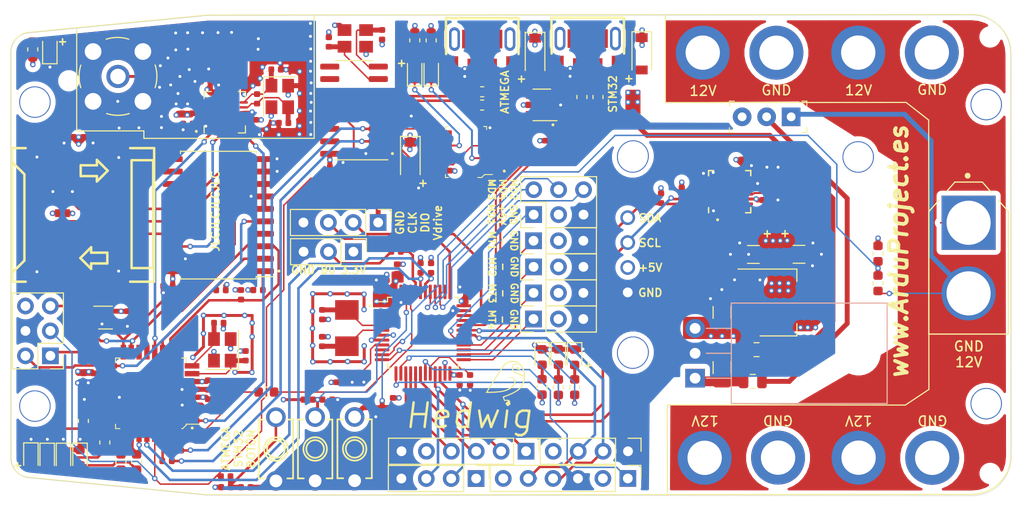
<source format=kicad_pcb>
(kicad_pcb (version 20171130) (host pcbnew "(5.1.6)-1")
  (layers (0 F.Cu signal) (1 In1.Cu power) (2 In2.Cu power) (31 B.Cu signal) (34 B.Paste user) (35 F.Paste user) (36 B.SilkS user) (37 F.SilkS user) (38 B.Mask user) (39 F.Mask user) (44 Edge.Cuts user))
  (net 0 "")
  (net 1 GND)
  (net 2 Vdrive)
  (net 3 V3)
  (net 4 +5V)
  (net 5 +3V3)
  (net 6 VDDA)
  (net 7 "Net-(C15-Pad1)")
  (net 8 "Net-(C16-Pad1)")
  (net 9 RST_ATM328p)
  (net 10 XTAL1_ATM328p)
  (net 11 XTAL2_ATM328p)
  (net 12 RST)
  (net 13 "Net-(C20-Pad1)")
  (net 14 "Net-(C21-Pad1)")
  (net 15 "Net-(C22-Pad2)")
  (net 16 BOTON)
  (net 17 "Net-(C24-Pad1)")
  (net 18 /HSE_IN)
  (net 19 /HSE_OUT)
  (net 20 "Net-(C34-Pad1)")
  (net 21 NRF_XC1)
  (net 22 NRF_XC2)
  (net 23 "Net-(C37-Pad2)")
  (net 24 "Net-(C37-Pad1)")
  (net 25 NRF_VDD_PA)
  (net 26 "Net-(C46-Pad1)")
  (net 27 "Net-(C47-Pad1)")
  (net 28 "Net-(C48-Pad1)")
  (net 29 "Net-(D4-Pad2)")
  (net 30 "Net-(D5-Pad2)")
  (net 31 "Net-(D6-Pad2)")
  (net 32 "Net-(D10-Pad2)")
  (net 33 "Net-(D10-Pad1)")
  (net 34 "Net-(D11-Pad1)")
  (net 35 "Net-(D11-Pad2)")
  (net 36 "Net-(D12-Pad2)")
  (net 37 "Net-(D13-Pad2)")
  (net 38 "Net-(D14-Pad2)")
  (net 39 "Net-(D15-Pad2)")
  (net 40 "Net-(D16-Pad2)")
  (net 41 +12C)
  (net 42 +12V)
  (net 43 ATM328p_D-)
  (net 44 ATM328p_D+)
  (net 45 "Net-(J1-Pad6)")
  (net 46 SWCLK)
  (net 47 SWDIO)
  (net 48 "Net-(J3-Pad6)")
  (net 49 STM32_D+)
  (net 50 STM32_D-)
  (net 51 MISO_ATM328p)
  (net 52 SCK_ATM328p)
  (net 53 MOSI_ATM328p)
  (net 54 I2C2_SDA)
  (net 55 I2C2_SCL)
  (net 56 USART1_RX)
  (net 57 USART1_TX)
  (net 58 "Net-(J7-Pad2)")
  (net 59 MANDO_4)
  (net 60 MANDO_3)
  (net 61 MANDO_2)
  (net 62 MANDO_1)
  (net 63 SPI1_CS)
  (net 64 SPI1_MOSI)
  (net 65 SPI1_MISO)
  (net 66 SPI1_SCK)
  (net 67 MOTOR_1)
  (net 68 MOTOR_3)
  (net 69 ON_OFF_LIDAR)
  (net 70 MOTOR_2)
  (net 71 MOTOR_4)
  (net 72 NRF_ANT2)
  (net 73 NRF_ANT1)
  (net 74 RX_ATM328p)
  (net 75 TX_ATM328p)
  (net 76 LED_3)
  (net 77 LED_2)
  (net 78 LED_1)
  (net 79 /USB_CH340G_D+)
  (net 80 /USB_STM32_D+)
  (net 81 /USB_STM32_D-)
  (net 82 "Net-(R19-Pad2)")
  (net 83 LED1_ATM)
  (net 84 LED2_ATM)
  (net 85 LED3_ATM)
  (net 86 LED4_ATM)
  (net 87 I2C1_SCL)
  (net 88 I2C1_SDA)
  (net 89 ADC_Vbat)
  (net 90 CS_nRF_ATM328p)
  (net 91 CS_SD_ATM328p)
  (net 92 BOOT0)
  (net 93 "Net-(R34-Pad2)")
  (net 94 "Net-(R35-Pad2)")
  (net 95 D2_ATM328p)
  (net 96 DO_COMU)
  (net 97 "Net-(R39-Pad1)")
  (net 98 NRF_IRQ)
  (net 99 NRF_CE)
  (net 100 CS_nRF_74HC245)
  (net 101 SCK_74HC245)
  (net 102 MOSI_74HC245)
  (net 103 CS_SD_74HC245)
  (net 104 MISO_SD_OUT)
  (net 105 /USB_CH340G_D-)
  (net 106 RX_LED)
  (net 107 TX_LED)
  (net 108 "Net-(D1-Pad2)")
  (net 109 "Net-(D9-Pad2)")
  (module CURSO_LIBRERIA:LECHUZA (layer F.Cu) (at 130.3782 102.3493)
    (fp_text reference G*** hide)
    (fp_text value LOGO hide)
  )
  (module CURSO_LIBRERIA:FRAME_DRONE_95mm (layer F.Cu) (at 141.24178 90.11158)
    (fp_text reference REF**)
    (fp_text value PRUEBA_FRAME_DRONE_95mm)
    (pad "" np_thru_hole circle (at 2.16704 9.17328 270) (size 3.2 3.2) (drill 3) (layers *.Cu *.Mask))
    (pad "" np_thru_hole circle (at 2.16704 -10.82672 270) (size 3.2 3.2) (drill 3) (layers *.Cu *.Mask))
    (pad "" np_thru_hole circle (at 38.17504 14.42328 270) (size 3.2 3.2) (drill 3) (layers *.Cu *.Mask))
    (pad "" np_thru_hole circle (at 38.17504 -16.07672 270) (size 3.2 3.2) (drill 3) (layers *.Cu *.Mask))
    (pad "" np_thru_hole circle (at -58.83296 -16.32672 270) (size 3.2 3.2) (drill 3) (layers *.Cu *.Mask))
    (pad "" np_thru_hole circle (at -58.83296 14.67328 270) (size 3.2 3.2) (drill 3) (layers *.Cu *.Mask))
  )
  (module CURSO_LIBRERIA:JLCPCB_MountingHole_1.152mm (layer F.Cu) (at 179.8066 67.1449)
    (fp_text reference REF**)
    (fp_text value MountingHole_1.152mm)
    (pad "" np_thru_hole circle (at 0 0) (size 1.152 1.152) (drill 1.152) (layers *.Cu *.Mask))
  )
  (module Package_QFP:LQFP-48_7x7mm_P0.5mm (layer F.Cu) (at 121.97588 97.30232)
    (fp_text reference U4)
    (fp_text value STM32F103C8T6)
    (pad 1 smd roundrect (at -4.1625 -2.75) (size 1.475 0.3) (layers F.Cu F.Paste F.Mask) (net 5 +3V3))
    (pad 2 smd roundrect (at -4.1625 -2.25) (size 1.475 0.3) (layers F.Cu F.Paste F.Mask))
    (pad 3 smd roundrect (at -4.1625 -1.75) (size 1.475 0.3) (layers F.Cu F.Paste F.Mask))
    (pad 4 smd roundrect (at -4.1625 -1.25) (size 1.475 0.3) (layers F.Cu F.Paste F.Mask))
    (pad 5 smd roundrect (at -4.1625 -0.75) (size 1.475 0.3) (layers F.Cu F.Paste F.Mask) (net 18 /HSE_IN))
    (pad 6 smd roundrect (at -4.1625 -0.25) (size 1.475 0.3) (layers F.Cu F.Paste F.Mask) (net 19 /HSE_OUT))
    (pad 7 smd roundrect (at -4.1625 0.25) (size 1.475 0.3) (layers F.Cu F.Paste F.Mask) (net 12 RST))
    (pad 8 smd roundrect (at -4.1625 0.75) (size 1.475 0.3) (layers F.Cu F.Paste F.Mask) (net 1 GND))
    (pad 9 smd roundrect (at -4.1625 1.25) (size 1.475 0.3) (layers F.Cu F.Paste F.Mask) (net 6 VDDA))
    (pad 10 smd roundrect (at -4.1625 1.75) (size 1.475 0.3) (layers F.Cu F.Paste F.Mask))
    (pad 11 smd roundrect (at -4.1625 2.25) (size 1.475 0.3) (layers F.Cu F.Paste F.Mask) (net 89 ADC_Vbat))
    (pad 12 smd roundrect (at -4.1625 2.75) (size 1.475 0.3) (layers F.Cu F.Paste F.Mask) (net 76 LED_3))
    (pad 13 smd roundrect (at -2.75 4.1625) (size 0.3 1.475) (layers F.Cu F.Paste F.Mask) (net 77 LED_2))
    (pad 14 smd roundrect (at -2.25 4.1625) (size 0.3 1.475) (layers F.Cu F.Paste F.Mask) (net 78 LED_1))
    (pad 15 smd roundrect (at -1.75 4.1625) (size 0.3 1.475) (layers F.Cu F.Paste F.Mask) (net 66 SPI1_SCK))
    (pad 16 smd roundrect (at -1.25 4.1625) (size 0.3 1.475) (layers F.Cu F.Paste F.Mask) (net 65 SPI1_MISO))
    (pad 17 smd roundrect (at -0.75 4.1625) (size 0.3 1.475) (layers F.Cu F.Paste F.Mask) (net 64 SPI1_MOSI))
    (pad 18 smd roundrect (at -0.25 4.1625) (size 0.3 1.475) (layers F.Cu F.Paste F.Mask) (net 63 SPI1_CS))
    (pad 19 smd roundrect (at 0.25 4.1625) (size 0.3 1.475) (layers F.Cu F.Paste F.Mask) (net 69 ON_OFF_LIDAR))
    (pad 20 smd roundrect (at 0.75 4.1625) (size 0.3 1.475) (layers F.Cu F.Paste F.Mask) (net 82 "Net-(R19-Pad2)"))
    (pad 21 smd roundrect (at 1.25 4.1625) (size 0.3 1.475) (layers F.Cu F.Paste F.Mask) (net 55 I2C2_SCL))
    (pad 22 smd roundrect (at 1.75 4.1625) (size 0.3 1.475) (layers F.Cu F.Paste F.Mask) (net 54 I2C2_SDA))
    (pad 23 smd roundrect (at 2.25 4.1625) (size 0.3 1.475) (layers F.Cu F.Paste F.Mask) (net 1 GND))
    (pad 24 smd roundrect (at 2.75 4.1625) (size 0.3 1.475) (layers F.Cu F.Paste F.Mask) (net 5 +3V3))
    (pad 25 smd roundrect (at 4.1625 2.75) (size 1.475 0.3) (layers F.Cu F.Paste F.Mask) (net 71 MOTOR_4))
    (pad 26 smd roundrect (at 4.1625 2.25) (size 1.475 0.3) (layers F.Cu F.Paste F.Mask) (net 68 MOTOR_3))
    (pad 27 smd roundrect (at 4.1625 1.75) (size 1.475 0.3) (layers F.Cu F.Paste F.Mask) (net 70 MOTOR_2))
    (pad 28 smd roundrect (at 4.1625 1.25) (size 1.475 0.3) (layers F.Cu F.Paste F.Mask) (net 67 MOTOR_1))
    (pad 29 smd roundrect (at 4.1625 0.75) (size 1.475 0.3) (layers F.Cu F.Paste F.Mask) (net 62 MANDO_1))
    (pad 30 smd roundrect (at 4.1625 0.25) (size 1.475 0.3) (layers F.Cu F.Paste F.Mask) (net 57 USART1_TX))
    (pad 31 smd roundrect (at 4.1625 -0.25) (size 1.475 0.3) (layers F.Cu F.Paste F.Mask) (net 56 USART1_RX))
    (pad 32 smd roundrect (at 4.1625 -0.75) (size 1.475 0.3) (layers F.Cu F.Paste F.Mask) (net 81 /USB_STM32_D-))
    (pad 33 smd roundrect (at 4.1625 -1.25) (size 1.475 0.3) (layers F.Cu F.Paste F.Mask) (net 80 /USB_STM32_D+))
    (pad 34 smd roundrect (at 4.1625 -1.75) (size 1.475 0.3) (layers F.Cu F.Paste F.Mask) (net 47 SWDIO))
    (pad 35 smd roundrect (at 4.1625 -2.25) (size 1.475 0.3) (layers F.Cu F.Paste F.Mask) (net 1 GND))
    (pad 36 smd roundrect (at 4.1625 -2.75) (size 1.475 0.3) (layers F.Cu F.Paste F.Mask) (net 5 +3V3))
    (pad 37 smd roundrect (at 2.75 -4.1625) (size 0.3 1.475) (layers F.Cu F.Paste F.Mask) (net 46 SWCLK))
    (pad 38 smd roundrect (at 2.25 -4.1625) (size 0.3 1.475) (layers F.Cu F.Paste F.Mask))
    (pad 39 smd roundrect (at 1.75 -4.1625) (size 0.3 1.475) (layers F.Cu F.Paste F.Mask) (net 61 MANDO_2))
    (pad 40 smd roundrect (at 1.25 -4.1625) (size 0.3 1.475) (layers F.Cu F.Paste F.Mask) (net 60 MANDO_3))
    (pad 41 smd roundrect (at 0.75 -4.1625) (size 0.3 1.475) (layers F.Cu F.Paste F.Mask) (net 59 MANDO_4))
    (pad 42 smd roundrect (at 0.25 -4.1625) (size 0.3 1.475) (layers F.Cu F.Paste F.Mask) (net 87 I2C1_SCL))
    (pad 43 smd roundrect (at -0.25 -4.1625) (size 0.3 1.475) (layers F.Cu F.Paste F.Mask) (net 88 I2C1_SDA))
    (pad 44 smd roundrect (at -0.75 -4.1625) (size 0.3 1.475) (layers F.Cu F.Paste F.Mask) (net 92 BOOT0))
    (pad 45 smd roundrect (at -1.25 -4.1625) (size 0.3 1.475) (layers F.Cu F.Paste F.Mask) (net 96 DO_COMU))
    (pad 46 smd roundrect (at -1.75 -4.1625) (size 0.3 1.475) (layers F.Cu F.Paste F.Mask) (net 16 BOTON))
    (pad 47 smd roundrect (at -2.25 -4.1625) (size 0.3 1.475) (layers F.Cu F.Paste F.Mask) (net 1 GND))
    (pad 48 smd roundrect (at -2.75 -4.1625) (size 0.3 1.475) (layers F.Cu F.Paste F.Mask) (net 5 +3V3))
  )
  (module Connector_PinHeader_2.54mm:PinHeader_1x04_P2.54mm_Vertical (layer F.Cu) (at 117.41252 86.0634 270)
    (fp_text reference J2)
    (fp_text value SWD)
    (pad 4 thru_hole oval (at 0 7.62 270) (size 1.7 1.7) (drill 1) (layers *.Cu *.Mask) (net 1 GND))
    (pad 3 thru_hole oval (at 0 5.08 270) (size 1.7 1.7) (drill 1) (layers *.Cu *.Mask) (net 46 SWCLK))
    (pad 2 thru_hole oval (at 0 2.54 270) (size 1.7 1.7) (drill 1) (layers *.Cu *.Mask) (net 47 SWDIO))
    (pad 1 thru_hole rect (at 0 0 270) (size 1.7 1.7) (drill 1) (layers *.Cu *.Mask) (net 7 "Net-(C15-Pad1)"))
  )
  (module Crystal:Crystal_SMD_5032-2Pin_5.0x3.2mm (layer F.Cu) (at 114.223 96.82868 270)
    (fp_text reference Y3)
    (fp_text value 8Mhz)
    (pad 2 smd rect (at 1.85 0 270) (size 2 2.4) (layers F.Cu F.Paste F.Mask) (net 19 /HSE_OUT))
    (pad 1 smd rect (at -1.85 0 270) (size 2 2.4) (layers F.Cu F.Paste F.Mask) (net 18 /HSE_IN))
  )
  (module CURSO_LIBRERIA:JLCPCB_MountingHole_1.152mm (layer F.Cu) (at 85.8647 71.6153)
    (fp_text reference REF**)
    (fp_text value MountingHole_1.152mm)
    (pad "" np_thru_hole circle (at 0 0) (size 1.152 1.152) (drill 1.152) (layers *.Cu *.Mask))
  )
  (module CURSO_LIBRERIA:JLCPCB_MountingHole_1.152mm (layer F.Cu) (at 179.81676 111.65078)
    (fp_text reference REF**)
    (fp_text value MountingHole_1.152mm)
    (pad "" np_thru_hole circle (at 0 0) (size 1.152 1.152) (drill 1.152) (layers *.Cu *.Mask))
  )
  (module CURSO_LIBRERIA:MICRO-USB-SMD_5P-P0.65-H-F_MICRO5.9MMUSB (layer F.Cu) (at 138.78 68.835 180)
    (fp_text reference J3)
    (fp_text value USB_B_Micro hide)
    (pad "" np_thru_hole circle (at 2 -0.575 180) (size 0.6 0.6) (drill 0.6) (layers *.Cu *.Mask))
    (pad "" np_thru_hole circle (at -2 -0.575 180) (size 0.6 0.6) (drill 0.6) (layers *.Cu *.Mask))
    (pad 1 smd rect (at -1.3 -1.525 180) (size 0.4 2.1) (layers F.Cu F.Paste F.Mask) (net 109 "Net-(D9-Pad2)"))
    (pad 2 smd rect (at -0.65 -1.525 180) (size 0.4 2.1) (layers F.Cu F.Paste F.Mask) (net 50 STM32_D-))
    (pad 3 smd rect (at 0 -1.525 180) (size 0.4 2.1) (layers F.Cu F.Paste F.Mask) (net 49 STM32_D+))
    (pad 4 smd rect (at 0.65 -1.525 180) (size 0.4 2.1) (layers F.Cu F.Paste F.Mask))
    (pad 5 smd rect (at 1.3 -1.525 180) (size 0.4 2.1) (layers F.Cu F.Paste F.Mask) (net 1 GND))
    (pad 6 smd rect (at -3.2 -0.725 180) (size 1.5 1) (layers F.Cu F.Paste F.Mask) (net 48 "Net-(J3-Pad6)"))
    (pad 6 smd rect (at 3.2 -0.725 180) (size 1.5 1) (layers F.Cu F.Paste F.Mask) (net 48 "Net-(J3-Pad6)"))
    (pad 6 smd rect (at -1.1 1.525 180) (size 1.9 1.9) (layers F.Cu F.Paste F.Mask) (net 48 "Net-(J3-Pad6)"))
    (pad 6 smd rect (at 1.1 1.525 180) (size 1.9 1.9) (layers F.Cu F.Paste F.Mask) (net 48 "Net-(J3-Pad6)"))
    (pad 6 thru_hole oval (at 2.825 1.525 180) (size 1.1 2.4) (drill oval 0.6 1.8) (layers *.Cu *.Paste *.Mask) (net 48 "Net-(J3-Pad6)"))
    (pad 6 thru_hole oval (at -2.825 1.525 180) (size 1.1 2.4) (drill oval 0.6 1.8) (layers *.Cu *.Paste *.Mask) (net 48 "Net-(J3-Pad6)"))
  )
  (module CURSO_LIBRERIA:MICRO-USB-SMD_5P-P0.65-H-F_MICRO5.9MMUSB (layer F.Cu) (at 128.02 68.885 180)
    (fp_text reference J1)
    (fp_text value USB_B_Micro hide)
    (pad 6 thru_hole oval (at -2.825 1.525 180) (size 1.1 2.4) (drill oval 0.6 1.8) (layers *.Cu *.Paste *.Mask) (net 45 "Net-(J1-Pad6)"))
    (pad 6 thru_hole oval (at 2.825 1.525 180) (size 1.1 2.4) (drill oval 0.6 1.8) (layers *.Cu *.Paste *.Mask) (net 45 "Net-(J1-Pad6)"))
    (pad 6 smd rect (at 1.1 1.525 180) (size 1.9 1.9) (layers F.Cu F.Paste F.Mask) (net 45 "Net-(J1-Pad6)"))
    (pad 6 smd rect (at -1.1 1.525 180) (size 1.9 1.9) (layers F.Cu F.Paste F.Mask) (net 45 "Net-(J1-Pad6)"))
    (pad 6 smd rect (at 3.2 -0.725 180) (size 1.5 1) (layers F.Cu F.Paste F.Mask) (net 45 "Net-(J1-Pad6)"))
    (pad 6 smd rect (at -3.2 -0.725 180) (size 1.5 1) (layers F.Cu F.Paste F.Mask) (net 45 "Net-(J1-Pad6)"))
    (pad 5 smd rect (at 1.3 -1.525 180) (size 0.4 2.1) (layers F.Cu F.Paste F.Mask) (net 1 GND))
    (pad 4 smd rect (at 0.65 -1.525 180) (size 0.4 2.1) (layers F.Cu F.Paste F.Mask))
    (pad 3 smd rect (at 0 -1.525 180) (size 0.4 2.1) (layers F.Cu F.Paste F.Mask) (net 44 ATM328p_D+))
    (pad 2 smd rect (at -0.65 -1.525 180) (size 0.4 2.1) (layers F.Cu F.Paste F.Mask) (net 43 ATM328p_D-))
    (pad 1 smd rect (at -1.3 -1.525 180) (size 0.4 2.1) (layers F.Cu F.Paste F.Mask) (net 108 "Net-(D1-Pad2)"))
    (pad "" np_thru_hole circle (at -2 -0.575 180) (size 0.6 0.6) (drill 0.6) (layers *.Cu *.Mask))
    (pad "" np_thru_hole circle (at 2 -0.575 180) (size 0.6 0.6) (drill 0.6) (layers *.Cu *.Mask))
  )
  (module Crystal:Crystal_SMD_3225-4Pin_3.2x2.5mm (layer F.Cu) (at 115.08 67.29)
    (fp_text reference Y2)
    (fp_text value 12Mhz)
    (pad 4 smd rect (at -1.1 -0.85) (size 1.4 1.2) (layers F.Cu F.Paste F.Mask) (net 1 GND))
    (pad 3 smd rect (at 1.1 -0.85) (size 1.4 1.2) (layers F.Cu F.Paste F.Mask) (net 14 "Net-(C21-Pad1)"))
    (pad 2 smd rect (at 1.1 0.85) (size 1.4 1.2) (layers F.Cu F.Paste F.Mask) (net 1 GND))
    (pad 1 smd rect (at -1.1 0.85) (size 1.4 1.2) (layers F.Cu F.Paste F.Mask) (net 13 "Net-(C20-Pad1)"))
  )
  (module CURSO_LIBRERIA:TF-SMD_472192001 (layer F.Cu) (at 86.77 85.21 270)
    (fp_text reference U7)
    (fp_text value MICROSD_C164170 hide)
    (pad 1 smd rect (at 3.2 1.55 270) (size 0.8 1.5) (layers F.Cu F.Paste F.Mask))
    (pad 2 smd rect (at 2.1 1.55 270) (size 0.8 1.5) (layers F.Cu F.Paste F.Mask) (net 103 CS_SD_74HC245))
    (pad 3 smd rect (at 1 1.55 270) (size 0.8 1.5) (layers F.Cu F.Paste F.Mask) (net 102 MOSI_74HC245))
    (pad 4 smd rect (at -0.1 1.55 270) (size 0.8 1.5) (layers F.Cu F.Paste F.Mask) (net 5 +3V3))
    (pad 5 smd rect (at -1.2 1.55 270) (size 0.8 1.5) (layers F.Cu F.Paste F.Mask) (net 101 SCK_74HC245))
    (pad 6 smd rect (at -2.3 1.55 270) (size 0.8 1.5) (layers F.Cu F.Paste F.Mask) (net 1 GND))
    (pad 7 smd rect (at -3.4 1.55 270) (size 0.8 1.5) (layers F.Cu F.Paste F.Mask) (net 104 MISO_SD_OUT))
    (pad 8 smd rect (at -4.5 1.55 270) (size 0.8 1.5) (layers F.Cu F.Paste F.Mask))
    (pad 9 smd rect (at 6.88 -4.15 270) (size 1.45 2) (layers F.Cu F.Paste F.Mask) (net 1 GND))
    (pad 10 smd rect (at -6.88 -4.15 270) (size 1.45 2) (layers F.Cu F.Paste F.Mask) (net 1 GND))
    (pad 11 smd rect (at -6.88 4.15 270) (size 1.45 2) (layers F.Cu F.Paste F.Mask) (net 1 GND))
    (pad 12 smd rect (at 6.88 4.15 270) (size 1.45 2) (layers F.Cu F.Paste F.Mask) (net 1 GND))
  )
  (module Sensor_Motion:InvenSense_QFN-24_4x4mm_P0.5mm (layer F.Cu) (at 153.2558 82.92088 90)
    (fp_text reference U10)
    (fp_text value MPU-6050)
    (pad 24 smd roundrect (at -1.25 -1.95 180) (size 0.85 0.3) (layers F.Cu F.Paste F.Mask) (net 54 I2C2_SDA))
    (pad 23 smd roundrect (at -0.75 -1.95 180) (size 0.85 0.3) (layers F.Cu F.Paste F.Mask) (net 55 I2C2_SCL))
    (pad 22 smd roundrect (at -0.25 -1.95 180) (size 0.85 0.3) (layers F.Cu F.Paste F.Mask))
    (pad 21 smd roundrect (at 0.25 -1.95 180) (size 0.85 0.3) (layers F.Cu F.Paste F.Mask))
    (pad 20 smd roundrect (at 0.75 -1.95 180) (size 0.85 0.3) (layers F.Cu F.Paste F.Mask) (net 27 "Net-(C47-Pad1)"))
    (pad 19 smd roundrect (at 1.25 -1.95 180) (size 0.85 0.3) (layers F.Cu F.Paste F.Mask))
    (pad 18 smd roundrect (at 1.95 -1.25 90) (size 0.85 0.3) (layers F.Cu F.Paste F.Mask) (net 1 GND))
    (pad 17 smd roundrect (at 1.95 -0.75 90) (size 0.85 0.3) (layers F.Cu F.Paste F.Mask))
    (pad 16 smd roundrect (at 1.95 -0.25 90) (size 0.85 0.3) (layers F.Cu F.Paste F.Mask))
    (pad 15 smd roundrect (at 1.95 0.25 90) (size 0.85 0.3) (layers F.Cu F.Paste F.Mask))
    (pad 14 smd roundrect (at 1.95 0.75 90) (size 0.85 0.3) (layers F.Cu F.Paste F.Mask))
    (pad 13 smd roundrect (at 1.95 1.25 90) (size 0.85 0.3) (layers F.Cu F.Paste F.Mask) (net 5 +3V3))
    (pad 12 smd roundrect (at 1.25 1.95 180) (size 0.85 0.3) (layers F.Cu F.Paste F.Mask))
    (pad 11 smd roundrect (at 0.75 1.95 180) (size 0.85 0.3) (layers F.Cu F.Paste F.Mask) (net 1 GND))
    (pad 10 smd roundrect (at 0.25 1.95 180) (size 0.85 0.3) (layers F.Cu F.Paste F.Mask) (net 26 "Net-(C46-Pad1)"))
    (pad 9 smd roundrect (at -0.25 1.95 180) (size 0.85 0.3) (layers F.Cu F.Paste F.Mask) (net 97 "Net-(R39-Pad1)"))
    (pad 8 smd roundrect (at -0.75 1.95 180) (size 0.85 0.3) (layers F.Cu F.Paste F.Mask) (net 5 +3V3))
    (pad 7 smd roundrect (at -1.25 1.95 180) (size 0.85 0.3) (layers F.Cu F.Paste F.Mask))
    (pad 6 smd roundrect (at -1.95 1.25 90) (size 0.85 0.3) (layers F.Cu F.Paste F.Mask))
    (pad 5 smd roundrect (at -1.95 0.75 90) (size 0.85 0.3) (layers F.Cu F.Paste F.Mask))
    (pad 4 smd roundrect (at -1.95 0.25 90) (size 0.85 0.3) (layers F.Cu F.Paste F.Mask))
    (pad 3 smd roundrect (at -1.95 -0.25 90) (size 0.85 0.3) (layers F.Cu F.Paste F.Mask))
    (pad 2 smd roundrect (at -1.95 -0.75 90) (size 0.85 0.3) (layers F.Cu F.Paste F.Mask))
    (pad 1 smd roundrect (at -1.95 -1.25 90) (size 0.85 0.3) (layers F.Cu F.Paste F.Mask) (net 1 GND))
  )
  (module Capacitor_SMD:C_0402_1005Metric (layer F.Cu) (at 157.10636 83.7674)
    (fp_text reference C43)
    (fp_text value 10nF)
    (pad 1 smd roundrect (at -0.485 0) (size 0.59 0.64) (layers F.Cu F.Paste F.Mask) (net 5 +3V3))
    (pad 2 smd roundrect (at 0.485 0) (size 0.59 0.64) (layers F.Cu F.Paste F.Mask) (net 1 GND))
  )
  (module Package_SO:SOIC-16_3.9x9.9mm_P1.27mm (layer F.Cu) (at 114.95 74.61 180)
    (fp_text reference U1)
    (fp_text value CH340G)
    (pad 16 smd roundrect (at 2.475 -4.445 180) (size 1.95 0.6) (layers F.Cu F.Paste F.Mask) (net 2 Vdrive))
    (pad 15 smd roundrect (at 2.475 -3.175 180) (size 1.95 0.6) (layers F.Cu F.Paste F.Mask))
    (pad 14 smd roundrect (at 2.475 -1.905 180) (size 1.95 0.6) (layers F.Cu F.Paste F.Mask))
    (pad 13 smd roundrect (at 2.475 -0.635 180) (size 1.95 0.6) (layers F.Cu F.Paste F.Mask) (net 8 "Net-(C16-Pad1)"))
    (pad 12 smd roundrect (at 2.475 0.635 180) (size 1.95 0.6) (layers F.Cu F.Paste F.Mask))
    (pad 11 smd roundrect (at 2.475 1.905 180) (size 1.95 0.6) (layers F.Cu F.Paste F.Mask))
    (pad 10 smd roundrect (at 2.475 3.175 180) (size 1.95 0.6) (layers F.Cu F.Paste F.Mask))
    (pad 9 smd roundrect (at 2.475 4.445 180) (size 1.95 0.6) (layers F.Cu F.Paste F.Mask))
    (pad 8 smd roundrect (at -2.475 4.445 180) (size 1.95 0.6) (layers F.Cu F.Paste F.Mask) (net 14 "Net-(C21-Pad1)"))
    (pad 7 smd roundrect (at -2.475 3.175 180) (size 1.95 0.6) (layers F.Cu F.Paste F.Mask) (net 13 "Net-(C20-Pad1)"))
    (pad 6 smd roundrect (at -2.475 1.905 180) (size 1.95 0.6) (layers F.Cu F.Paste F.Mask) (net 105 /USB_CH340G_D-))
    (pad 5 smd roundrect (at -2.475 0.635 180) (size 1.95 0.6) (layers F.Cu F.Paste F.Mask) (net 79 /USB_CH340G_D+))
    (pad 4 smd roundrect (at -2.475 -0.635 180) (size 1.95 0.6) (layers F.Cu F.Paste F.Mask) (net 3 V3))
    (pad 3 smd roundrect (at -2.475 -1.905 180) (size 1.95 0.6) (layers F.Cu F.Paste F.Mask) (net 107 TX_LED))
    (pad 2 smd roundrect (at -2.475 -3.175 180) (size 1.95 0.6) (layers F.Cu F.Paste F.Mask) (net 106 RX_LED))
    (pad 1 smd roundrect (at -2.475 -4.445 180) (size 1.95 0.6) (layers F.Cu F.Paste F.Mask) (net 1 GND))
  )
  (module Capacitor_SMD:C_0402_1005Metric (layer F.Cu) (at 112.97 80.4)
    (fp_text reference C1)
    (fp_text value 100nF)
    (pad 2 smd roundrect (at 0.485 0) (size 0.59 0.64) (layers F.Cu F.Paste F.Mask) (net 1 GND))
    (pad 1 smd roundrect (at -0.485 0) (size 0.59 0.64) (layers F.Cu F.Paste F.Mask) (net 2 Vdrive))
  )
  (module Capacitor_SMD:C_0402_1005Metric (layer F.Cu) (at 119.7241 75.2273)
    (fp_text reference C2)
    (fp_text value 100nF)
    (pad 2 smd roundrect (at 0.485 0) (size 0.59 0.64) (layers F.Cu F.Paste F.Mask) (net 1 GND))
    (pad 1 smd roundrect (at -0.485 0) (size 0.59 0.64) (layers F.Cu F.Paste F.Mask) (net 3 V3))
  )
  (module Capacitor_SMD:C_0402_1005Metric (layer F.Cu) (at 87.36 101.93 270)
    (fp_text reference C3)
    (fp_text value 4.7uF)
    (pad 1 smd roundrect (at -0.485 0 270) (size 0.59 0.64) (layers F.Cu F.Paste F.Mask) (net 4 +5V))
    (pad 2 smd roundrect (at 0.485 0 270) (size 0.59 0.64) (layers F.Cu F.Paste F.Mask) (net 1 GND))
  )
  (module Capacitor_SMD:C_0402_1005Metric (layer F.Cu) (at 100.07 102.63 270)
    (fp_text reference C4)
    (fp_text value 100nF)
    (pad 2 smd roundrect (at 0.485 0 270) (size 0.59 0.64) (layers F.Cu F.Paste F.Mask) (net 1 GND))
    (pad 1 smd roundrect (at -0.485 0 270) (size 0.59 0.64) (layers F.Cu F.Paste F.Mask) (net 4 +5V))
  )
  (module Capacitor_SMD:C_0402_1005Metric (layer F.Cu) (at 100.07 104.57 270)
    (fp_text reference C5)
    (fp_text value 100nF)
    (pad 1 smd roundrect (at -0.485 0 270) (size 0.59 0.64) (layers F.Cu F.Paste F.Mask) (net 4 +5V))
    (pad 2 smd roundrect (at 0.485 0 270) (size 0.59 0.64) (layers F.Cu F.Paste F.Mask) (net 1 GND))
  )
  (module Capacitor_SMD:C_0402_1005Metric (layer F.Cu) (at 88.41 101.93 270)
    (fp_text reference C6)
    (fp_text value 100nF)
    (pad 2 smd roundrect (at 0.485 0 270) (size 0.59 0.64) (layers F.Cu F.Paste F.Mask) (net 1 GND))
    (pad 1 smd roundrect (at -0.485 0 270) (size 0.59 0.64) (layers F.Cu F.Paste F.Mask) (net 4 +5V))
  )
  (module Capacitor_SMD:C_0402_1005Metric (layer F.Cu) (at 119.33428 90.80486 90)
    (fp_text reference C7)
    (fp_text value 4.7uF)
    (pad 2 smd roundrect (at 0.485 0 90) (size 0.59 0.64) (layers F.Cu F.Paste F.Mask) (net 1 GND))
    (pad 1 smd roundrect (at -0.485 0 90) (size 0.59 0.64) (layers F.Cu F.Paste F.Mask) (net 5 +3V3))
  )
  (module Capacitor_SMD:C_0402_1005Metric (layer F.Cu) (at 126.38024 93.091 90)
    (fp_text reference C10)
    (fp_text value 100nF)
    (pad 2 smd roundrect (at 0.485 0 90) (size 0.59 0.64) (layers F.Cu F.Paste F.Mask) (net 1 GND))
    (pad 1 smd roundrect (at -0.485 0 90) (size 0.59 0.64) (layers F.Cu F.Paste F.Mask) (net 5 +3V3))
  )
  (module Capacitor_SMD:C_0402_1005Metric (layer F.Cu) (at 118.26748 92.43314 90)
    (fp_text reference C11)
    (fp_text value 100nF)
    (pad 1 smd roundrect (at -0.485 0 90) (size 0.59 0.64) (layers F.Cu F.Paste F.Mask) (net 5 +3V3))
    (pad 2 smd roundrect (at 0.485 0 90) (size 0.59 0.64) (layers F.Cu F.Paste F.Mask) (net 1 GND))
  )
  (module Capacitor_SMD:C_0402_1005Metric (layer F.Cu) (at 115.3668 101.86402 270)
    (fp_text reference C13)
    (fp_text value 1uF)
    (pad 1 smd roundrect (at -0.485 0 270) (size 0.59 0.64) (layers F.Cu F.Paste F.Mask) (net 6 VDDA))
    (pad 2 smd roundrect (at 0.485 0 270) (size 0.59 0.64) (layers F.Cu F.Paste F.Mask) (net 1 GND))
  )
  (module Capacitor_SMD:C_0402_1005Metric (layer F.Cu) (at 114.2746 101.8691 270)
    (fp_text reference C14)
    (fp_text value 100nF)
    (pad 1 smd roundrect (at -0.485 0 270) (size 0.59 0.64) (layers F.Cu F.Paste F.Mask) (net 6 VDDA))
    (pad 2 smd roundrect (at 0.485 0 270) (size 0.59 0.64) (layers F.Cu F.Paste F.Mask) (net 1 GND))
  )
  (module Capacitor_SMD:C_0402_1005Metric (layer F.Cu) (at 120.43932 82.53476)
    (fp_text reference C15)
    (fp_text value 100nF)
    (pad 1 smd roundrect (at -0.485 0) (size 0.59 0.64) (layers F.Cu F.Paste F.Mask) (net 7 "Net-(C15-Pad1)"))
    (pad 2 smd roundrect (at 0.485 0) (size 0.59 0.64) (layers F.Cu F.Paste F.Mask) (net 1 GND))
  )
  (module Capacitor_SMD:C_0402_1005Metric (layer F.Cu) (at 112.995 81.55 180)
    (fp_text reference C16)
    (fp_text value 100nF)
    (pad 2 smd roundrect (at 0.485 0 180) (size 0.59 0.64) (layers F.Cu F.Paste F.Mask) (net 9 RST_ATM328p))
    (pad 1 smd roundrect (at -0.485 0 180) (size 0.59 0.64) (layers F.Cu F.Paste F.Mask) (net 8 "Net-(C16-Pad1)"))
  )
  (module Capacitor_SMD:C_0402_1005Metric (layer F.Cu) (at 103.89 99.655 90)
    (fp_text reference C17)
    (fp_text value 12pF)
    (pad 1 smd roundrect (at -0.485 0 90) (size 0.59 0.64) (layers F.Cu F.Paste F.Mask) (net 10 XTAL1_ATM328p))
    (pad 2 smd roundrect (at 0.485 0 90) (size 0.59 0.64) (layers F.Cu F.Paste F.Mask) (net 1 GND))
  )
  (module Capacitor_SMD:C_0402_1005Metric (layer F.Cu) (at 101.16 96.3)
    (fp_text reference C18)
    (fp_text value 12pF)
    (pad 2 smd roundrect (at 0.485 0) (size 0.59 0.64) (layers F.Cu F.Paste F.Mask) (net 1 GND))
    (pad 1 smd roundrect (at -0.485 0) (size 0.59 0.64) (layers F.Cu F.Paste F.Mask) (net 11 XTAL2_ATM328p))
  )
  (module Capacitor_SMD:C_0402_1005Metric (layer F.Cu) (at 112.22722 104.12476)
    (fp_text reference C19)
    (fp_text value 100nF)
    (pad 2 smd roundrect (at 0.485 0) (size 0.59 0.64) (layers F.Cu F.Paste F.Mask) (net 1 GND))
    (pad 1 smd roundrect (at -0.485 0) (size 0.59 0.64) (layers F.Cu F.Paste F.Mask) (net 12 RST))
  )
  (module Capacitor_SMD:C_0402_1005Metric (layer F.Cu) (at 112.38 67.66 90)
    (fp_text reference C20)
    (fp_text value 33pF)
    (pad 1 smd roundrect (at -0.485 0 90) (size 0.59 0.64) (layers F.Cu F.Paste F.Mask) (net 13 "Net-(C20-Pad1)"))
    (pad 2 smd roundrect (at 0.485 0 90) (size 0.59 0.64) (layers F.Cu F.Paste F.Mask) (net 1 GND))
  )
  (module Capacitor_SMD:C_0402_1005Metric (layer F.Cu) (at 117.81 66.915 270)
    (fp_text reference C21)
    (fp_text value 33pF)
    (pad 1 smd roundrect (at -0.485 0 270) (size 0.59 0.64) (layers F.Cu F.Paste F.Mask) (net 14 "Net-(C21-Pad1)"))
    (pad 2 smd roundrect (at 0.485 0 270) (size 0.59 0.64) (layers F.Cu F.Paste F.Mask) (net 1 GND))
  )
  (module Capacitor_SMD:C_0402_1005Metric (layer F.Cu) (at 103.9114 113.0554 180)
    (fp_text reference C22)
    (fp_text value 100nF)
    (pad 2 smd roundrect (at 0.485 0 180) (size 0.59 0.64) (layers F.Cu F.Paste F.Mask) (net 15 "Net-(C22-Pad2)"))
    (pad 1 smd roundrect (at -0.485 0 180) (size 0.59 0.64) (layers F.Cu F.Paste F.Mask) (net 1 GND))
  )
  (module Capacitor_SMD:C_0402_1005Metric (layer F.Cu) (at 117.82552 105.4124 270)
    (fp_text reference C23)
    (fp_text value 100nF)
    (pad 1 smd roundrect (at -0.485 0 270) (size 0.59 0.64) (layers F.Cu F.Paste F.Mask) (net 16 BOTON))
    (pad 2 smd roundrect (at 0.485 0 270) (size 0.59 0.64) (layers F.Cu F.Paste F.Mask) (net 1 GND))
  )
  (module Capacitor_SMD:C_0402_1005Metric (layer F.Cu) (at 87.93 103.5 180)
    (fp_text reference C24)
    (fp_text value 100nF)
    (pad 1 smd roundrect (at -0.485 0 180) (size 0.59 0.64) (layers F.Cu F.Paste F.Mask) (net 17 "Net-(C24-Pad1)"))
    (pad 2 smd roundrect (at 0.485 0 180) (size 0.59 0.64) (layers F.Cu F.Paste F.Mask) (net 1 GND))
  )
  (module Capacitor_SMD:C_0402_1005Metric (layer F.Cu) (at 111.703 95.45868 270)
    (fp_text reference C25)
    (fp_text value 20pF)
    (pad 1 smd roundrect (at -0.485 0 270) (size 0.59 0.64) (layers F.Cu F.Paste F.Mask) (net 18 /HSE_IN))
    (pad 2 smd roundrect (at 0.485 0 270) (size 0.59 0.64) (layers F.Cu F.Paste F.Mask) (net 1 GND))
  )
  (module Capacitor_SMD:C_0402_1005Metric (layer F.Cu) (at 111.693 98.19868 90)
    (fp_text reference C26)
    (fp_text value 20pF)
    (pad 2 smd roundrect (at 0.485 0 90) (size 0.59 0.64) (layers F.Cu F.Paste F.Mask) (net 1 GND))
    (pad 1 smd roundrect (at -0.485 0 90) (size 0.59 0.64) (layers F.Cu F.Paste F.Mask) (net 19 /HSE_OUT))
  )
  (module Capacitor_SMD:C_0402_1005Metric (layer F.Cu) (at 97.41 74.44 90)
    (fp_text reference C27)
    (fp_text value 1uF)
    (pad 2 smd roundrect (at 0.485 0 90) (size 0.59 0.64) (layers F.Cu F.Paste F.Mask) (net 1 GND))
    (pad 1 smd roundrect (at -0.485 0 90) (size 0.59 0.64) (layers F.Cu F.Paste F.Mask) (net 5 +3V3))
  )
  (module Capacitor_SMD:C_0402_1005Metric (layer F.Cu) (at 99.8069 71.6661 180)
    (fp_text reference C28)
    (fp_text value 10nF)
    (pad 1 smd roundrect (at -0.485 0 180) (size 0.59 0.64) (layers F.Cu F.Paste F.Mask) (net 5 +3V3))
    (pad 2 smd roundrect (at 0.485 0 180) (size 0.59 0.64) (layers F.Cu F.Paste F.Mask) (net 1 GND))
  )
  (module Capacitor_SMD:C_0402_1005Metric (layer F.Cu) (at 104.93 76.08 270)
    (fp_text reference C29)
    (fp_text value 10nF)
    (pad 1 smd roundrect (at -0.485 0 270) (size 0.59 0.64) (layers F.Cu F.Paste F.Mask) (net 5 +3V3))
    (pad 2 smd roundrect (at 0.485 0 270) (size 0.59 0.64) (layers F.Cu F.Paste F.Mask) (net 1 GND))
  )
  (module Capacitor_SMD:C_0402_1005Metric (layer F.Cu) (at 98.51 74.43 90)
    (fp_text reference C30)
    (fp_text value 10nF)
    (pad 1 smd roundrect (at -0.485 0 90) (size 0.59 0.64) (layers F.Cu F.Paste F.Mask) (net 5 +3V3))
    (pad 2 smd roundrect (at 0.485 0 90) (size 0.59 0.64) (layers F.Cu F.Paste F.Mask) (net 1 GND))
  )
  (module Capacitor_SMD:C_0402_1005Metric (layer F.Cu) (at 95.9739 92.5449 180)
    (fp_text reference C33)
    (fp_text value 100nF)
    (pad 1 smd roundrect (at -0.485 0 180) (size 0.59 0.64) (layers F.Cu F.Paste F.Mask) (net 4 +5V))
    (pad 2 smd roundrect (at 0.485 0 180) (size 0.59 0.64) (layers F.Cu F.Paste F.Mask) (net 1 GND))
  )
  (module Capacitor_SMD:C_0402_1005Metric (layer F.Cu) (at 98.015 76 180)
    (fp_text reference C34)
    (fp_text value 33nF)
    (pad 1 smd roundrect (at -0.485 0 180) (size 0.59 0.64) (layers F.Cu F.Paste F.Mask) (net 20 "Net-(C34-Pad1)"))
    (pad 2 smd roundrect (at 0.485 0 180) (size 0.59 0.64) (layers F.Cu F.Paste F.Mask) (net 1 GND))
  )
  (module Capacitor_SMD:C_0402_1005Metric (layer F.Cu) (at 107 70.46)
    (fp_text reference C35)
    (fp_text value 12pF)
    (pad 2 smd roundrect (at 0.485 0) (size 0.59 0.64) (layers F.Cu F.Paste F.Mask) (net 1 GND))
    (pad 1 smd roundrect (at -0.485 0) (size 0.59 0.64) (layers F.Cu F.Paste F.Mask) (net 21 NRF_XC1))
  )
  (module Capacitor_SMD:C_0402_1005Metric (layer F.Cu) (at 107.77 75.91 180)
    (fp_text reference C36)
    (fp_text value 12pF)
    (pad 1 smd roundrect (at -0.485 0 180) (size 0.59 0.64) (layers F.Cu F.Paste F.Mask) (net 22 NRF_XC2))
    (pad 2 smd roundrect (at 0.485 0 180) (size 0.59 0.64) (layers F.Cu F.Paste F.Mask) (net 1 GND))
  )
  (module Capacitor_SMD:C_0402_1005Metric (layer F.Cu) (at 100 68.42)
    (fp_text reference C37)
    (fp_text value 1.5pF)
    (pad 1 smd roundrect (at -0.485 0) (size 0.59 0.64) (layers F.Cu F.Paste F.Mask) (net 24 "Net-(C37-Pad1)"))
    (pad 2 smd roundrect (at 0.485 0) (size 0.59 0.64) (layers F.Cu F.Paste F.Mask) (net 23 "Net-(C37-Pad2)"))
  )
  (module Capacitor_SMD:C_0402_1005Metric (layer F.Cu) (at 99.53 69.935 90)
    (fp_text reference C38)
    (fp_text value 1pF)
    (pad 2 smd roundrect (at 0.485 0 90) (size 0.59 0.64) (layers F.Cu F.Paste F.Mask) (net 24 "Net-(C37-Pad1)"))
    (pad 1 smd roundrect (at -0.485 0 90) (size 0.59 0.64) (layers F.Cu F.Paste F.Mask) (net 1 GND))
  )
  (module Capacitor_SMD:C_0402_1005Metric (layer F.Cu) (at 85.85688 77.3536)
    (fp_text reference C39)
    (fp_text value 100nF)
    (pad 2 smd roundrect (at 0.485 0) (size 0.59 0.64) (layers F.Cu F.Paste F.Mask) (net 5 +3V3))
    (pad 1 smd roundrect (at -0.485 0) (size 0.59 0.64) (layers F.Cu F.Paste F.Mask) (net 1 GND))
  )
  (module Capacitor_SMD:C_0402_1005Metric (layer F.Cu) (at 87.86188 77.3536 180)
    (fp_text reference C40)
    (fp_text value 4.7uF)
    (pad 1 smd roundrect (at -0.485 0 180) (size 0.59 0.64) (layers F.Cu F.Paste F.Mask) (net 1 GND))
    (pad 2 smd roundrect (at 0.485 0 180) (size 0.59 0.64) (layers F.Cu F.Paste F.Mask) (net 5 +3V3))
  )
  (module Capacitor_SMD:C_0402_1005Metric (layer F.Cu) (at 104.15 67.32 180)
    (fp_text reference C41)
    (fp_text value 2.2nF)
    (pad 1 smd roundrect (at -0.485 0 180) (size 0.59 0.64) (layers F.Cu F.Paste F.Mask) (net 1 GND))
    (pad 2 smd roundrect (at 0.485 0 180) (size 0.59 0.64) (layers F.Cu F.Paste F.Mask) (net 25 NRF_VDD_PA))
  )
  (module Capacitor_SMD:C_0402_1005Metric (layer F.Cu) (at 104.13 68.41 180)
    (fp_text reference C42)
    (fp_text value 4.7pF)
    (pad 1 smd roundrect (at -0.485 0 180) (size 0.59 0.64) (layers F.Cu F.Paste F.Mask) (net 1 GND))
    (pad 2 smd roundrect (at 0.485 0 180) (size 0.59 0.64) (layers F.Cu F.Paste F.Mask) (net 25 NRF_VDD_PA))
  )
  (module Capacitor_SMD:C_0402_1005Metric (layer F.Cu) (at 91.84 95.59 90)
    (fp_text reference C44)
    (fp_text value 100nF)
    (pad 2 smd roundrect (at 0.485 0 90) (size 0.59 0.64) (layers F.Cu F.Paste F.Mask) (net 5 +3V3))
    (pad 1 smd roundrect (at -0.485 0 90) (size 0.59 0.64) (layers F.Cu F.Paste F.Mask) (net 1 GND))
  )
  (module Capacitor_SMD:C_0402_1005Metric (layer F.Cu) (at 154.9758 79.66088)
    (fp_text reference C45)
    (fp_text value 100nF)
    (pad 1 smd roundrect (at -0.485 0) (size 0.59 0.64) (layers F.Cu F.Paste F.Mask) (net 5 +3V3))
    (pad 2 smd roundrect (at 0.485 0) (size 0.59 0.64) (layers F.Cu F.Paste F.Mask) (net 1 GND))
  )
  (module Capacitor_SMD:C_0402_1005Metric (layer F.Cu) (at 157.06104 81.48904 90)
    (fp_text reference C46)
    (fp_text value 100nF)
    (pad 2 smd roundrect (at 0.485 0 90) (size 0.59 0.64) (layers F.Cu F.Paste F.Mask) (net 1 GND))
    (pad 1 smd roundrect (at -0.485 0 90) (size 0.59 0.64) (layers F.Cu F.Paste F.Mask) (net 26 "Net-(C46-Pad1)"))
  )
  (module Capacitor_SMD:C_0402_1005Metric (layer F.Cu) (at 149.9858 81.66588 90)
    (fp_text reference C47)
    (fp_text value 2.2nF)
    (pad 2 smd roundrect (at 0.485 0 90) (size 0.59 0.64) (layers F.Cu F.Paste F.Mask) (net 1 GND))
    (pad 1 smd roundrect (at -0.485 0 90) (size 0.59 0.64) (layers F.Cu F.Paste F.Mask) (net 27 "Net-(C47-Pad1)"))
  )
  (module Capacitor_SMD:C_1206_3216Metric (layer F.Cu) (at 152.48 100.86 90)
    (fp_text reference C48)
    (fp_text value 0.22uF)
    (pad 1 smd roundrect (at -1.4 0 90) (size 1.25 1.75) (layers F.Cu F.Paste F.Mask) (roundrect_rratio 0.2) (net 28 "Net-(C48-Pad1)"))
    (pad 2 smd roundrect (at 1.4 0 90) (size 1.25 1.75) (layers F.Cu F.Paste F.Mask) (roundrect_rratio 0.2) (net 1 GND))
  )
  (module Capacitor_SMD:C_1206_3216Metric (layer F.Cu) (at 152.4762 95.22968 90)
    (fp_text reference C49)
    (fp_text value 10uF)
    (pad 1 smd roundrect (at -1.4 0 90) (size 1.25 1.75) (layers F.Cu F.Paste F.Mask) (roundrect_rratio 0.2) (net 4 +5V))
    (pad 2 smd roundrect (at 1.4 0 90) (size 1.25 1.75) (layers F.Cu F.Paste F.Mask) (roundrect_rratio 0.2) (net 1 GND))
  )
  (module Capacitor_SMD:C_1206_3216Metric (layer F.Cu) (at 155.66644 89.32164 180)
    (fp_text reference C50)
    (fp_text value "10uF (t)")
    (pad 2 smd roundrect (at 1.4 0 180) (size 1.25 1.75) (layers F.Cu F.Paste F.Mask) (roundrect_rratio 0.2) (net 1 GND))
    (pad 1 smd roundrect (at -1.4 0 180) (size 1.25 1.75) (layers F.Cu F.Paste F.Mask) (roundrect_rratio 0.2) (net 5 +3V3))
  )
  (module Capacitor_SMD:C_1206_3216Metric (layer F.Cu) (at 160.3248 89.3064)
    (fp_text reference C51)
    (fp_text value "10uF (t)")
    (pad 2 smd roundrect (at 1.4 0) (size 1.25 1.75) (layers F.Cu F.Paste F.Mask) (roundrect_rratio 0.2) (net 1 GND))
    (pad 1 smd roundrect (at -1.4 0) (size 1.25 1.75) (layers F.Cu F.Paste F.Mask) (roundrect_rratio 0.2) (net 5 +3V3))
  )
  (module LED_SMD:LED_0603_1608Metric (layer F.Cu) (at 137.44448 99.79914 270)
    (fp_text reference D4)
    (fp_text value ROJO)
    (pad 1 smd roundrect (at -0.7875 0 270) (size 0.875 0.95) (layers F.Cu F.Paste F.Mask) (net 1 GND))
    (pad 2 smd roundrect (at 0.7875 0 270) (size 0.875 0.95) (layers F.Cu F.Paste F.Mask) (net 29 "Net-(D4-Pad2)"))
  )
  (module LED_SMD:LED_0603_1608Metric (layer F.Cu) (at 134.13232 99.7838 270)
    (fp_text reference D5)
    (fp_text value ROJO)
    (pad 2 smd roundrect (at 0.7875 0 270) (size 0.875 0.95) (layers F.Cu F.Paste F.Mask) (net 30 "Net-(D5-Pad2)"))
    (pad 1 smd roundrect (at -0.7875 0 270) (size 0.875 0.95) (layers F.Cu F.Paste F.Mask) (net 1 GND))
  )
  (module LED_SMD:LED_0603_1608Metric (layer F.Cu) (at 135.7884 99.77872 270)
    (fp_text reference D6)
    (fp_text value AZUL)
    (pad 1 smd roundrect (at -0.7875 0 270) (size 0.875 0.95) (layers F.Cu F.Paste F.Mask) (net 1 GND))
    (pad 2 smd roundrect (at 0.7875 0 270) (size 0.875 0.95) (layers F.Cu F.Paste F.Mask) (net 31 "Net-(D6-Pad2)"))
  )
  (module LED_SMD:LED_0603_1608Metric (layer F.Cu) (at 122.82188 70.64302 90)
    (fp_text reference D10)
    (fp_text value VERDE)
    (pad 2 smd roundrect (at 0.7875 0 90) (size 0.875 0.95) (layers F.Cu F.Paste F.Mask) (net 32 "Net-(D10-Pad2)"))
    (pad 1 smd roundrect (at -0.7875 0 90) (size 0.875 0.95) (layers F.Cu F.Paste F.Mask) (net 33 "Net-(D10-Pad1)"))
  )
  (module LED_SMD:LED_0603_1608Metric (layer F.Cu) (at 121.13428 70.64822 90)
    (fp_text reference D11)
    (fp_text value VERDE)
    (pad 1 smd roundrect (at -0.7875 0 90) (size 0.875 0.95) (layers F.Cu F.Paste F.Mask) (net 34 "Net-(D11-Pad1)"))
    (pad 2 smd roundrect (at 0.7875 0 90) (size 0.875 0.95) (layers F.Cu F.Paste F.Mask) (net 35 "Net-(D11-Pad2)"))
  )
  (module LED_SMD:LED_0603_1608Metric (layer F.Cu) (at 82 110.0225 270)
    (fp_text reference D12)
    (fp_text value ROJO)
    (pad 2 smd roundrect (at 0.7875 0 270) (size 0.875 0.95) (layers F.Cu F.Paste F.Mask) (net 36 "Net-(D12-Pad2)"))
    (pad 1 smd roundrect (at -0.7875 0 270) (size 0.875 0.95) (layers F.Cu F.Paste F.Mask) (net 1 GND))
  )
  (module LED_SMD:LED_0603_1608Metric (layer F.Cu) (at 85.32 110.0525 270)
    (fp_text reference D13)
    (fp_text value ROJO)
    (pad 1 smd roundrect (at -0.7875 0 270) (size 0.875 0.95) (layers F.Cu F.Paste F.Mask) (net 1 GND))
    (pad 2 smd roundrect (at 0.7875 0 270) (size 0.875 0.95) (layers F.Cu F.Paste F.Mask) (net 37 "Net-(D13-Pad2)"))
  )
  (module LED_SMD:LED_0603_1608Metric (layer F.Cu) (at 83.66 110.0525 270)
    (fp_text reference D14)
    (fp_text value VERDE)
    (pad 2 smd roundrect (at 0.7875 0 270) (size 0.875 0.95) (layers F.Cu F.Paste F.Mask) (net 38 "Net-(D14-Pad2)"))
    (pad 1 smd roundrect (at -0.7875 0 270) (size 0.875 0.95) (layers F.Cu F.Paste F.Mask) (net 1 GND))
  )
  (module LED_SMD:LED_0603_1608Metric (layer F.Cu) (at 87.01 110.0425 270)
    (fp_text reference D15)
    (fp_text value AZUL)
    (pad 1 smd roundrect (at -0.7875 0 270) (size 0.875 0.95) (layers F.Cu F.Paste F.Mask) (net 1 GND))
    (pad 2 smd roundrect (at 0.7875 0 270) (size 0.875 0.95) (layers F.Cu F.Paste F.Mask) (net 39 "Net-(D15-Pad2)"))
  )
  (module LED_SMD:LED_0603_1608Metric (layer F.Cu) (at 83.93 68.39 90)
    (fp_text reference D16)
    (fp_text value VERDE)
    (pad 2 smd roundrect (at 0.7875 0 90) (size 0.875 0.95) (layers F.Cu F.Paste F.Mask) (net 40 "Net-(D16-Pad2)"))
    (pad 1 smd roundrect (at -0.7875 0 90) (size 0.875 0.95) (layers F.Cu F.Paste F.Mask) (net 1 GND))
  )
  (module Inductor_SMD:L_0805_2012Metric (layer F.Cu) (at 155.99156 99.02952)
    (fp_text reference FB1)
    (fp_text value "100Ohm @ 100Mhz")
    (pad 2 smd roundrect (at 0.9375 0) (size 0.975 1.4) (layers F.Cu F.Paste F.Mask) (net 2 Vdrive))
    (pad 1 smd roundrect (at -0.9375 0) (size 0.975 1.4) (layers F.Cu F.Paste F.Mask) (net 4 +5V))
  )
  (module Inductor_SMD:L_0805_2012Metric (layer F.Cu) (at 155.61056 102.26548)
    (fp_text reference FB2)
    (fp_text value "100Ohm @ 100Mhz")
    (pad 1 smd roundrect (at -0.9375 0) (size 0.975 1.4) (layers F.Cu F.Paste F.Mask) (net 28 "Net-(C48-Pad1)"))
    (pad 2 smd roundrect (at 0.9375 0) (size 0.975 1.4) (layers F.Cu F.Paste F.Mask) (net 41 +12C))
  )
  (module CURSO_LIBRERIA:MountingHole_3.5mm_5.5mm (layer F.Cu) (at 150.70328 110.0582)
    (fp_text reference H1)
    (fp_text value M12V)
    (pad 1 thru_hole circle (at 0 0) (size 5.5 5.5) (drill 3.5) (layers *.Cu *.Mask) (net 42 +12V))
  )
  (module CURSO_LIBRERIA:MountingHole_3.5mm_5.5mm (layer F.Cu) (at 150.51024 68.74256)
    (fp_text reference H2)
    (fp_text value M12V)
    (pad 1 thru_hole circle (at 0 0) (size 5.5 5.5) (drill 3.5) (layers *.Cu *.Mask) (net 42 +12V))
  )
  (module CURSO_LIBRERIA:MountingHole_3.5mm_5.5mm (layer F.Cu) (at 166.40048 110.04296)
    (fp_text reference H3)
    (fp_text value M12V)
    (pad 1 thru_hole circle (at 0 0) (size 5.5 5.5) (drill 3.5) (layers *.Cu *.Mask) (net 42 +12V))
  )
  (module CURSO_LIBRERIA:MountingHole_3.5mm_5.5mm (layer F.Cu) (at 166.36492 68.73748)
    (fp_text reference H4)
    (fp_text value M12V)
    (pad 1 thru_hole circle (at 0 0) (size 5.5 5.5) (drill 3.5) (layers *.Cu *.Mask) (net 42 +12V))
  )
  (module CURSO_LIBRERIA:MountingHole_3.5mm_5.5mm (layer F.Cu) (at 173.86808 68.72224)
    (fp_text reference H5)
    (fp_text value MGND)
    (pad 1 thru_hole circle (at 0 0) (size 5.5 5.5) (drill 3.5) (layers *.Cu *.Mask) (net 1 GND))
  )
  (module CURSO_LIBRERIA:MountingHole_3.5mm_5.5mm (layer F.Cu) (at 173.90872 110.0582)
    (fp_text reference H6)
    (fp_text value MGND)
    (pad 1 thru_hole circle (at 0 0) (size 5.5 5.5) (drill 3.5) (layers *.Cu *.Mask) (net 1 GND))
  )
  (module CURSO_LIBRERIA:MountingHole_3.5mm_5.5mm (layer F.Cu) (at 158.19 110.04)
    (fp_text reference H7)
    (fp_text value MGND)
    (pad 1 thru_hole circle (at 0 0) (size 5.5 5.5) (drill 3.5) (layers *.Cu *.Mask) (net 1 GND))
  )
  (module CURSO_LIBRERIA:MountingHole_3.5mm_5.5mm (layer F.Cu) (at 158.02 68.75)
    (fp_text reference H8)
    (fp_text value MGND)
    (pad 1 thru_hole circle (at 0 0) (size 5.5 5.5) (drill 3.5) (layers *.Cu *.Mask) (net 1 GND))
  )
  (module Connector_PinHeader_2.54mm:PinHeader_2x03_P2.54mm_Vertical (layer F.Cu) (at 83.9851 99.6569 180)
    (fp_text reference J4)
    (fp_text value ICSP)
    (pad 6 thru_hole oval (at 2.54 5.08 180) (size 1.7 1.7) (drill 1) (layers *.Cu *.Mask) (net 4 +5V))
    (pad 5 thru_hole oval (at 0 5.08 180) (size 1.7 1.7) (drill 1) (layers *.Cu *.Mask) (net 53 MOSI_ATM328p))
    (pad 4 thru_hole oval (at 2.54 2.54 180) (size 1.7 1.7) (drill 1) (layers *.Cu *.Mask) (net 1 GND))
    (pad 3 thru_hole oval (at 0 2.54 180) (size 1.7 1.7) (drill 1) (layers *.Cu *.Mask) (net 9 RST_ATM328p))
    (pad 2 thru_hole oval (at 2.54 0 180) (size 1.7 1.7) (drill 1) (layers *.Cu *.Mask) (net 52 SCK_ATM328p))
    (pad 1 thru_hole rect (at 0 0 180) (size 1.7 1.7) (drill 1) (layers *.Cu *.Mask) (net 51 MISO_ATM328p))
  )
  (module CURSO_LIBRERIA:OLED (layer F.Cu) (at 143.36 89.38 90)
    (fp_text reference J5)
    (fp_text value OLED)
    (pad 1 thru_hole circle (at -3.81 -0.5 90) (size 1.5 1.5) (drill 1) (layers *.Cu *.Mask) (net 1 GND))
    (pad 2 thru_hole circle (at -1.27 -0.5 90) (size 1.5 1.5) (drill 1) (layers *.Cu *.Mask) (net 4 +5V))
    (pad 3 thru_hole circle (at 1.27 -0.5 90) (size 1.5 1.5) (drill 1) (layers *.Cu *.Mask) (net 55 I2C2_SCL))
    (pad 4 thru_hole circle (at 3.81 -0.5 90) (size 1.5 1.5) (drill 1) (layers *.Cu *.Mask) (net 54 I2C2_SDA))
    (pad "" np_thru_hole circle (at -10 0 90) (size 3.2 3.2) (drill 3) (layers *.Cu *.Mask))
    (pad "" np_thru_hole circle (at 10 0 90) (size 3.2 3.2) (drill 3) (layers *.Cu *.Mask))
    (pad "" np_thru_hole circle (at 10 23 90) (size 3.2 3.2) (drill 3) (layers *.Cu *.Mask))
    (pad "" np_thru_hole circle (at -10 23 90) (size 3.2 3.2) (drill 3) (layers *.Cu *.Mask))
  )
  (module Connector_PinHeader_2.54mm:PinHeader_1x03_P2.54mm_Vertical (layer F.Cu) (at 114.88674 89.04224 270)
    (fp_text reference J7)
    (fp_text value jumper)
    (pad 1 thru_hole rect (at 0 0 270) (size 1.7 1.7) (drill 1) (layers *.Cu *.Mask) (net 5 +3V3))
    (pad 2 thru_hole oval (at 0 2.54 270) (size 1.7 1.7) (drill 1) (layers *.Cu *.Mask) (net 58 "Net-(J7-Pad2)"))
    (pad 3 thru_hole oval (at 0 5.08 270) (size 1.7 1.7) (drill 1) (layers *.Cu *.Mask) (net 1 GND))
  )
  (module Connector_PinHeader_2.54mm:PinHeader_1x06_P2.54mm_Vertical (layer F.Cu) (at 132.4931 109.38824 270)
    (fp_text reference J9)
    (fp_text value CONN_STM32_SPI)
    (pad 6 thru_hole oval (at 0 12.7 270) (size 1.7 1.7) (drill 1) (layers *.Cu *.Mask) (net 1 GND))
    (pad 5 thru_hole oval (at 0 10.16 270) (size 1.7 1.7) (drill 1) (layers *.Cu *.Mask) (net 4 +5V))
    (pad 4 thru_hole oval (at 0 7.62 270) (size 1.7 1.7) (drill 1) (layers *.Cu *.Mask) (net 66 SPI1_SCK))
    (pad 3 thru_hole oval (at 0 5.08 270) (size 1.7 1.7) (drill 1) (layers *.Cu *.Mask) (net 65 SPI1_MISO))
    (pad 2 thru_hole oval (at 0 2.54 270) (size 1.7 1.7) (drill 1) (layers *.Cu *.Mask) (net 64 SPI1_MOSI))
    (pad 1 thru_hole rect (at 0 0 270) (size 1.7 1.7) (drill 1) (layers *.Cu *.Mask) (net 63 SPI1_CS))
  )
  (module Connector_PinHeader_2.54mm:PinHeader_1x03_P2.54mm_Vertical (layer F.Cu) (at 133.25602 87.92464 90)
    (fp_text reference J10)
    (fp_text value CONN_MOT_1)
    (pad 1 thru_hole rect (at 0 0 90) (size 1.7 1.7) (drill 1) (layers *.Cu *.Mask) (net 67 MOTOR_1))
    (pad 2 thru_hole oval (at 0 2.54 90) (size 1.7 1.7) (drill 1) (layers *.Cu *.Mask))
    (pad 3 thru_hole oval (at 0 5.08 90) (size 1.7 1.7) (drill 1) (layers *.Cu *.Mask) (net 1 GND))
  )
  (module Connector_PinHeader_2.54mm:PinHeader_1x03_P2.54mm_Vertical (layer F.Cu) (at 133.25602 93.2434 90)
    (fp_text reference J11)
    (fp_text value CONN_MOT_3)
    (pad 1 thru_hole rect (at 0 0 90) (size 1.7 1.7) (drill 1) (layers *.Cu *.Mask) (net 68 MOTOR_3))
    (pad 2 thru_hole oval (at 0 2.54 90) (size 1.7 1.7) (drill 1) (layers *.Cu *.Mask))
    (pad 3 thru_hole oval (at 0 5.08 90) (size 1.7 1.7) (drill 1) (layers *.Cu *.Mask) (net 1 GND))
  )
  (module Connector_PinHeader_2.54mm:PinHeader_1x04_P2.54mm_Vertical (layer F.Cu) (at 127.39878 112.17148 270)
    (fp_text reference J13)
    (fp_text value CONN_STM32_I2C)
    (pad 4 thru_hole oval (at 0 7.62 270) (size 1.7 1.7) (drill 1) (layers *.Cu *.Mask) (net 1 GND))
    (pad 3 thru_hole oval (at 0 5.08 270) (size 1.7 1.7) (drill 1) (layers *.Cu *.Mask) (net 55 I2C2_SCL))
    (pad 2 thru_hole oval (at 0 2.54 270) (size 1.7 1.7) (drill 1) (layers *.Cu *.Mask) (net 54 I2C2_SDA))
    (pad 1 thru_hole rect (at 0 0 270) (size 1.7 1.7) (drill 1) (layers *.Cu *.Mask) (net 4 +5V))
  )
  (module Connector_PinHeader_2.54mm:PinHeader_1x03_P2.54mm_Vertical (layer F.Cu) (at 133.2611 90.58656 90)
    (fp_text reference J14)
    (fp_text value CONN_MOT_2)
    (pad 3 thru_hole oval (at 0 5.08 90) (size 1.7 1.7) (drill 1) (layers *.Cu *.Mask) (net 1 GND))
    (pad 2 thru_hole oval (at 0 2.54 90) (size 1.7 1.7) (drill 1) (layers *.Cu *.Mask))
    (pad 1 thru_hole rect (at 0 0 90) (size 1.7 1.7) (drill 1) (layers *.Cu *.Mask) (net 70 MOTOR_2))
  )
  (module Connector_PinHeader_2.54mm:PinHeader_1x03_P2.54mm_Vertical (layer F.Cu) (at 133.25094 95.90532 90)
    (fp_text reference J15)
    (fp_text value CONN_MOT_4)
    (pad 3 thru_hole oval (at 0 5.08 90) (size 1.7 1.7) (drill 1) (layers *.Cu *.Mask) (net 1 GND))
    (pad 2 thru_hole oval (at 0 2.54 90) (size 1.7 1.7) (drill 1) (layers *.Cu *.Mask))
    (pad 1 thru_hole rect (at 0 0 90) (size 1.7 1.7) (drill 1) (layers *.Cu *.Mask) (net 71 MOTOR_4))
  )
  (module CURSO_LIBRERIA:SMA_142-0701-201 (layer F.Cu) (at 90.88 71.17)
    (fp_text reference J16)
    (fp_text value Conn_Coaxial)
    (pad 1 thru_hole circle (at 0 0) (size 2.3622 2.3622) (drill 1.5748) (layers *.Cu *.Mask) (net 24 "Net-(C37-Pad1)"))
    (pad 2 thru_hole circle (at 2.54 -2.54) (size 2.5527 2.5527) (drill 1.7018) (layers *.Cu *.Mask) (net 1 GND))
    (pad 2 thru_hole circle (at -2.54 -2.54) (size 2.5527 2.5527) (drill 1.7018) (layers *.Cu *.Mask) (net 1 GND))
    (pad 2 thru_hole circle (at -2.54 2.54) (size 2.5527 2.5527) (drill 1.7018) (layers *.Cu *.Mask) (net 1 GND))
    (pad 2 thru_hole circle (at 2.54 2.54) (size 2.5527 2.5527) (drill 1.7018) (layers *.Cu *.Mask) (net 1 GND))
  )
  (module CURSO_LIBRERIA:AMASS_XT60-M (layer F.Cu) (at 177.62 89.69 270)
    (fp_text reference J17)
    (fp_text value XT-60)
    (pad 2 thru_hole circle (at 3.6 0 270) (size 5.516 5.516) (drill 4.5) (layers *.Cu *.Mask) (net 42 +12V))
    (pad 1 thru_hole rect (at -3.6 0 270) (size 5.516 5.516) (drill 4.5) (layers *.Cu *.Mask) (net 1 GND))
  )
  (module Inductor_SMD:L_0402_1005Metric (layer F.Cu) (at 113.1951 101.8667 90)
    (fp_text reference L1)
    (fp_text value 27nH)
    (pad 2 smd roundrect (at 0.485 0 90) (size 0.59 0.64) (layers F.Cu F.Paste F.Mask) (net 6 VDDA))
    (pad 1 smd roundrect (at -0.485 0 90) (size 0.59 0.64) (layers F.Cu F.Paste F.Mask) (net 5 +3V3))
  )
  (module Inductor_SMD:L_0402_1005Metric (layer F.Cu) (at 101.51 68.875 90)
    (fp_text reference L2)
    (fp_text value 3.9nH)
    (pad 2 smd roundrect (at 0.485 0 90) (size 0.59 0.64) (layers F.Cu F.Paste F.Mask) (net 23 "Net-(C37-Pad2)"))
    (pad 1 smd roundrect (at -0.485 0 90) (size 0.59 0.64) (layers F.Cu F.Paste F.Mask) (net 72 NRF_ANT2))
  )
  (module Inductor_SMD:L_0402_1005Metric (layer F.Cu) (at 101.965 70.44)
    (fp_text reference L3)
    (fp_text value 8.2nH)
    (pad 1 smd roundrect (at -0.485 0) (size 0.59 0.64) (layers F.Cu F.Paste F.Mask) (net 72 NRF_ANT2))
    (pad 2 smd roundrect (at 0.485 0) (size 0.59 0.64) (layers F.Cu F.Paste F.Mask) (net 73 NRF_ANT1))
  )
  (module Inductor_SMD:L_0402_1005Metric (layer F.Cu) (at 102.54 68.885 90)
    (fp_text reference L4)
    (fp_text value 2.7nH)
    (pad 1 smd roundrect (at -0.485 0 90) (size 0.59 0.64) (layers F.Cu F.Paste F.Mask) (net 73 NRF_ANT1))
    (pad 2 smd roundrect (at 0.485 0 90) (size 0.59 0.64) (layers F.Cu F.Paste F.Mask) (net 25 NRF_VDD_PA))
  )
  (module Resistor_SMD:R_0402_1005Metric (layer F.Cu) (at 95.8826 110.38332)
    (fp_text reference R1)
    (fp_text value 1k)
    (pad 2 smd roundrect (at 0.485 0) (size 0.59 0.64) (layers F.Cu F.Paste F.Mask) (net 106 RX_LED))
    (pad 1 smd roundrect (at -0.485 0) (size 0.59 0.64) (layers F.Cu F.Paste F.Mask) (net 74 RX_ATM328p))
  )
  (module Resistor_SMD:R_0402_1005Metric (layer F.Cu) (at 96.8248 109.30636)
    (fp_text reference R2)
    (fp_text value 1k)
    (pad 1 smd roundrect (at -0.485 0) (size 0.59 0.64) (layers F.Cu F.Paste F.Mask) (net 75 TX_ATM328p))
    (pad 2 smd roundrect (at 0.485 0) (size 0.59 0.64) (layers F.Cu F.Paste F.Mask) (net 107 TX_LED))
  )
  (module Resistor_SMD:R_0402_1005Metric (layer F.Cu) (at 110.26916 104.12476)
    (fp_text reference R11)
    (fp_text value 10k)
    (pad 2 smd roundrect (at 0.485 0) (size 0.59 0.64) (layers F.Cu F.Paste F.Mask) (net 12 RST))
    (pad 1 smd roundrect (at -0.485 0) (size 0.59 0.64) (layers F.Cu F.Paste F.Mask) (net 5 +3V3))
  )
  (module Resistor_SMD:R_0402_1005Metric (layer F.Cu) (at 118.9228 104.4345 270)
    (fp_text reference R12)
    (fp_text value 10k)
    (pad 1 smd roundrect (at -0.485 0 270) (size 0.59 0.64) (layers F.Cu F.Paste F.Mask) (net 5 +3V3))
    (pad 2 smd roundrect (at 0.485 0 270) (size 0.59 0.64) (layers F.Cu F.Paste F.Mask) (net 16 BOTON))
  )
  (module Resistor_SMD:R_0402_1005Metric (layer F.Cu) (at 101.88448 113.05286)
    (fp_text reference R13)
    (fp_text value 10k)
    (pad 2 smd roundrect (at 0.485 0) (size 0.59 0.64) (layers F.Cu F.Paste F.Mask) (net 15 "Net-(C22-Pad2)"))
    (pad 1 smd roundrect (at -0.485 0) (size 0.59 0.64) (layers F.Cu F.Paste F.Mask) (net 4 +5V))
  )
  (module Resistor_SMD:R_0402_1005Metric (layer F.Cu) (at 134.49046 78.20152 270)
    (fp_text reference R14)
    (fp_text value 1.5k)
    (pad 1 smd roundrect (at -0.485 0 270) (size 0.59 0.64) (layers F.Cu F.Paste F.Mask) (net 5 +3V3))
    (pad 2 smd roundrect (at 0.485 0 270) (size 0.59 0.64) (layers F.Cu F.Paste F.Mask) (net 80 /USB_STM32_D+))
  )
  (module Resistor_SMD:R_0402_1005Metric (layer F.Cu) (at 101.8667 111.9505 180)
    (fp_text reference R15)
    (fp_text value 330)
    (pad 1 smd roundrect (at -0.485 0 180) (size 0.59 0.64) (layers F.Cu F.Paste F.Mask) (net 15 "Net-(C22-Pad2)"))
    (pad 2 smd roundrect (at 0.485 0 180) (size 0.59 0.64) (layers F.Cu F.Paste F.Mask) (net 9 RST_ATM328p))
  )
  (module Resistor_SMD:R_0603_1608Metric (layer F.Cu) (at 87.35 106.2975 90)
    (fp_text reference R20)
    (fp_text value 1.5k)
    (pad 1 smd roundrect (at -0.7875 0 90) (size 0.875 0.95) (layers F.Cu F.Paste F.Mask) (net 36 "Net-(D12-Pad2)"))
    (pad 2 smd roundrect (at 0.7875 0 90) (size 0.875 0.95) (layers F.Cu F.Paste F.Mask) (net 83 LED1_ATM))
  )
  (module Resistor_SMD:R_0603_1608Metric (layer F.Cu) (at 89.54 108.4975 90)
    (fp_text reference R21)
    (fp_text value 1.5k)
    (pad 2 smd roundrect (at 0.7875 0 90) (size 0.875 0.95) (layers F.Cu F.Paste F.Mask) (net 84 LED2_ATM))
    (pad 1 smd roundrect (at -0.7875 0 90) (size 0.875 0.95) (layers F.Cu F.Paste F.Mask) (net 37 "Net-(D13-Pad2)"))
  )
  (module Resistor_SMD:R_0603_1608Metric (layer F.Cu) (at 91.18 110.4875 90)
    (fp_text reference R22)
    (fp_text value 1k)
    (pad 2 smd roundrect (at 0.7875 0 90) (size 0.875 0.95) (layers F.Cu F.Paste F.Mask) (net 85 LED3_ATM))
    (pad 1 smd roundrect (at -0.7875 0 90) (size 0.875 0.95) (layers F.Cu F.Paste F.Mask) (net 38 "Net-(D14-Pad2)"))
  )
  (module Resistor_SMD:R_0603_1608Metric (layer F.Cu) (at 92.78 110.49 90)
    (fp_text reference R23)
    (fp_text value 1k)
    (pad 1 smd roundrect (at -0.7875 0 90) (size 0.875 0.95) (layers F.Cu F.Paste F.Mask) (net 39 "Net-(D15-Pad2)"))
    (pad 2 smd roundrect (at 0.7875 0 90) (size 0.875 0.95) (layers F.Cu F.Paste F.Mask) (net 86 LED4_ATM))
  )
  (module Resistor_SMD:R_0603_1608Metric (layer F.Cu) (at 121.14428 67.49072 270)
    (fp_text reference R24)
    (fp_text value 1k)
    (pad 1 smd roundrect (at -0.7875 0 270) (size 0.875 0.95) (layers F.Cu F.Paste F.Mask) (net 2 Vdrive))
    (pad 2 smd roundrect (at 0.7875 0 270) (size 0.875 0.95) (layers F.Cu F.Paste F.Mask) (net 35 "Net-(D11-Pad2)"))
  )
  (module Resistor_SMD:R_0402_1005Metric (layer F.Cu) (at 148.36648 83.01736 270)
    (fp_text reference R25)
    (fp_text value 4.7k)
    (pad 1 smd roundrect (at -0.485 0 270) (size 0.59 0.64) (layers F.Cu F.Paste F.Mask) (net 5 +3V3))
    (pad 2 smd roundrect (at 0.485 0 270) (size 0.59 0.64) (layers F.Cu F.Paste F.Mask) (net 55 I2C2_SCL))
  )
  (module Resistor_SMD:R_0402_1005Metric (layer F.Cu) (at 146.25828 83.59648 90)
    (fp_text reference R26)
    (fp_text value 4.7k)
    (pad 2 smd roundrect (at 0.485 0 90) (size 0.59 0.64) (layers F.Cu F.Paste F.Mask) (net 5 +3V3))
    (pad 1 smd roundrect (at -0.485 0 90) (size 0.59 0.64) (layers F.Cu F.Paste F.Mask) (net 54 I2C2_SDA))
  )
  (module Resistor_SMD:R_0402_1005Metric (layer F.Cu) (at 122.80552 90.7062 270)
    (fp_text reference R27)
    (fp_text value 4.7k)
    (pad 1 smd roundrect (at -0.485 0 270) (size 0.59 0.64) (layers F.Cu F.Paste F.Mask) (net 5 +3V3))
    (pad 2 smd roundrect (at 0.485 0 270) (size 0.59 0.64) (layers F.Cu F.Paste F.Mask) (net 87 I2C1_SCL))
  )
  (module Resistor_SMD:R_0402_1005Metric (layer F.Cu) (at 121.73552 90.7012 90)
    (fp_text reference R28)
    (fp_text value 4.7k)
    (pad 2 smd roundrect (at 0.485 0 90) (size 0.59 0.64) (layers F.Cu F.Paste F.Mask) (net 5 +3V3))
    (pad 1 smd roundrect (at -0.485 0 90) (size 0.59 0.64) (layers F.Cu F.Paste F.Mask) (net 88 I2C1_SDA))
  )
  (module Resistor_SMD:R_0402_1005Metric (layer F.Cu) (at 101.3841 92.964)
    (fp_text reference R30)
    (fp_text value 10k)
    (pad 2 smd roundrect (at 0.485 0) (size 0.59 0.64) (layers F.Cu F.Paste F.Mask) (net 4 +5V))
    (pad 1 smd roundrect (at -0.485 0) (size 0.59 0.64) (layers F.Cu F.Paste F.Mask) (net 90 CS_nRF_ATM328p))
  )
  (module Resistor_SMD:R_0402_1005Metric (layer F.Cu) (at 103.4288 93.4339 90)
    (fp_text reference R31)
    (fp_text value 10k)
    (pad 2 smd roundrect (at 0.485 0 90) (size 0.59 0.64) (layers F.Cu F.Paste F.Mask) (net 4 +5V))
    (pad 1 smd roundrect (at -0.485 0 90) (size 0.59 0.64) (layers F.Cu F.Paste F.Mask) (net 91 CS_SD_ATM328p))
  )
  (module Resistor_SMD:R_0402_1005Metric (layer F.Cu) (at 119.23522 89.03462)
    (fp_text reference R33)
    (fp_text value 10k)
    (pad 2 smd roundrect (at 0.485 0) (size 0.59 0.64) (layers F.Cu F.Paste F.Mask) (net 92 BOOT0))
    (pad 1 smd roundrect (at -0.485 0) (size 0.59 0.64) (layers F.Cu F.Paste F.Mask) (net 58 "Net-(J7-Pad2)"))
  )
  (module Resistor_SMD:R_0402_1005Metric (layer F.Cu) (at 105.1663 92.9513)
    (fp_text reference R34)
    (fp_text value 10k)
    (pad 1 smd roundrect (at -0.485 0) (size 0.59 0.64) (layers F.Cu F.Paste F.Mask) (net 4 +5V))
    (pad 2 smd roundrect (at 0.485 0) (size 0.59 0.64) (layers F.Cu F.Paste F.Mask) (net 93 "Net-(R34-Pad2)"))
  )
  (module Resistor_SMD:R_0402_1005Metric (layer F.Cu) (at 98.0694 72.898)
    (fp_text reference R35)
    (fp_text value 22k)
    (pad 1 smd roundrect (at -0.485 0) (size 0.59 0.64) (layers F.Cu F.Paste F.Mask) (net 1 GND))
    (pad 2 smd roundrect (at 0.485 0) (size 0.59 0.64) (layers F.Cu F.Paste F.Mask) (net 94 "Net-(R35-Pad2)"))
  )
  (module Resistor_SMD:R_0402_1005Metric (layer F.Cu) (at 105.06 73.455 270)
    (fp_text reference R36)
    (fp_text value 1M)
    (pad 2 smd roundrect (at 0.485 0 270) (size 0.59 0.64) (layers F.Cu F.Paste F.Mask) (net 22 NRF_XC2))
    (pad 1 smd roundrect (at -0.485 0 270) (size 0.59 0.64) (layers F.Cu F.Paste F.Mask) (net 21 NRF_XC1))
  )
  (module Resistor_SMD:R_0402_1005Metric (layer F.Cu) (at 158.19104 81.48904 90)
    (fp_text reference R39)
    (fp_text value 4.7k)
    (pad 1 smd roundrect (at -0.485 0 90) (size 0.59 0.64) (layers F.Cu F.Paste F.Mask) (net 97 "Net-(R39-Pad1)"))
    (pad 2 smd roundrect (at 0.485 0 90) (size 0.59 0.64) (layers F.Cu F.Paste F.Mask) (net 1 GND))
  )
  (module CURSO_LIBRERIA:KEY-TH_2P-L6.0-W3.5-P6.50 (layer F.Cu) (at 110.9853 109.1565 270)
    (fp_text reference SW1)
    (fp_text value RST hide)
    (pad 1 thru_hole circle (at -3.25 0 90) (size 2 2) (drill 1.3) (layers *.Cu *.Mask) (net 12 RST))
    (pad 2 thru_hole circle (at 3.25 0 90) (size 2 2) (drill 1.3) (layers *.Cu *.Mask) (net 1 GND))
  )
  (module CURSO_LIBRERIA:KEY-TH_2P-L6.0-W3.5-P6.50 (layer F.Cu) (at 106.98226 109.16412 270)
    (fp_text reference SW2)
    (fp_text value RST hide)
    (pad 2 thru_hole circle (at 3.25 0 90) (size 2 2) (drill 1.3) (layers *.Cu *.Mask) (net 1 GND))
    (pad 1 thru_hole circle (at -3.25 0 90) (size 2 2) (drill 1.3) (layers *.Cu *.Mask) (net 15 "Net-(C22-Pad2)"))
  )
  (module CURSO_LIBRERIA:KEY-TH_2P-L6.0-W3.5-P6.50 (layer F.Cu) (at 115.0112 109.1438 270)
    (fp_text reference SW3)
    (fp_text value RST hide)
    (pad 1 thru_hole circle (at -3.25 0 90) (size 2 2) (drill 1.3) (layers *.Cu *.Mask) (net 16 BOTON))
    (pad 2 thru_hole circle (at 3.25 0 90) (size 2 2) (drill 1.3) (layers *.Cu *.Mask) (net 1 GND))
  )
  (module CURSO_LIBRERIA:Switch_Slide (layer F.Cu) (at 159.5247 75.2856 180)
    (fp_text reference SW4)
    (fp_text value SW_Push_SPDT)
    (pad 3 thru_hole circle (at 5 0 180) (size 1.9 1.9) (drill 0.9) (layers *.Cu *.Mask))
    (pad 2 thru_hole circle (at 2.5 0 180) (size 1.9 1.9) (drill 0.9) (layers *.Cu *.Mask) (net 41 +12C))
    (pad 1 thru_hole rect (at 0 0 180) (size 1.9 1.9) (drill 0.9) (layers *.Cu *.Mask) (net 42 +12V))
  )
  (module digikey-footprints:TQFP-32_7x7mm (layer F.Cu) (at 94.23 103.48 180)
    (fp_text reference U2)
    (fp_text value ATMEGA328P-AU)
    (pad 32 smd rect (at -2.8 -4.2 180) (size 0.55 1.5) (layers F.Cu F.Paste F.Mask) (net 95 D2_ATM328p))
    (pad 31 smd rect (at -2 -4.2 180) (size 0.55 1.5) (layers F.Cu F.Paste F.Mask) (net 75 TX_ATM328p))
    (pad 30 smd rect (at -1.2 -4.2 180) (size 0.55 1.5) (layers F.Cu F.Paste F.Mask) (net 74 RX_ATM328p))
    (pad 29 smd rect (at -0.4 -4.2 180) (size 0.55 1.5) (layers F.Cu F.Paste F.Mask) (net 9 RST_ATM328p))
    (pad 28 smd rect (at 0.4 -4.2 180) (size 0.55 1.5) (layers F.Cu F.Paste F.Mask) (net 87 I2C1_SCL))
    (pad 27 smd rect (at 1.2 -4.2 180) (size 0.55 1.5) (layers F.Cu F.Paste F.Mask) (net 88 I2C1_SDA))
    (pad 26 smd rect (at 2 -4.2 180) (size 0.55 1.5) (layers F.Cu F.Paste F.Mask) (net 86 LED4_ATM))
    (pad 25 smd rect (at 2.8 -4.2 180) (size 0.55 1.5) (layers F.Cu F.Paste F.Mask) (net 85 LED3_ATM))
    (pad 24 smd rect (at 4.2 -2.8 180) (size 1.5 0.55) (layers F.Cu F.Paste F.Mask) (net 84 LED2_ATM))
    (pad 23 smd rect (at 4.2 -2 180) (size 1.5 0.55) (layers F.Cu F.Paste F.Mask) (net 83 LED1_ATM))
    (pad 22 smd rect (at 4.2 -1.2 180) (size 1.5 0.55) (layers F.Cu F.Paste F.Mask))
    (pad 21 smd rect (at 4.2 -0.4 180) (size 1.5 0.55) (layers F.Cu F.Paste F.Mask) (net 1 GND))
    (pad 20 smd rect (at 4.2 0.4 180) (size 1.5 0.55) (layers F.Cu F.Paste F.Mask) (net 17 "Net-(C24-Pad1)"))
    (pad 19 smd rect (at 4.2 1.2 180) (size 1.5 0.55) (layers F.Cu F.Paste F.Mask))
    (pad 18 smd rect (at 4.2 2 180) (size 1.5 0.55) (layers F.Cu F.Paste F.Mask) (net 4 +5V))
    (pad 17 smd rect (at 4.2 2.8 180) (size 1.5 0.55) (layers F.Cu F.Paste F.Mask) (net 52 SCK_ATM328p))
    (pad 16 smd rect (at 2.8 4.2 180) (size 0.55 1.5) (layers F.Cu F.Paste F.Mask) (net 51 MISO_ATM328p))
    (pad 15 smd rect (at 2 4.2 180) (size 0.55 1.5) (layers F.Cu F.Paste F.Mask) (net 53 MOSI_ATM328p))
    (pad 14 smd rect (at 1.2 4.2 180) (size 0.55 1.5) (layers F.Cu F.Paste F.Mask))
    (pad 13 smd rect (at 0.4 4.2 180) (size 0.55 1.5) (layers F.Cu F.Paste F.Mask))
    (pad 12 smd rect (at -0.4 4.2 180) (size 0.55 1.5) (layers F.Cu F.Paste F.Mask) (net 99 NRF_CE))
    (pad 11 smd rect (at -1.2 4.2 180) (size 0.55 1.5) (layers F.Cu F.Paste F.Mask) (net 90 CS_nRF_ATM328p))
    (pad 10 smd rect (at -2 4.2 180) (size 0.55 1.5) (layers F.Cu F.Paste F.Mask) (net 91 CS_SD_ATM328p))
    (pad 8 smd rect (at -4.2 2.8 180) (size 1.5 0.55) (layers F.Cu F.Paste F.Mask) (net 11 XTAL2_ATM328p))
    (pad 7 smd rect (at -4.2 2 180) (size 1.5 0.55) (layers F.Cu F.Paste F.Mask) (net 10 XTAL1_ATM328p))
    (pad 6 smd rect (at -4.2 1.2 180) (size 1.5 0.55) (layers F.Cu F.Paste F.Mask) (net 4 +5V))
    (pad 5 smd rect (at -4.2 0.4 180) (size 1.5 0.55) (layers F.Cu F.Paste F.Mask) (net 1 GND))
    (pad 4 smd rect (at -4.2 -0.4 180) (size 1.5 0.55) (layers F.Cu F.Paste F.Mask) (net 4 +5V))
    (pad 3 smd rect (at -4.2 -1.2 180) (size 1.5 0.55) (layers F.Cu F.Paste F.Mask) (net 1 GND))
    (pad 2 smd rect (at -4.2 -2 180) (size 1.5 0.55) (layers F.Cu F.Paste F.Mask))
    (pad 1 smd rect (at -4.2 -2.8 180) (size 1.5 0.55) (layers F.Cu F.Paste F.Mask) (net 98 NRF_IRQ))
    (pad 9 smd rect (at -2.8 4.2 180) (size 0.55 1.5) (layers F.Cu F.Paste F.Mask))
  )
  (module digikey-footprints:SOIC-8_W3.9mm (layer F.Cu) (at 126.37 78.87346 90)
    (fp_text reference U3)
    (fp_text value LM358DR)
    (pad 3 smd rect (at 0.635 2.45 90) (size 0.6 2) (layers F.Cu F.Paste F.Mask) (net 106 RX_LED))
    (pad 8 smd rect (at -1.905 -2.45 90) (size 0.6 2) (layers F.Cu F.Paste F.Mask) (net 2 Vdrive))
    (pad 7 smd rect (at -0.635 -2.45 90) (size 0.6 2) (layers F.Cu F.Paste F.Mask) (net 34 "Net-(D11-Pad1)"))
    (pad 6 smd rect (at 0.635 -2.45 90) (size 0.6 2) (layers F.Cu F.Paste F.Mask) (net 34 "Net-(D11-Pad1)"))
    (pad 5 smd rect (at 1.905 -2.45 90) (size 0.6 2) (layers F.Cu F.Paste F.Mask) (net 107 TX_LED))
    (pad 4 smd rect (at 1.905 2.45 90) (size 0.6 2) (layers F.Cu F.Paste F.Mask) (net 1 GND))
    (pad 2 smd rect (at -0.635 2.45 90) (size 0.6 2) (layers F.Cu F.Paste F.Mask) (net 33 "Net-(D10-Pad1)"))
    (pad 1 smd rect (at -1.905 2.45 90) (size 0.6 2) (layers F.Cu F.Paste F.Mask) (net 33 "Net-(D10-Pad1)"))
  )
  (module Package_DFN_QFN:QFN-20-1EP_4x4mm_P0.5mm_EP2.5x2.5mm (layer F.Cu) (at 101.77 74.82 90)
    (fp_text reference U5)
    (fp_text value nRF24L01P)
    (pad 21 smd rect (at 0 0 90) (size 2.5 2.5) (layers F.Cu F.Mask))
    (pad 20 smd roundrect (at -1 -1.9375 90) (size 0.25 0.825) (layers F.Cu F.Paste F.Mask) (net 1 GND))
    (pad 19 smd roundrect (at -0.5 -1.9375 90) (size 0.25 0.825) (layers F.Cu F.Paste F.Mask) (net 20 "Net-(C34-Pad1)"))
    (pad 18 smd roundrect (at 0 -1.9375 90) (size 0.25 0.825) (layers F.Cu F.Paste F.Mask) (net 5 +3V3))
    (pad 17 smd roundrect (at 0.5 -1.9375 90) (size 0.25 0.825) (layers F.Cu F.Paste F.Mask) (net 1 GND))
    (pad 16 smd roundrect (at 1 -1.9375 90) (size 0.25 0.825) (layers F.Cu F.Paste F.Mask) (net 94 "Net-(R35-Pad2)"))
    (pad 15 smd roundrect (at 1.9375 -1 90) (size 0.825 0.25) (layers F.Cu F.Paste F.Mask) (net 5 +3V3))
    (pad 14 smd roundrect (at 1.9375 -0.5 90) (size 0.825 0.25) (layers F.Cu F.Paste F.Mask) (net 1 GND))
    (pad 13 smd roundrect (at 1.9375 0 90) (size 0.825 0.25) (layers F.Cu F.Paste F.Mask) (net 72 NRF_ANT2))
    (pad 12 smd roundrect (at 1.9375 0.5 90) (size 0.825 0.25) (layers F.Cu F.Paste F.Mask) (net 73 NRF_ANT1))
    (pad 11 smd roundrect (at 1.9375 1 90) (size 0.825 0.25) (layers F.Cu F.Paste F.Mask) (net 25 NRF_VDD_PA))
    (pad 10 smd roundrect (at 1 1.9375 90) (size 0.25 0.825) (layers F.Cu F.Paste F.Mask) (net 21 NRF_XC1))
    (pad 9 smd roundrect (at 0.5 1.9375 90) (size 0.25 0.825) (layers F.Cu F.Paste F.Mask) (net 22 NRF_XC2))
    (pad 8 smd roundrect (at 0 1.9375 90) (size 0.25 0.825) (layers F.Cu F.Paste F.Mask) (net 1 GND))
    (pad 7 smd roundrect (at -0.5 1.9375 90) (size 0.25 0.825) (layers F.Cu F.Paste F.Mask) (net 5 +3V3))
    (pad 6 smd roundrect (at -1 1.9375 90) (size 0.25 0.825) (layers F.Cu F.Paste F.Mask) (net 98 NRF_IRQ))
    (pad 5 smd roundrect (at -1.9375 1 90) (size 0.825 0.25) (layers F.Cu F.Paste F.Mask) (net 51 MISO_ATM328p))
    (pad 4 smd roundrect (at -1.9375 0.5 90) (size 0.825 0.25) (layers F.Cu F.Paste F.Mask) (net 102 MOSI_74HC245))
    (pad 3 smd roundrect (at -1.9375 0 90) (size 0.825 0.25) (layers F.Cu F.Paste F.Mask) (net 101 SCK_74HC245))
    (pad 2 smd roundrect (at -1.9375 -0.5 90) (size 0.825 0.25) (layers F.Cu F.Paste F.Mask) (net 100 CS_nRF_74HC245))
    (pad 1 smd roundrect (at -1.9375 -1 90) (size 0.825 0.25) (layers F.Cu F.Paste F.Mask) (net 99 NRF_CE))
  )
  (module Package_SO:SOIC-20W_7.5x12.8mm_P1.27mm (layer F.Cu) (at 101.11 85.31 180)
    (fp_text reference U6)
    (fp_text value 74HC245)
    (pad 20 smd roundrect (at 4.65 -5.715 180) (size 2.05 0.6) (layers F.Cu F.Paste F.Mask) (net 4 +5V))
    (pad 19 smd roundrect (at 4.65 -4.445 180) (size 2.05 0.6) (layers F.Cu F.Paste F.Mask) (net 1 GND))
    (pad 18 smd roundrect (at 4.65 -3.175 180) (size 2.05 0.6) (layers F.Cu F.Paste F.Mask) (net 100 CS_nRF_74HC245))
    (pad 17 smd roundrect (at 4.65 -1.905 180) (size 2.05 0.6) (layers F.Cu F.Paste F.Mask) (net 103 CS_SD_74HC245))
    (pad 16 smd roundrect (at 4.65 -0.635 180) (size 2.05 0.6) (layers F.Cu F.Paste F.Mask) (net 102 MOSI_74HC245))
    (pad 15 smd roundrect (at 4.65 0.635 180) (size 2.05 0.6) (layers F.Cu F.Paste F.Mask) (net 101 SCK_74HC245))
    (pad 14 smd roundrect (at 4.65 1.905 180) (size 2.05 0.6) (layers F.Cu F.Paste F.Mask))
    (pad 13 smd roundrect (at 4.65 3.175 180) (size 2.05 0.6) (layers F.Cu F.Paste F.Mask))
    (pad 12 smd roundrect (at 4.65 4.445 180) (size 2.05 0.6) (layers F.Cu F.Paste F.Mask))
    (pad 11 smd roundrect (at 4.65 5.715 180) (size 2.05 0.6) (layers F.Cu F.Paste F.Mask))
    (pad 10 smd roundrect (at -4.65 5.715 180) (size 2.05 0.6) (layers F.Cu F.Paste F.Mask) (net 1 GND))
    (pad 9 smd roundrect (at -4.65 4.445 180) (size 2.05 0.6) (layers F.Cu F.Paste F.Mask) (net 1 GND))
    (pad 8 smd roundrect (at -4.65 3.175 180) (size 2.05 0.6) (layers F.Cu F.Paste F.Mask) (net 1 GND))
    (pad 7 smd roundrect (at -4.65 1.905 180) (size 2.05 0.6) (layers F.Cu F.Paste F.Mask) (net 1 GND))
    (pad 6 smd roundrect (at -4.65 0.635 180) (size 2.05 0.6) (layers F.Cu F.Paste F.Mask) (net 1 GND))
    (pad 5 smd roundrect (at -4.65 -0.635 180) (size 2.05 0.6) (layers F.Cu F.Paste F.Mask) (net 52 SCK_ATM328p))
    (pad 4 smd roundrect (at -4.65 -1.905 180) (size 2.05 0.6) (layers F.Cu F.Paste F.Mask) (net 53 MOSI_ATM328p))
    (pad 3 smd roundrect (at -4.65 -3.175 180) (size 2.05 0.6) (layers F.Cu F.Paste F.Mask) (net 91 CS_SD_ATM328p))
    (pad 2 smd roundrect (at -4.65 -4.445 180) (size 2.05 0.6) (layers F.Cu F.Paste F.Mask) (net 90 CS_nRF_ATM328p))
    (pad 1 smd roundrect (at -4.65 -5.715 180) (size 2.05 0.6) (layers F.Cu F.Paste F.Mask) (net 93 "Net-(R34-Pad2)"))
  )
  (module Package_TO_SOT_SMD:SOT-23-6 (layer F.Cu) (at 134.1 74.07 180)
    (fp_text reference U8)
    (fp_text value SRV05-4)
    (pad 5 smd rect (at 1.1 0 180) (size 1.06 0.65) (layers F.Cu F.Paste F.Mask) (net 2 Vdrive))
    (pad 6 smd rect (at 1.1 -0.95 180) (size 1.06 0.65) (layers F.Cu F.Paste F.Mask) (net 44 ATM328p_D+))
    (pad 4 smd rect (at 1.1 0.95 180) (size 1.06 0.65) (layers F.Cu F.Paste F.Mask) (net 43 ATM328p_D-))
    (pad 3 smd rect (at -1.1 0.95 180) (size 1.06 0.65) (layers F.Cu F.Paste F.Mask) (net 49 STM32_D+))
    (pad 2 smd rect (at -1.1 0 180) (size 1.06 0.65) (layers F.Cu F.Paste F.Mask) (net 1 GND))
    (pad 1 smd rect (at -1.1 -0.95 180) (size 1.06 0.65) (layers F.Cu F.Paste F.Mask) (net 50 STM32_D-))
  )
  (module Package_TO_SOT_SMD:SOT-353_SC-70-5 (layer F.Cu) (at 89.61 95.76)
    (fp_text reference U9)
    (fp_text value 74AHC1G125)
    (pad 5 smd rect (at 0.95 -0.65) (size 0.65 0.4) (layers F.Cu F.Paste F.Mask) (net 5 +3V3))
    (pad 4 smd rect (at 0.95 0.65) (size 0.65 0.4) (layers F.Cu F.Paste F.Mask) (net 51 MISO_ATM328p))
    (pad 2 smd rect (at -0.95 0) (size 0.65 0.4) (layers F.Cu F.Paste F.Mask) (net 104 MISO_SD_OUT))
    (pad 3 smd rect (at -0.95 0.65) (size 0.65 0.4) (layers F.Cu F.Paste F.Mask) (net 1 GND))
    (pad 1 smd rect (at -0.95 -0.65) (size 0.65 0.4) (layers F.Cu F.Paste F.Mask) (net 103 CS_SD_74HC245))
  )
  (module Package_TO_SOT_THT:TO-220-3_Horizontal_TabDown (layer B.Cu) (at 149.73 101.94 90)
    (fp_text reference U11)
    (fp_text value LM7805_TO220)
    (pad 3 thru_hole oval (at 5.08 0 90) (size 1.905 2) (drill 1.1) (layers *.Cu *.Mask) (net 4 +5V))
    (pad 2 thru_hole oval (at 2.54 0 90) (size 1.905 2) (drill 1.1) (layers *.Cu *.Mask) (net 1 GND))
    (pad 1 thru_hole rect (at 0 0 90) (size 1.905 2) (drill 1.1) (layers *.Cu *.Mask) (net 28 "Net-(C48-Pad1)"))
    (pad "" np_thru_hole oval (at 2.54 16.66 90) (size 3.5 3.5) (drill 3.5) (layers *.Cu *.Mask))
  )
  (module Package_TO_SOT_SMD:SOT-223-3_TabPin2 (layer F.Cu) (at 158.2 94.22)
    (fp_text reference U12)
    (fp_text value AMS1117-3.3)
    (pad 1 smd rect (at -3.15 -2.3) (size 2 1.5) (layers F.Cu F.Paste F.Mask) (net 1 GND))
    (pad 3 smd rect (at -3.15 2.3) (size 2 1.5) (layers F.Cu F.Paste F.Mask) (net 4 +5V))
    (pad 2 smd rect (at -3.15 0) (size 2 1.5) (layers F.Cu F.Paste F.Mask) (net 5 +3V3))
    (pad 2 smd rect (at 3.15 0) (size 2 3.8) (layers F.Cu F.Paste F.Mask) (net 5 +3V3))
  )
  (module Crystal:Crystal_SMD_3225-4Pin_3.2x2.5mm (layer F.Cu) (at 101.52 99.05 90)
    (fp_text reference Y1)
    (fp_text value 16Mhz)
    (pad 1 smd rect (at -1.1 0.85 90) (size 1.4 1.2) (layers F.Cu F.Paste F.Mask) (net 10 XTAL1_ATM328p))
    (pad 2 smd rect (at 1.1 0.85 90) (size 1.4 1.2) (layers F.Cu F.Paste F.Mask) (net 1 GND))
    (pad 3 smd rect (at 1.1 -0.85 90) (size 1.4 1.2) (layers F.Cu F.Paste F.Mask) (net 11 XTAL2_ATM328p))
    (pad 4 smd rect (at -1.1 -0.85 90) (size 1.4 1.2) (layers F.Cu F.Paste F.Mask) (net 1 GND))
  )
  (module Crystal:Crystal_SMD_3225-4Pin_3.2x2.5mm (layer F.Cu) (at 107.38 73.21 270)
    (fp_text reference Y5)
    (fp_text value 16Mhz)
    (pad 4 smd rect (at -1.1 -0.85 270) (size 1.4 1.2) (layers F.Cu F.Paste F.Mask) (net 1 GND))
    (pad 3 smd rect (at 1.1 -0.85 270) (size 1.4 1.2) (layers F.Cu F.Paste F.Mask) (net 22 NRF_XC2))
    (pad 2 smd rect (at 1.1 0.85 270) (size 1.4 1.2) (layers F.Cu F.Paste F.Mask) (net 1 GND))
    (pad 1 smd rect (at -1.1 0.85 270) (size 1.4 1.2) (layers F.Cu F.Paste F.Mask) (net 21 NRF_XC1))
  )
  (module Resistor_SMD:R_0603_1608Metric (layer F.Cu) (at 122.81408 67.49532 270)
    (fp_text reference R18)
    (fp_text value 1k)
    (pad 2 smd roundrect (at 0.7875 0 270) (size 0.875 0.95) (layers F.Cu F.Paste F.Mask) (net 32 "Net-(D10-Pad2)"))
    (pad 1 smd roundrect (at -0.7875 0 270) (size 0.875 0.95) (layers F.Cu F.Paste F.Mask) (net 2 Vdrive))
  )
  (module Resistor_SMD:R_0603_1608Metric (layer F.Cu) (at 128.01102 74.08672)
    (fp_text reference R9)
    (fp_text value 22)
    (pad 2 smd roundrect (at 0.7875 0) (size 0.875 0.95) (layers F.Cu F.Paste F.Mask) (net 44 ATM328p_D+))
    (pad 1 smd roundrect (at -0.7875 0) (size 0.875 0.95) (layers F.Cu F.Paste F.Mask) (net 79 /USB_CH340G_D+))
  )
  (module Resistor_SMD:R_0603_1608Metric (layer F.Cu) (at 128.0161 72.73036)
    (fp_text reference R10)
    (fp_text value 22)
    (pad 1 smd roundrect (at -0.7875 0) (size 0.875 0.95) (layers F.Cu F.Paste F.Mask) (net 105 /USB_CH340G_D-))
    (pad 2 smd roundrect (at 0.7875 0) (size 0.875 0.95) (layers F.Cu F.Paste F.Mask) (net 43 ATM328p_D-))
  )
  (module Resistor_SMD:R_0603_1608Metric (layer F.Cu) (at 139.827 73.2663 270)
    (fp_text reference R16)
    (fp_text value 22)
    (pad 2 smd roundrect (at 0.7875 0 270) (size 0.875 0.95) (layers F.Cu F.Paste F.Mask) (net 81 /USB_STM32_D-))
    (pad 1 smd roundrect (at -0.7875 0 270) (size 0.875 0.95) (layers F.Cu F.Paste F.Mask) (net 50 STM32_D-))
  )
  (module Resistor_SMD:R_0603_1608Metric (layer F.Cu) (at 138.1887 73.2664 270)
    (fp_text reference R17)
    (fp_text value 22)
    (pad 1 smd roundrect (at -0.7875 0 270) (size 0.875 0.95) (layers F.Cu F.Paste F.Mask) (net 49 STM32_D+))
    (pad 2 smd roundrect (at 0.7875 0 270) (size 0.875 0.95) (layers F.Cu F.Paste F.Mask) (net 80 /USB_STM32_D+))
  )
  (module Resistor_SMD:R_0603_1608Metric (layer F.Cu) (at 106.01198 103.3526 180)
    (fp_text reference R37)
    (fp_text value 4.7k)
    (pad 1 smd roundrect (at -0.7875 0 180) (size 0.875 0.95) (layers F.Cu F.Paste F.Mask) (net 96 DO_COMU))
    (pad 2 smd roundrect (at 0.7875 0 180) (size 0.875 0.95) (layers F.Cu F.Paste F.Mask) (net 95 D2_ATM328p))
  )
  (module Capacitor_SMD:C_0402_1005Metric (layer F.Cu) (at 117.21084 93.00464 90)
    (fp_text reference C8)
    (fp_text value 100nF)
    (pad 1 smd roundrect (at -0.485 0 90) (size 0.59 0.64) (layers F.Cu F.Paste F.Mask) (net 5 +3V3))
    (pad 2 smd roundrect (at 0.485 0 90) (size 0.59 0.64) (layers F.Cu F.Paste F.Mask) (net 1 GND))
  )
  (module Capacitor_SMD:C_0402_1005Metric (layer F.Cu) (at 125.71984 102.09784 270)
    (fp_text reference C9)
    (fp_text value 100nF)
    (pad 2 smd roundrect (at 0.485 0 270) (size 0.59 0.64) (layers F.Cu F.Paste F.Mask) (net 1 GND))
    (pad 1 smd roundrect (at -0.485 0 270) (size 0.59 0.64) (layers F.Cu F.Paste F.Mask) (net 5 +3V3))
  )
  (module Resistor_SMD:R_0402_1005Metric (layer F.Cu) (at 126.78156 102.09784 90)
    (fp_text reference R19)
    (fp_text value 10k)
    (pad 1 smd roundrect (at -0.485 0 90) (size 0.59 0.64) (layers F.Cu F.Paste F.Mask) (net 1 GND))
    (pad 2 smd roundrect (at 0.485 0 90) (size 0.59 0.64) (layers F.Cu F.Paste F.Mask) (net 82 "Net-(R19-Pad2)"))
  )
  (module Resistor_SMD:R_0603_1608Metric (layer F.Cu) (at 137.44956 102.84714 90)
    (fp_text reference R4)
    (fp_text value 750)
    (pad 2 smd roundrect (at 0.7875 0 90) (size 0.875 0.95) (layers F.Cu F.Paste F.Mask) (net 29 "Net-(D4-Pad2)"))
    (pad 1 smd roundrect (at -0.7875 0 90) (size 0.875 0.95) (layers F.Cu F.Paste F.Mask) (net 76 LED_3))
  )
  (module Resistor_SMD:R_0603_1608Metric (layer F.Cu) (at 134.12216 102.832 90)
    (fp_text reference R5)
    (fp_text value 750)
    (pad 1 smd roundrect (at -0.7875 0 90) (size 0.875 0.95) (layers F.Cu F.Paste F.Mask) (net 77 LED_2))
    (pad 2 smd roundrect (at 0.7875 0 90) (size 0.875 0.95) (layers F.Cu F.Paste F.Mask) (net 30 "Net-(D5-Pad2)"))
  )
  (module Resistor_SMD:R_0603_1608Metric (layer F.Cu) (at 135.7884 102.8573 90)
    (fp_text reference R6)
    (fp_text value 220)
    (pad 2 smd roundrect (at 0.7875 0 90) (size 0.875 0.95) (layers F.Cu F.Paste F.Mask) (net 31 "Net-(D6-Pad2)"))
    (pad 1 smd roundrect (at -0.7875 0 90) (size 0.875 0.95) (layers F.Cu F.Paste F.Mask) (net 78 LED_1))
  )
  (module Resistor_SMD:R_0603_1608Metric (layer F.Cu) (at 168.38168 92.25778 90)
    (fp_text reference R29)
    (fp_text value 47k)
    (pad 1 smd roundrect (at -0.7875 0 90) (size 0.875 0.95) (layers F.Cu F.Paste F.Mask) (net 42 +12V))
    (pad 2 smd roundrect (at 0.7875 0 90) (size 0.875 0.95) (layers F.Cu F.Paste F.Mask) (net 89 ADC_Vbat))
  )
  (module Resistor_SMD:R_0603_1608Metric (layer F.Cu) (at 168.38168 89.2302 90)
    (fp_text reference R32)
    (fp_text value 15k)
    (pad 2 smd roundrect (at 0.7875 0 90) (size 0.875 0.95) (layers F.Cu F.Paste F.Mask) (net 1 GND))
    (pad 1 smd roundrect (at -0.7875 0 90) (size 0.875 0.95) (layers F.Cu F.Paste F.Mask) (net 89 ADC_Vbat))
  )
  (module Resistor_SMD:R_0603_1608Metric (layer F.Cu) (at 82.19 68.4075 90)
    (fp_text reference R38)
    (fp_text value 220)
    (pad 1 smd roundrect (at -0.7875 0 90) (size 0.875 0.95) (layers F.Cu F.Paste F.Mask) (net 5 +3V3))
    (pad 2 smd roundrect (at 0.7875 0 90) (size 0.875 0.95) (layers F.Cu F.Paste F.Mask) (net 40 "Net-(D16-Pad2)"))
  )
  (module Diode_SMD:D_SOD-123 (layer F.Cu) (at 133.41096 68.92036 270)
    (fp_text reference D1)
    (fp_text value B5819W)
    (pad 1 smd rect (at -1.65 0 270) (size 0.9 1.2) (layers F.Cu F.Paste F.Mask) (net 2 Vdrive))
    (pad 2 smd rect (at 1.65 0 270) (size 0.9 1.2) (layers F.Cu F.Paste F.Mask) (net 108 "Net-(D1-Pad2)"))
  )
  (module Diode_SMD:D_SOD-123 (layer F.Cu) (at 120.69064 79.53348 270)
    (fp_text reference D2)
    (fp_text value B5819W)
    (pad 1 smd rect (at -1.65 0 270) (size 0.9 1.2) (layers F.Cu F.Paste F.Mask) (net 2 Vdrive))
    (pad 2 smd rect (at 1.65 0 270) (size 0.9 1.2) (layers F.Cu F.Paste F.Mask) (net 7 "Net-(C15-Pad1)"))
  )
  (module Diode_SMD:D_SOD-123 (layer F.Cu) (at 144.29232 68.8594 270)
    (fp_text reference D9)
    (fp_text value B5819W)
    (pad 2 smd rect (at 1.65 0 270) (size 0.9 1.2) (layers F.Cu F.Paste F.Mask) (net 109 "Net-(D9-Pad2)"))
    (pad 1 smd rect (at -1.65 0 270) (size 0.9 1.2) (layers F.Cu F.Paste F.Mask) (net 2 Vdrive))
  )
  (module Connector_PinHeader_2.54mm:PinHeader_2x03_P2.54mm_Vertical (layer F.Cu) (at 133.27126 85.25764 90)
    (fp_text reference J8)
    (fp_text value CONN_MANDO)
    (pad 1 thru_hole rect (at 0 0 90) (size 1.7 1.7) (drill 1) (layers *.Cu *.Mask) (net 62 MANDO_1))
    (pad 2 thru_hole oval (at 2.54 0 90) (size 1.7 1.7) (drill 1) (layers *.Cu *.Mask) (net 60 MANDO_3))
    (pad 3 thru_hole oval (at 0 2.54 90) (size 1.7 1.7) (drill 1) (layers *.Cu *.Mask) (net 4 +5V))
    (pad 4 thru_hole oval (at 2.54 2.54 90) (size 1.7 1.7) (drill 1) (layers *.Cu *.Mask) (net 59 MANDO_4))
    (pad 5 thru_hole oval (at 0 5.08 90) (size 1.7 1.7) (drill 1) (layers *.Cu *.Mask) (net 1 GND))
    (pad 6 thru_hole oval (at 2.54 5.08 90) (size 1.7 1.7) (drill 1) (layers *.Cu *.Mask) (net 61 MANDO_2))
  )
  (module Connector_PinHeader_2.54mm:PinHeader_1x06_P2.54mm_Vertical (layer F.Cu) (at 142.86738 112.16132 270)
    (fp_text reference J12)
    (fp_text value LIDAR)
    (pad 1 thru_hole rect (at 0 0 270) (size 1.7 1.7) (drill 1) (layers *.Cu *.Mask) (net 69 ON_OFF_LIDAR))
    (pad 2 thru_hole oval (at 0 2.54 270) (size 1.7 1.7) (drill 1) (layers *.Cu *.Mask) (net 5 +3V3))
    (pad 3 thru_hole oval (at 0 5.08 270) (size 1.7 1.7) (drill 1) (layers *.Cu *.Mask) (net 1 GND))
    (pad 4 thru_hole oval (at 0 7.62 270) (size 1.7 1.7) (drill 1) (layers *.Cu *.Mask) (net 56 USART1_RX))
    (pad 5 thru_hole oval (at 0 10.16 270) (size 1.7 1.7) (drill 1) (layers *.Cu *.Mask) (net 57 USART1_TX))
    (pad 6 thru_hole oval (at 0 12.7 270) (size 1.7 1.7) (drill 1) (layers *.Cu *.Mask) (net 4 +5V))
  )
  (module Connector_PinHeader_2.54mm:PinHeader_1x04_P2.54mm_Vertical (layer F.Cu) (at 142.8877 109.39272 270)
    (fp_text reference J6)
    (fp_text value CONN_STM32_USART)
    (pad 1 thru_hole rect (at 0 0 270) (size 1.7 1.7) (drill 1) (layers *.Cu *.Mask) (net 1 GND))
    (pad 2 thru_hole oval (at 0 2.54 270) (size 1.7 1.7) (drill 1) (layers *.Cu *.Mask) (net 56 USART1_RX))
    (pad 3 thru_hole oval (at 0 5.08 270) (size 1.7 1.7) (drill 1) (layers *.Cu *.Mask) (net 57 USART1_TX))
    (pad 4 thru_hole oval (at 0 7.62 270) (size 1.7 1.7) (drill 1) (layers *.Cu *.Mask) (net 4 +5V))
  )
  (gr_text + (at 158.9024 87.1474) (layer F.SilkS) (effects (font (size 0.8 0.8) (thickness 0.16))))
  (gr_circle (center 116.58854 94.55658) (end 116.665916 94.55658) (layer F.SilkS) (width 0.15))
  (gr_text + (at 138.84656 100.5967) (layer F.SilkS) (effects (font (size 0.8 0.8) (thickness 0.16))))
  (gr_text GND (at 145.16354 93.22816) (layer F.SilkS) (effects (font (size 0.8 0.8) (thickness 0.16))))
  (gr_text +5V (at 145.16354 90.66022) (layer F.SilkS) (effects (font (size 0.8 0.8) (thickness 0.16))))
  (gr_text SDA (at 145.1356 85.60816) (layer F.SilkS) (effects (font (size 0.8 0.8) (thickness 0.16))))
  (gr_text SCL (at 145.12036 88.14816) (layer F.SilkS) (effects (font (size 0.8 0.8) (thickness 0.16))))
  (gr_text "MD2\nMD4\nMD3" (at 130.11404 82.70494 270) (layer F.SilkS) (effects (font (size 0.7 0.7))))
  (gr_text "GND\n+5V\nMD1" (at 130.06578 85.2551 270) (layer F.SilkS) (effects (font (size 0.7 0.7))))
  (gr_text "GND\n-\nMT1" (at 130.12928 87.91702 270) (layer F.SilkS) (effects (font (size 0.7 0.7))))
  (gr_text "GND\n-\nMT2" (at 130.1623 90.57894 270) (layer F.SilkS) (effects (font (size 0.7 0.7))))
  (gr_text "GND\n-\nMT3" (at 130.1623 93.28658 270) (layer F.SilkS) (effects (font (size 0.7 0.7))))
  (gr_text "GND\n-\nMT4" (at 130.12928 95.96374 270) (layer F.SilkS) (effects (font (size 0.7 0.7))))
  (gr_text "GND\nCLK\nDIO\nVdrive" (at 121.5644 86.0806 90) (layer F.SilkS) (effects (font (size 0.8 0.8) (thickness 0.16))))
  (gr_text 3.3V (at 114.88928 90.92692) (layer F.SilkS) (effects (font (size 0.8 0.8) (thickness 0.16))))
  (gr_circle (center 135.23468 76.10348) (end 135.312056 76.10348) (layer F.SilkS) (width 0.15))
  (gr_text + (at 85.22716 67.58432) (layer F.SilkS) (effects (font (size 0.8 0.8) (thickness 0.16))))
  (gr_text + (at 80.65008 110.79988) (layer F.SilkS) (effects (font (size 0.8 0.8) (thickness 0.16))))
  (gr_text + (at 121.98604 82.01152) (layer F.SilkS) (effects (font (size 0.8 0.8) (thickness 0.16))))
  (gr_text + (at 119.80164 69.77888) (layer F.SilkS) (effects (font (size 0.8 0.8) (thickness 0.16))))
  (gr_text + (at 132.02412 71.37908) (layer F.SilkS) (effects (font (size 0.8 0.8) (thickness 0.16))))
  (gr_text + (at 142.9766 71.34352) (layer F.SilkS) (effects (font (size 0.8 0.8) (thickness 0.16))))
  (gr_text + (at 157.0863 87.1601) (layer F.SilkS) (effects (font (size 0.8 0.8) (thickness 0.16))))
  (gr_circle (center 130.26898 80.819084) (end 130.346356 80.819084) (layer F.SilkS) (width 0.15))
  (gr_circle (center 152.02408 85.78596) (end 152.101456 85.78596) (layer F.SilkS) (width 0.15))
  (gr_circle (center 128.83896 82.03692) (end 128.916336 82.03692) (layer F.SilkS) (width 0.15))
  (gr_circle (center 118.86692 79.03464) (end 118.944296 79.03464) (layer F.SilkS) (width 0.15))
  (gr_circle (center 98.86696 76.76896) (end 98.944336 76.76896) (layer F.SilkS) (width 0.15))
  (gr_circle (center 98.4504 107.02036) (end 98.527776 107.02036) (layer F.SilkS) (width 0.15))
  (gr_circle (center 107.2896 91.01328) (end 107.366976 91.01328) (layer F.SilkS) (width 0.15))
  (gr_text www.ArduProject.es (at 170.50004 89.03208 90) (layer F.SilkS) (effects (font (size 1.8 1.8) (thickness 0.375) italic)))
  (gr_text "GND\n12V" (at 177.64252 99.50196) (layer F.SilkS) (effects (font (size 1 1) (thickness 0.16))))
  (gr_text ATMEGA (at 130.3274 72.76084 90) (layer F.SilkS) (effects (font (size 0.8 0.8))))
  (gr_text STM32 (at 141.34084 72.95388 90) (layer F.SilkS) (effects (font (size 0.8 0.8))))
  (gr_line (start 110.88624 77.48016) (end 110.88624 65.06972) (layer F.SilkS) (width 0.12))
  (gr_line (start 105.37444 77.48016) (end 110.88624 77.48016) (layer F.SilkS) (width 0.12))
  (gr_line (start 93.5228 77.48524) (end 105.37444 77.48016) (layer F.SilkS) (width 0.12))
  (gr_line (start 93.5228 77.37348) (end 93.5228 77.48524) (layer F.SilkS) (width 0.12))
  (gr_line (start 86.66988 76.72324) (end 86.66988 66.27368) (layer F.SilkS) (width 0.12))
  (gr_line (start 93.5228 76.72324) (end 93.5228 77.37348) (layer F.SilkS) (width 0.12))
  (gr_line (start 86.66988 76.72324) (end 93.5228 76.72324) (layer F.SilkS) (width 0.12))
  (gr_text "ATMEGA\nSTM32\nBOTÓN" (at 103.1748 109.1311 90) (layer F.SilkS) (effects (font (size 0.8 0.8))))
  (gr_text B0 (at 112.30356 90.89136) (layer F.SilkS) (effects (font (size 0.8 0.8) (thickness 0.16))))
  (gr_text GND (at 109.7534 90.92692) (layer F.SilkS) (effects (font (size 0.8 0.8) (thickness 0.16))))
  (gr_text Hedwig (at 126.6825 105.7656) (layer F.SilkS) (effects (font (size 2.5 2.5) (thickness 0.25) italic)))
  (gr_line (start 146.69516 73.83272) (end 146.69516 64.9986) (layer F.SilkS) (width 0.12))
  (gr_line (start 171.2468 73.81748) (end 146.69516 73.83272) (layer F.SilkS) (width 0.12))
  (gr_line (start 173.54804 75.6158) (end 171.2468 73.81748) (layer F.SilkS) (width 0.12))
  (gr_line (start 173.57344 103.08336) (end 173.54804 75.6158) (layer F.SilkS) (width 0.12))
  (gr_line (start 171.1706 104.67848) (end 173.57344 103.08336) (layer F.SilkS) (width 0.12))
  (gr_line (start 146.8882 104.65816) (end 171.1706 104.67848) (layer F.SilkS) (width 0.12))
  (gr_line (start 146.90852 113.8682) (end 146.8882 104.65816) (layer F.SilkS) (width 0.12))
  (gr_text "GND\n" (at 173.93666 106.2482 180) (layer F.SilkS) (effects (font (size 1 1))))
  (gr_text "GND\n" (at 158.18612 106.2482 180) (layer F.SilkS) (effects (font (size 1 1))))
  (gr_text "GND\n" (at 173.90618 72.5297) (layer F.SilkS) (effects (font (size 1 1))))
  (gr_text "GND\n" (at 158.02102 72.58304) (layer F.SilkS) (effects (font (size 1 1))))
  (gr_text 12V (at 166.40302 72.58304) (layer F.SilkS) (effects (font (size 1 1))))
  (gr_text 12V (at 150.54326 72.63892) (layer F.SilkS) (effects (font (size 1 1))))
  (gr_text 12V (at 166.40302 106.27614 180) (layer F.SilkS) (effects (font (size 1 1))))
  (gr_text 12V (at 150.73884 106.27614 180) (layer F.SilkS) (effects (font (size 1 1))))
  (gr_text JLCJLCJLCJLC (at 100.8126 84.90712 90) (layer F.SilkS) (effects (font (size 0.8 0.8))))
  (gr_line (start 181.97068 109.95406) (end 181.91256 68.903038) (layer Edge.Cuts) (width 0.05))
  (gr_arc (start 177.9811 109.939217) (end 177.965861 113.927016) (angle -90) (layer Edge.Cuts) (width 0.05))
  (gr_arc (start 177.924761 68.887799) (end 181.91256 68.903038) (angle -90) (layer Edge.Cuts) (width 0.05))
  (gr_line (start 100.055861 113.877016) (end 81.715861 112.087016) (layer Edge.Cuts) (width 0.05))
  (gr_arc (start 81.98612 110.11408) (end 79.99476 110.11408) (angle -82.2) (layer Edge.Cuts) (width 0.05))
  (gr_line (start 100.055861 113.877016) (end 177.965861 113.927016) (layer Edge.Cuts) (width 0.05))
  (gr_line (start 79.968899 68.712936) (end 79.994299 110.114936) (layer Edge.Cuts) (width 0.05))
  (gr_arc (start 81.960259 68.712936) (end 79.968899 68.712936) (angle 82.2) (layer Edge.Cuts) (width 0.05))
  (gr_line (start 100.03 64.95) (end 81.69 66.74) (layer Edge.Cuts) (width 0.05))
  (gr_line (start 100.03 64.95) (end 177.94 64.9) (layer Edge.Cuts) (width 0.05))
  (via (at 110.73892 93.32976) (size 0.55) (drill 0.3) (layers F.Cu B.Cu) (net 1))
  (via (at 115.98656 100.2538) (size 0.55) (drill 0.3) (layers F.Cu B.Cu) (net 1))
  (via (at 109.3978 76.2127) (size 0.55) (drill 0.3) (layers F.Cu B.Cu) (net 1))
  (via (at 104.5337 101.346) (size 0.55) (drill 0.3) (layers F.Cu B.Cu) (net 1))
  (via (at 87.85 102.41) (size 0.55) (drill 0.3) (layers F.Cu B.Cu) (net 1))
  (segment (start 88.41 102.415) (end 87.855 102.415) (width 0.5) (layer F.Cu) (net 1))
  (segment (start 87.855 102.415) (end 87.85 102.41) (width 0.5) (layer F.Cu) (net 1))
  (via (at 86.77 102.42) (size 0.55) (drill 0.3) (layers F.Cu B.Cu) (net 1))
  (segment (start 87.36 102.415) (end 86.775 102.415) (width 0.5) (layer F.Cu) (net 1))
  (segment (start 86.775 102.415) (end 86.77 102.42) (width 0.5) (layer F.Cu) (net 1))
  (via (at 91.02 103.89) (size 0.55) (drill 0.3) (layers F.Cu B.Cu) (net 1))
  (segment (start 90.03 103.88) (end 91.01 103.88) (width 0.5) (layer F.Cu) (net 1))
  (segment (start 91.01 103.88) (end 91.02 103.89) (width 0.5) (layer F.Cu) (net 1))
  (segment (start 99.75 105.055) (end 100.07 105.055) (width 0.5) (layer F.Cu) (net 1))
  (segment (start 98.43 104.68) (end 99.375 104.68) (width 0.5) (layer F.Cu) (net 1))
  (segment (start 99.375 104.68) (end 99.75 105.055) (width 0.5) (layer F.Cu) (net 1))
  (segment (start 100.035 103.08) (end 100.07 103.115) (width 0.5) (layer F.Cu) (net 1))
  (segment (start 98.43 103.08) (end 100.035 103.08) (width 0.5) (layer F.Cu) (net 1))
  (via (at 97.41 103.09) (size 0.55) (drill 0.3) (layers F.Cu B.Cu) (net 1))
  (segment (start 98.43 103.08) (end 97.42 103.08) (width 0.5) (layer F.Cu) (net 1))
  (segment (start 97.42 103.08) (end 97.41 103.09) (width 0.5) (layer F.Cu) (net 1))
  (via (at 97.43 104.68) (size 0.55) (drill 0.3) (layers F.Cu B.Cu) (net 1))
  (segment (start 98.43 104.68) (end 97.43 104.68) (width 0.5) (layer F.Cu) (net 1))
  (via (at 86.23 82.91) (size 0.55) (drill 0.3) (layers F.Cu B.Cu) (net 1))
  (segment (start 85.22 82.91) (end 86.23 82.91) (width 0.5) (layer F.Cu) (net 1))
  (via (at 84.24 82.91) (size 0.55) (drill 0.3) (layers F.Cu B.Cu) (net 1))
  (segment (start 85.22 82.91) (end 84.24 82.91) (width 0.5) (layer F.Cu) (net 1))
  (segment (start 98.86001 74.29501) (end 98.51 73.945) (width 0.3) (layer F.Cu) (net 1))
  (segment (start 99.44501 74.29501) (end 98.86001 74.29501) (width 0.3) (layer F.Cu) (net 1))
  (segment (start 99.47 74.32) (end 99.44501 74.29501) (width 0.3) (layer F.Cu) (net 1))
  (segment (start 99.8325 74.32) (end 99.47 74.32) (width 0.3) (layer F.Cu) (net 1))
  (via (at 97.98 73.97) (size 0.55) (drill 0.3) (layers F.Cu B.Cu) (net 1))
  (segment (start 97.41 73.955) (end 97.965 73.955) (width 0.5) (layer F.Cu) (net 1))
  (segment (start 97.965 73.955) (end 97.98 73.97) (width 0.5) (layer F.Cu) (net 1))
  (segment (start 98.485 73.97) (end 98.51 73.945) (width 0.5) (layer F.Cu) (net 1))
  (segment (start 97.98 73.97) (end 98.485 73.97) (width 0.5) (layer F.Cu) (net 1))
  (via (at 96.81 73.97) (size 0.55) (drill 0.3) (layers F.Cu B.Cu) (net 1))
  (segment (start 97.41 73.955) (end 96.825 73.955) (width 0.5) (layer F.Cu) (net 1))
  (segment (start 96.825 73.955) (end 96.81 73.97) (width 0.5) (layer F.Cu) (net 1))
  (via (at 113.83 79.94) (size 0.55) (drill 0.3) (layers F.Cu B.Cu) (net 1))
  (segment (start 113.455 80.4) (end 113.455 80.315) (width 0.5) (layer F.Cu) (net 1))
  (segment (start 113.455 80.315) (end 113.83 79.94) (width 0.5) (layer F.Cu) (net 1))
  (via (at 155.4758 80.26088) (size 0.55) (drill 0.3) (layers F.Cu B.Cu) (net 1))
  (segment (start 155.4608 79.66088) (end 155.4608 80.24588) (width 0.5) (layer F.Cu) (net 1))
  (segment (start 155.4608 80.24588) (end 155.4758 80.26088) (width 0.5) (layer F.Cu) (net 1))
  (via (at 151.6058 84.87088) (size 0.55) (drill 0.3) (layers F.Cu B.Cu) (net 1))
  (segment (start 152.0058 84.87088) (end 151.6058 84.87088) (width 0.3) (layer F.Cu) (net 1))
  (segment (start 152.0058 80.97088) (end 151.5858 80.97088) (width 0.3) (layer F.Cu) (net 1))
  (via (at 151.5758 80.96088) (size 0.55) (drill 0.3) (layers F.Cu B.Cu) (net 1))
  (segment (start 151.5858 80.97088) (end 151.5758 80.96088) (width 0.3) (layer F.Cu) (net 1))
  (segment (start 103.7075 74.82) (end 104.529976 74.82) (width 0.3) (layer F.Cu) (net 1))
  (via (at 104.550031 74.799945) (size 0.55) (drill 0.3) (layers F.Cu B.Cu) (net 1))
  (segment (start 104.529976 74.82) (end 104.550031 74.799945) (width 0.3) (layer F.Cu) (net 1))
  (via (at 101.6254 96.901) (size 0.55) (drill 0.3) (layers F.Cu B.Cu) (net 1))
  (segment (start 101.645 96.3) (end 101.645 96.8814) (width 0.5) (layer F.Cu) (net 1))
  (segment (start 101.645 96.8814) (end 101.6254 96.901) (width 0.5) (layer F.Cu) (net 1))
  (via (at 102.362 98.9203) (size 0.55) (drill 0.3) (layers F.Cu B.Cu) (net 1))
  (segment (start 102.37 97.95) (end 102.37 98.9123) (width 0.5) (layer F.Cu) (net 1))
  (segment (start 102.37 98.9123) (end 102.362 98.9203) (width 0.5) (layer F.Cu) (net 1))
  (via (at 100.661459 99.226359) (size 0.55) (drill 0.3) (layers F.Cu B.Cu) (net 1))
  (segment (start 100.67 100.15) (end 100.67 99.2349) (width 0.5) (layer F.Cu) (net 1))
  (segment (start 100.67 99.2349) (end 100.661459 99.226359) (width 0.5) (layer F.Cu) (net 1))
  (via (at 103.350988 99.166319) (size 0.55) (drill 0.3) (layers F.Cu B.Cu) (net 1))
  (segment (start 103.89 99.17) (end 103.354669 99.17) (width 0.5) (layer F.Cu) (net 1))
  (segment (start 103.354669 99.17) (end 103.350988 99.166319) (width 0.5) (layer F.Cu) (net 1))
  (segment (start 104.5337 101.346) (end 104.56001 101.31969) (width 0.3) (layer F.Cu) (net 1))
  (segment (start 104.56001 101.31969) (end 104.56001 98.66721) (width 0.3) (layer F.Cu) (net 1))
  (segment (start 104.56001 98.66721) (end 104.56001 97.70019) (width 0.3) (layer F.Cu) (net 1))
  (via (at 103.7971 95.5421) (size 0.55) (drill 0.3) (layers F.Cu B.Cu) (net 1))
  (via (at 99.594998 97.3836) (size 0.55) (drill 0.3) (layers F.Cu B.Cu) (net 1))
  (via (at 98.512041 99.820141) (size 0.55) (drill 0.3) (layers F.Cu B.Cu) (net 1))
  (via (at 102.811149 101.328464) (size 0.55) (drill 0.3) (layers F.Cu B.Cu) (net 1))
  (via (at 101.6889 95.5421) (size 0.55) (drill 0.3) (layers F.Cu B.Cu) (net 1))
  (via (at 104.56001 96.30501) (size 0.55) (drill 0.3) (layers F.Cu B.Cu) (net 1))
  (segment (start 104.56001 97.70019) (end 104.56001 96.30501) (width 0.3) (layer F.Cu) (net 1))
  (via (at 104.56001 97.70019) (size 0.55) (drill 0.3) (layers F.Cu B.Cu) (net 1))
  (segment (start 112.38 67.175) (end 112.38 66.6392) (width 0.5) (layer F.Cu) (net 1))
  (via (at 112.3823 66.6369) (size 0.55) (drill 0.3) (layers F.Cu B.Cu) (net 1))
  (segment (start 112.38 66.6392) (end 112.3823 66.6369) (width 0.5) (layer F.Cu) (net 1))
  (via (at 117.8179 67.9196) (size 0.55) (drill 0.3) (layers F.Cu B.Cu) (net 1))
  (segment (start 117.81 67.4) (end 117.81 67.9117) (width 0.5) (layer F.Cu) (net 1))
  (segment (start 117.81 67.9117) (end 117.8179 67.9196) (width 0.5) (layer F.Cu) (net 1))
  (via (at 106.7181 75.9206) (size 0.55) (drill 0.3) (layers F.Cu B.Cu) (net 1))
  (segment (start 107.285 75.91) (end 106.7287 75.91) (width 0.5) (layer F.Cu) (net 1))
  (segment (start 106.7287 75.91) (end 106.7181 75.9206) (width 0.5) (layer F.Cu) (net 1))
  (via (at 106.5022 75.2094) (size 0.55) (drill 0.3) (layers F.Cu B.Cu) (net 1))
  (segment (start 106.53 74.31) (end 106.53 75.1816) (width 0.5) (layer F.Cu) (net 1))
  (segment (start 106.53 75.1816) (end 106.5022 75.2094) (width 0.5) (layer F.Cu) (net 1))
  (via (at 108.2421 73.0631) (size 0.55) (drill 0.3) (layers F.Cu B.Cu) (net 1))
  (segment (start 108.23 72.11) (end 108.23 73.051) (width 0.5) (layer F.Cu) (net 1))
  (segment (start 108.23 73.051) (end 108.2421 73.0631) (width 0.5) (layer F.Cu) (net 1))
  (via (at 108.0135 70.485) (size 0.55) (drill 0.3) (layers F.Cu B.Cu) (net 1))
  (segment (start 107.485 70.46) (end 107.9885 70.46) (width 0.5) (layer F.Cu) (net 1))
  (segment (start 107.9885 70.46) (end 108.0135 70.485) (width 0.5) (layer F.Cu) (net 1))
  (segment (start 109.4105 72.306514) (end 109.4105 70.6628) (width 0.3) (layer F.Cu) (net 1))
  (via (at 109.4105 70.6628) (size 0.55) (drill 0.3) (layers F.Cu B.Cu) (net 1))
  (segment (start 109.3978 76.2127) (end 109.3978 74.676) (width 0.3) (layer F.Cu) (net 1))
  (segment (start 109.3978 72.319214) (end 109.4105 72.306514) (width 0.3) (layer F.Cu) (net 1))
  (via (at 105.6132 70.2183) (size 0.55) (drill 0.3) (layers F.Cu B.Cu) (net 1))
  (segment (start 106.04151 69.78999) (end 105.6132 70.2183) (width 0.3) (layer F.Cu) (net 1))
  (segment (start 109.4105 70.6628) (end 108.53769 69.78999) (width 0.3) (layer F.Cu) (net 1))
  (segment (start 108.53769 69.78999) (end 107.40041 69.78999) (width 0.3) (layer F.Cu) (net 1))
  (segment (start 105.6132 70.2183) (end 105.3465 70.485) (width 0.3) (layer F.Cu) (net 1))
  (via (at 103.748191 73.001491) (size 0.55) (drill 0.3) (layers F.Cu B.Cu) (net 1))
  (segment (start 104.766082 71.9836) (end 104.624491 72.125191) (width 0.3) (layer F.Cu) (net 1))
  (via (at 105.3719 71.374) (size 0.55) (drill 0.3) (layers F.Cu B.Cu) (net 1))
  (segment (start 105.3465 70.485) (end 105.3465 71.3486) (width 0.3) (layer F.Cu) (net 1))
  (segment (start 105.3465 71.3486) (end 105.3719 71.374) (width 0.3) (layer F.Cu) (net 1))
  (segment (start 104.766082 71.979818) (end 104.766082 71.9836) (width 0.3) (layer F.Cu) (net 1))
  (segment (start 105.3719 71.374) (end 104.766082 71.979818) (width 0.3) (layer F.Cu) (net 1))
  (via (at 106.0196 76.5429) (size 0.55) (drill 0.3) (layers F.Cu B.Cu) (net 1))
  (segment (start 106.05671 76.58001) (end 106.0196 76.5429) (width 0.3) (layer F.Cu) (net 1))
  (segment (start 109.3978 76.2127) (end 109.03049 76.58001) (width 0.3) (layer F.Cu) (net 1))
  (segment (start 109.03049 76.58001) (end 106.05671 76.58001) (width 0.3) (layer F.Cu) (net 1))
  (segment (start 109.3978 74.676) (end 109.3978 72.898) (width 0.3) (layer F.Cu) (net 1))
  (via (at 109.3978 74.676) (size 0.55) (drill 0.3) (layers F.Cu B.Cu) (net 1))
  (segment (start 109.3978 72.898) (end 109.3978 72.319214) (width 0.3) (layer F.Cu) (net 1))
  (via (at 109.3978 72.898) (size 0.55) (drill 0.3) (layers F.Cu B.Cu) (net 1))
  (segment (start 107.40041 69.78999) (end 106.04151 69.78999) (width 0.3) (layer F.Cu) (net 1))
  (via (at 107.40041 69.78999) (size 0.55) (drill 0.3) (layers F.Cu B.Cu) (net 1))
  (segment (start 104.624491 72.125191) (end 103.748191 73.001491) (width 0.3) (layer F.Cu) (net 1))
  (via (at 104.624491 72.125191) (size 0.55) (drill 0.3) (layers F.Cu B.Cu) (net 1))
  (via (at 126.238 70.3834) (size 0.55) (drill 0.3) (layers F.Cu B.Cu) (net 1))
  (segment (start 126.72 70.41) (end 126.2646 70.41) (width 0.5) (layer F.Cu) (net 1))
  (segment (start 126.2646 70.41) (end 126.238 70.3834) (width 0.5) (layer F.Cu) (net 1))
  (via (at 126.238 71.1708) (size 0.55) (drill 0.3) (layers F.Cu B.Cu) (net 1))
  (segment (start 126.238 70.3834) (end 126.238 71.1708) (width 0.5) (layer F.Cu) (net 1))
  (segment (start 126.72 70.6888) (end 126.238 71.1708) (width 0.5) (layer F.Cu) (net 1))
  (segment (start 126.72 70.41) (end 126.72 70.6888) (width 0.5) (layer F.Cu) (net 1))
  (via (at 136.9949 70.358) (size 0.55) (drill 0.3) (layers F.Cu B.Cu) (net 1))
  (segment (start 137.48 70.36) (end 136.9969 70.36) (width 0.5) (layer F.Cu) (net 1))
  (segment (start 136.9969 70.36) (end 136.9949 70.358) (width 0.5) (layer F.Cu) (net 1))
  (via (at 136.9822 71.1581) (size 0.55) (drill 0.3) (layers F.Cu B.Cu) (net 1))
  (segment (start 136.9949 71.1454) (end 136.9822 71.1581) (width 0.5) (layer F.Cu) (net 1))
  (segment (start 136.9949 70.358) (end 136.9949 71.1454) (width 0.5) (layer F.Cu) (net 1))
  (segment (start 137.48 70.6603) (end 136.9822 71.1581) (width 0.5) (layer F.Cu) (net 1))
  (segment (start 137.48 70.36) (end 137.48 70.6603) (width 0.5) (layer F.Cu) (net 1))
  (segment (start 135.2 74.07) (end 136.0079 74.07) (width 0.5) (layer F.Cu) (net 1))
  (via (at 136.017 74.0791) (size 0.55) (drill 0.3) (layers F.Cu B.Cu) (net 1))
  (segment (start 136.0079 74.07) (end 136.017 74.0791) (width 0.5) (layer F.Cu) (net 1))
  (via (at 120.7897 75.2094) (size 0.55) (drill 0.3) (layers F.Cu B.Cu) (net 1))
  (segment (start 120.2091 75.2273) (end 120.7718 75.2273) (width 0.5) (layer F.Cu) (net 1))
  (segment (start 120.7718 75.2273) (end 120.7897 75.2094) (width 0.5) (layer F.Cu) (net 1))
  (via (at 128.8161 76.40066) (size 0.55) (drill 0.3) (layers F.Cu B.Cu) (net 1))
  (segment (start 128.82 76.96846) (end 128.82 76.40456) (width 0.5) (layer F.Cu) (net 1))
  (segment (start 128.82 76.40456) (end 128.8161 76.40066) (width 0.5) (layer F.Cu) (net 1))
  (via (at 116.1542 79.0321) (size 0.55) (drill 0.3) (layers F.Cu B.Cu) (net 1))
  (segment (start 117.425 79.055) (end 116.1771 79.055) (width 0.5) (layer F.Cu) (net 1))
  (segment (start 116.1771 79.055) (end 116.1542 79.0321) (width 0.5) (layer F.Cu) (net 1))
  (via (at 97.7519 89.7636) (size 0.55) (drill 0.3) (layers F.Cu B.Cu) (net 1))
  (segment (start 96.46 89.755) (end 97.7433 89.755) (width 0.5) (layer F.Cu) (net 1))
  (segment (start 97.7433 89.755) (end 97.7519 89.7636) (width 0.5) (layer F.Cu) (net 1))
  (segment (start 105.76 79.595) (end 105.76 84.675) (width 0.5) (layer F.Cu) (net 1))
  (via (at 107.0991 79.5655) (size 0.55) (drill 0.3) (layers F.Cu B.Cu) (net 1))
  (segment (start 105.76 79.595) (end 107.0696 79.595) (width 0.5) (layer F.Cu) (net 1))
  (segment (start 107.0696 79.595) (end 107.0991 79.5655) (width 0.5) (layer F.Cu) (net 1))
  (via (at 107.1118 80.8482) (size 0.55) (drill 0.3) (layers F.Cu B.Cu) (net 1))
  (segment (start 105.76 80.865) (end 107.095 80.865) (width 0.5) (layer F.Cu) (net 1))
  (segment (start 107.095 80.865) (end 107.1118 80.8482) (width 0.5) (layer F.Cu) (net 1))
  (via (at 104.4575 83.3882) (size 0.55) (drill 0.3) (layers F.Cu B.Cu) (net 1))
  (segment (start 105.76 83.405) (end 104.4743 83.405) (width 0.5) (layer F.Cu) (net 1))
  (segment (start 104.4743 83.405) (end 104.4575 83.3882) (width 0.5) (layer F.Cu) (net 1))
  (via (at 82.6135 91.0844) (size 0.55) (drill 0.3) (layers F.Cu B.Cu) (net 1))
  (segment (start 82.62 92.09) (end 82.62 91.0909) (width 0.5) (layer F.Cu) (net 1))
  (segment (start 82.62 91.0909) (end 82.6135 91.0844) (width 0.5) (layer F.Cu) (net 1))
  (via (at 90.9447 91.0209) (size 0.55) (drill 0.3) (layers F.Cu B.Cu) (net 1))
  (segment (start 90.92 92.09) (end 90.92 91.0456) (width 0.5) (layer F.Cu) (net 1))
  (segment (start 90.92 91.0456) (end 90.9447 91.0209) (width 0.5) (layer F.Cu) (net 1))
  (via (at 90.9574 79.4385) (size 0.55) (drill 0.3) (layers F.Cu B.Cu) (net 1))
  (segment (start 90.92 78.33) (end 90.92 79.4011) (width 0.5) (layer F.Cu) (net 1))
  (segment (start 90.92 79.4011) (end 90.9574 79.4385) (width 0.5) (layer F.Cu) (net 1))
  (via (at 82.6135 79.3877) (size 0.55) (drill 0.3) (layers F.Cu B.Cu) (net 1))
  (segment (start 82.62 78.33) (end 82.62 79.3812) (width 0.5) (layer F.Cu) (net 1))
  (segment (start 82.62 79.3812) (end 82.6135 79.3877) (width 0.5) (layer F.Cu) (net 1))
  (via (at 87.4522 104.1019) (size 0.55) (drill 0.3) (layers F.Cu B.Cu) (net 1))
  (segment (start 87.445 103.5) (end 87.445 104.0947) (width 0.5) (layer F.Cu) (net 1))
  (segment (start 87.445 104.0947) (end 87.4522 104.1019) (width 0.5) (layer F.Cu) (net 1))
  (via (at 97.0026 72.9107) (size 0.55) (drill 0.3) (layers F.Cu B.Cu) (net 1))
  (segment (start 97.5844 72.898) (end 97.0153 72.898) (width 0.5) (layer F.Cu) (net 1))
  (segment (start 97.0153 72.898) (end 97.0026 72.9107) (width 0.5) (layer F.Cu) (net 1))
  (via (at 99.8347 76.2381) (size 0.55) (drill 0.3) (layers F.Cu B.Cu) (net 1))
  (segment (start 99.8325 75.82) (end 99.8325 76.2359) (width 0.3) (layer F.Cu) (net 1))
  (segment (start 99.8325 76.2359) (end 99.8347 76.2381) (width 0.3) (layer F.Cu) (net 1))
  (segment (start 99.8347 75.92001) (end 99.8325 75.92001) (width 0.5) (layer F.Cu) (net 1))
  (segment (start 99.8347 76.2381) (end 99.8347 75.92001) (width 0.5) (layer F.Cu) (net 1))
  (via (at 97.5233 76.6064) (size 0.55) (drill 0.3) (layers F.Cu B.Cu) (net 1))
  (segment (start 97.53 76) (end 97.53 76.5997) (width 0.5) (layer F.Cu) (net 1))
  (segment (start 97.53 76.5997) (end 97.5233 76.6064) (width 0.5) (layer F.Cu) (net 1))
  (via (at 101.141588 72.041788) (size 0.55) (drill 0.3) (layers F.Cu B.Cu) (net 1))
  (segment (start 101.27 72.8825) (end 101.27 72.1702) (width 0.3) (layer F.Cu) (net 1))
  (segment (start 101.27 72.1702) (end 101.141588 72.041788) (width 0.3) (layer F.Cu) (net 1))
  (via (at 105.1941 67.3227) (size 0.55) (drill 0.3) (layers F.Cu B.Cu) (net 1))
  (segment (start 104.635 67.32) (end 105.1914 67.32) (width 0.5) (layer F.Cu) (net 1))
  (segment (start 105.1914 67.32) (end 105.1941 67.3227) (width 0.5) (layer F.Cu) (net 1))
  (via (at 105.1687 68.4022) (size 0.55) (drill 0.3) (layers F.Cu B.Cu) (net 1))
  (segment (start 104.615 68.41) (end 105.1609 68.41) (width 0.5) (layer F.Cu) (net 1))
  (segment (start 105.1609 68.41) (end 105.1687 68.4022) (width 0.5) (layer F.Cu) (net 1))
  (via (at 100.1268 70.4088) (size 0.55) (drill 0.3) (layers F.Cu B.Cu) (net 1))
  (segment (start 99.53 70.42) (end 100.1156 70.42) (width 0.5) (layer F.Cu) (net 1))
  (segment (start 100.1156 70.42) (end 100.1268 70.4088) (width 0.5) (layer F.Cu) (net 1))
  (via (at 98.7298 71.6788) (size 0.55) (drill 0.3) (layers F.Cu B.Cu) (net 1))
  (segment (start 99.3219 71.6661) (end 98.7425 71.6661) (width 0.5) (layer F.Cu) (net 1))
  (segment (start 98.7425 71.6661) (end 98.7298 71.6788) (width 0.5) (layer F.Cu) (net 1))
  (via (at 95.1992 70.0786) (size 0.55) (drill 0.3) (layers F.Cu B.Cu) (net 1))
  (via (at 95.9739 69.2912) (size 0.55) (drill 0.3) (layers F.Cu B.Cu) (net 1))
  (via (at 96.774 68.4657) (size 0.55) (drill 0.3) (layers F.Cu B.Cu) (net 1))
  (via (at 98.0059 68.3895) (size 0.55) (drill 0.3) (layers F.Cu B.Cu) (net 1))
  (via (at 95.123 72.2757) (size 0.55) (drill 0.3) (layers F.Cu B.Cu) (net 1))
  (via (at 96.2533 72.0344) (size 0.55) (drill 0.3) (layers F.Cu B.Cu) (net 1))
  (via (at 97.1931 71.1708) (size 0.55) (drill 0.3) (layers F.Cu B.Cu) (net 1))
  (via (at 98.1456 70.4723) (size 0.55) (drill 0.3) (layers F.Cu B.Cu) (net 1))
  (via (at 96.7613 66.7385) (size 0.55) (drill 0.3) (layers F.Cu B.Cu) (net 1))
  (via (at 97.9805 66.7131) (size 0.55) (drill 0.3) (layers F.Cu B.Cu) (net 1))
  (via (at 99.5045 66.7131) (size 0.55) (drill 0.3) (layers F.Cu B.Cu) (net 1))
  (via (at 101.0793 66.7004) (size 0.55) (drill 0.3) (layers F.Cu B.Cu) (net 1))
  (via (at 102.4636 66.675) (size 0.55) (drill 0.3) (layers F.Cu B.Cu) (net 1))
  (via (at 110.5154 70.6374) (size 0.55) (drill 0.3) (layers F.Cu B.Cu) (net 1))
  (via (at 110.5408 72.898) (size 0.55) (drill 0.3) (layers F.Cu B.Cu) (net 1))
  (via (at 110.5154 74.7014) (size 0.55) (drill 0.3) (layers F.Cu B.Cu) (net 1))
  (via (at 110.5408 75.8571) (size 0.55) (drill 0.3) (layers F.Cu B.Cu) (net 1))
  (via (at 107.2769 77.1144) (size 0.55) (drill 0.3) (layers F.Cu B.Cu) (net 1))
  (via (at 109.3851 77.0636) (size 0.55) (drill 0.3) (layers F.Cu B.Cu) (net 1))
  (via (at 110.5408 77.089) (size 0.55) (drill 0.3) (layers F.Cu B.Cu) (net 1))
  (via (at 95.3135 75.2475) (size 0.55) (drill 0.3) (layers F.Cu B.Cu) (net 1))
  (via (at 95.3135 76.3905) (size 0.55) (drill 0.3) (layers F.Cu B.Cu) (net 1))
  (via (at 93.0148 76.4032) (size 0.55) (drill 0.3) (layers F.Cu B.Cu) (net 1))
  (via (at 90.8558 73.7108) (size 0.55) (drill 0.3) (layers F.Cu B.Cu) (net 1))
  (via (at 90.9955 76.4286) (size 0.55) (drill 0.3) (layers F.Cu B.Cu) (net 1))
  (via (at 110.5281 68.3641) (size 0.55) (drill 0.3) (layers F.Cu B.Cu) (net 1))
  (via (at 110.5027 65.7606) (size 0.55) (drill 0.3) (layers F.Cu B.Cu) (net 1))
  (via (at 110.5027 67.0814) (size 0.55) (drill 0.3) (layers F.Cu B.Cu) (net 1))
  (via (at 110.5281 69.6214) (size 0.55) (drill 0.3) (layers F.Cu B.Cu) (net 1))
  (via (at 110.5789 71.8185) (size 0.55) (drill 0.3) (layers F.Cu B.Cu) (net 1))
  (via (at 110.5789 73.8124) (size 0.55) (drill 0.3) (layers F.Cu B.Cu) (net 1))
  (segment (start 106.0196 76.5429) (end 106.2863 76.8096) (width 0.5) (layer F.Cu) (net 1))
  (segment (start 109.1311 76.8096) (end 109.3851 77.0636) (width 0.5) (layer F.Cu) (net 1))
  (segment (start 106.2863 76.8096) (end 109.1311 76.8096) (width 0.5) (layer F.Cu) (net 1))
  (segment (start 86.99 109.235) (end 87.01 109.255) (width 0.5) (layer F.Cu) (net 1))
  (segment (start 82 109.235) (end 86.99 109.235) (width 0.5) (layer F.Cu) (net 1))
  (via (at 121.53392 82.54492) (size 0.55) (drill 0.3) (layers F.Cu B.Cu) (net 1))
  (segment (start 120.92432 82.53476) (end 121.52376 82.53476) (width 0.5) (layer F.Cu) (net 1))
  (segment (start 121.52376 82.53476) (end 121.53392 82.54492) (width 0.5) (layer F.Cu) (net 1))
  (via (at 157.05328 80.42148) (size 0.55) (drill 0.3) (layers F.Cu B.Cu) (net 1))
  (segment (start 157.06104 81.00404) (end 157.06104 80.42924) (width 0.5) (layer F.Cu) (net 1))
  (segment (start 157.06104 80.42924) (end 157.05328 80.42148) (width 0.5) (layer F.Cu) (net 1))
  (via (at 158.1912 80.42656) (size 0.55) (drill 0.3) (layers F.Cu B.Cu) (net 1))
  (segment (start 158.19104 81.00404) (end 158.19104 80.42672) (width 0.5) (layer F.Cu) (net 1))
  (segment (start 158.19104 80.42672) (end 158.1912 80.42656) (width 0.5) (layer F.Cu) (net 1))
  (segment (start 158.17268 83.7674) (end 158.17596 83.76412) (width 0.5) (layer F.Cu) (net 1))
  (segment (start 157.59136 83.7674) (end 158.17268 83.7674) (width 0.5) (layer F.Cu) (net 1))
  (via (at 158.17596 83.76412) (size 0.55) (drill 0.3) (layers F.Cu B.Cu) (net 1))
  (segment (start 126.78156 102.58284) (end 126.78156 103.15956) (width 0.5) (layer F.Cu) (net 1))
  (via (at 126.7968 103.1748) (size 0.55) (drill 0.3) (layers F.Cu B.Cu) (net 1))
  (segment (start 126.78156 103.15956) (end 126.7968 103.1748) (width 0.5) (layer F.Cu) (net 1))
  (via (at 150.58136 81.0514) (size 0.55) (drill 0.3) (layers F.Cu B.Cu) (net 1))
  (segment (start 150.11528 81.0514) (end 149.9858 81.18088) (width 0.5) (layer F.Cu) (net 1))
  (segment (start 150.58136 81.0514) (end 150.11528 81.0514) (width 0.5) (layer F.Cu) (net 1))
  (segment (start 152.42 99.4) (end 152.48 99.46) (width 1) (layer F.Cu) (net 1))
  (segment (start 149.73 99.4) (end 152.42 99.4) (width 1) (layer F.Cu) (net 1))
  (segment (start 152.4762 93.82968) (end 151.29972 93.82968) (width 0.5) (layer F.Cu) (net 1))
  (via (at 151.29764 93.8276) (size 0.55) (drill 0.3) (layers F.Cu B.Cu) (net 1))
  (segment (start 151.29972 93.82968) (end 151.29764 93.8276) (width 0.5) (layer F.Cu) (net 1))
  (via (at 152.45588 92.90304) (size 0.55) (drill 0.3) (layers F.Cu B.Cu) (net 1))
  (segment (start 152.4762 93.82968) (end 152.4762 92.92336) (width 0.5) (layer F.Cu) (net 1))
  (segment (start 152.4762 92.92336) (end 152.45588 92.90304) (width 0.5) (layer F.Cu) (net 1))
  (via (at 153.75128 91.90736) (size 0.55) (drill 0.3) (layers F.Cu B.Cu) (net 1))
  (segment (start 155.05 91.92) (end 153.76392 91.92) (width 0.5) (layer F.Cu) (net 1))
  (segment (start 153.76392 91.92) (end 153.75128 91.90736) (width 0.5) (layer F.Cu) (net 1))
  (segment (start 155.05 91.92) (end 156.33948 91.92) (width 0.5) (layer F.Cu) (net 1))
  (via (at 156.34208 91.9226) (size 0.55) (drill 0.3) (layers F.Cu B.Cu) (net 1))
  (segment (start 156.33948 91.92) (end 156.34208 91.9226) (width 0.5) (layer F.Cu) (net 1))
  (via (at 153.33472 89.3064) (size 0.55) (drill 0.3) (layers F.Cu B.Cu) (net 1))
  (segment (start 154.26644 89.32164) (end 153.34996 89.32164) (width 0.5) (layer F.Cu) (net 1))
  (segment (start 153.34996 89.32164) (end 153.33472 89.3064) (width 0.5) (layer F.Cu) (net 1))
  (via (at 155.18892 89.31148) (size 0.55) (drill 0.3) (layers F.Cu B.Cu) (net 1))
  (segment (start 154.26644 89.32164) (end 155.17876 89.32164) (width 0.5) (layer F.Cu) (net 1))
  (segment (start 155.17876 89.32164) (end 155.18892 89.31148) (width 0.5) (layer F.Cu) (net 1))
  (via (at 154.27452 88.14816) (size 0.55) (drill 0.3) (layers F.Cu B.Cu) (net 1))
  (segment (start 154.26644 89.32164) (end 154.26644 88.15624) (width 0.5) (layer F.Cu) (net 1))
  (segment (start 154.26644 88.15624) (end 154.27452 88.14816) (width 0.5) (layer F.Cu) (net 1))
  (via (at 161.74212 88.15324) (size 0.55) (drill 0.3) (layers F.Cu B.Cu) (net 1))
  (segment (start 161.7248 89.3064) (end 161.7248 88.17056) (width 0.5) (layer F.Cu) (net 1))
  (segment (start 161.7248 88.17056) (end 161.74212 88.15324) (width 0.5) (layer F.Cu) (net 1))
  (via (at 162.6108 89.30132) (size 0.55) (drill 0.3) (layers F.Cu B.Cu) (net 1))
  (segment (start 161.7248 89.3064) (end 162.60572 89.3064) (width 0.5) (layer F.Cu) (net 1))
  (segment (start 162.60572 89.3064) (end 162.6108 89.30132) (width 0.5) (layer F.Cu) (net 1))
  (via (at 161.70148 90.4748) (size 0.55) (drill 0.3) (layers F.Cu B.Cu) (net 1))
  (segment (start 161.7248 89.3064) (end 161.7248 90.45148) (width 0.5) (layer F.Cu) (net 1))
  (segment (start 161.7248 90.45148) (end 161.70148 90.4748) (width 0.5) (layer F.Cu) (net 1))
  (segment (start 153.33472 89.08796) (end 154.27452 88.14816) (width 0.5) (layer F.Cu) (net 1))
  (segment (start 153.33472 89.3064) (end 153.33472 89.08796) (width 0.5) (layer F.Cu) (net 1))
  (segment (start 155.18892 89.06256) (end 154.27452 88.14816) (width 0.5) (layer F.Cu) (net 1))
  (segment (start 155.18892 89.31148) (end 155.18892 89.06256) (width 0.5) (layer F.Cu) (net 1))
  (segment (start 162.6108 89.02192) (end 161.74212 88.15324) (width 0.5) (layer F.Cu) (net 1))
  (segment (start 162.6108 89.30132) (end 162.6108 89.02192) (width 0.5) (layer F.Cu) (net 1))
  (segment (start 162.6108 89.56548) (end 161.70148 90.4748) (width 0.5) (layer F.Cu) (net 1))
  (segment (start 162.6108 89.30132) (end 162.6108 89.56548) (width 0.5) (layer F.Cu) (net 1))
  (segment (start 152.2222 92.90304) (end 151.29764 93.8276) (width 0.5) (layer F.Cu) (net 1))
  (segment (start 152.45588 92.90304) (end 152.2222 92.90304) (width 0.5) (layer F.Cu) (net 1))
  (via (at 156.10332 82.084706) (size 0.55) (drill 0.3) (layers F.Cu B.Cu) (net 1))
  (segment (start 155.2058 82.17088) (end 156.017146 82.17088) (width 0.3) (layer F.Cu) (net 1))
  (segment (start 156.017146 82.17088) (end 156.10332 82.084706) (width 0.3) (layer F.Cu) (net 1))
  (segment (start 116.18 68.9098) (end 116.1796 68.9102) (width 0.5) (layer F.Cu) (net 1))
  (segment (start 116.18 68.14) (end 116.18 68.9098) (width 0.5) (layer F.Cu) (net 1))
  (via (at 116.1796 68.9102) (size 0.55) (drill 0.3) (layers F.Cu B.Cu) (net 1))
  (segment (start 88.34688 77.9486) (end 88.34188 77.9536) (width 0.5) (layer F.Cu) (net 1))
  (segment (start 88.34688 77.3536) (end 88.34688 77.9486) (width 0.5) (layer F.Cu) (net 1))
  (via (at 88.34188 77.9536) (size 0.55) (drill 0.3) (layers F.Cu B.Cu) (net 1))
  (segment (start 85.37188 77.9536) (end 85.38188 77.9636) (width 0.5) (layer F.Cu) (net 1))
  (segment (start 85.37188 77.3536) (end 85.37188 77.9536) (width 0.5) (layer F.Cu) (net 1))
  (via (at 85.38188 77.9636) (size 0.55) (drill 0.3) (layers F.Cu B.Cu) (net 1))
  (via (at 82.0166 108.16844) (size 0.55) (drill 0.3) (layers F.Cu B.Cu) (net 1))
  (segment (start 82 109.235) (end 82 108.18504) (width 0.5) (layer F.Cu) (net 1))
  (segment (start 82 108.18504) (end 82.0166 108.16844) (width 0.5) (layer F.Cu) (net 1))
  (segment (start 83.66 109.265) (end 83.66 108.1862) (width 0.5) (layer F.Cu) (net 1))
  (via (at 83.67776 108.16844) (size 0.55) (drill 0.3) (layers F.Cu B.Cu) (net 1))
  (segment (start 83.66 108.1862) (end 83.67776 108.16844) (width 0.5) (layer F.Cu) (net 1))
  (via (at 85.30844 108.16336) (size 0.55) (drill 0.3) (layers F.Cu B.Cu) (net 1))
  (segment (start 85.32 109.265) (end 85.32 108.17492) (width 0.5) (layer F.Cu) (net 1))
  (segment (start 85.32 108.17492) (end 85.30844 108.16336) (width 0.5) (layer F.Cu) (net 1))
  (via (at 87.0204 108.16844) (size 0.55) (drill 0.3) (layers F.Cu B.Cu) (net 1))
  (segment (start 87.01 109.255) (end 87.01 108.17884) (width 0.5) (layer F.Cu) (net 1))
  (segment (start 87.01 108.17884) (end 87.0204 108.16844) (width 0.5) (layer F.Cu) (net 1))
  (via (at 83.94192 70.21576) (size 0.55) (drill 0.3) (layers F.Cu B.Cu) (net 1))
  (segment (start 83.93 69.1775) (end 83.93 70.20384) (width 0.5) (layer F.Cu) (net 1))
  (segment (start 83.93 70.20384) (end 83.94192 70.21576) (width 0.5) (layer F.Cu) (net 1))
  (via (at 99.59848 95.53956) (size 0.55) (drill 0.3) (layers F.Cu B.Cu) (net 1))
  (segment (start 99.594998 98.737184) (end 98.512041 99.820141) (width 0.3) (layer F.Cu) (net 1))
  (segment (start 99.594998 97.3836) (end 99.594998 98.737184) (width 0.3) (layer F.Cu) (net 1))
  (segment (start 99.594998 97.3836) (end 99.594998 95.543042) (width 0.3) (layer F.Cu) (net 1))
  (segment (start 99.594998 95.543042) (end 99.59848 95.53956) (width 0.3) (layer F.Cu) (net 1))
  (segment (start 99.60102 95.5421) (end 99.59848 95.53956) (width 0.3) (layer F.Cu) (net 1))
  (segment (start 101.6889 95.5421) (end 99.60102 95.5421) (width 0.3) (layer F.Cu) (net 1))
  (segment (start 103.7971 95.5421) (end 101.6889 95.5421) (width 0.3) (layer F.Cu) (net 1))
  (segment (start 104.5591 95.5421) (end 104.56001 95.54301) (width 0.3) (layer F.Cu) (net 1))
  (segment (start 103.7971 95.5421) (end 104.5591 95.5421) (width 0.3) (layer F.Cu) (net 1))
  (segment (start 104.56001 95.54301) (end 104.56001 96.30501) (width 0.3) (layer F.Cu) (net 1))
  (segment (start 102.828685 101.346) (end 102.811149 101.328464) (width 0.3) (layer F.Cu) (net 1))
  (segment (start 104.5337 101.346) (end 102.828685 101.346) (width 0.3) (layer F.Cu) (net 1))
  (via (at 95.51416 93.22308) (size 0.55) (drill 0.3) (layers F.Cu B.Cu) (net 1))
  (segment (start 95.4889 92.5449) (end 95.4889 93.19782) (width 0.5) (layer F.Cu) (net 1))
  (segment (start 95.4889 93.19782) (end 95.51416 93.22308) (width 0.5) (layer F.Cu) (net 1))
  (via (at 125.73508 103.15448) (size 0.55) (drill 0.3) (layers F.Cu B.Cu) (net 1))
  (segment (start 125.71984 102.58284) (end 125.71984 103.13924) (width 0.5) (layer F.Cu) (net 1))
  (segment (start 125.71984 103.13924) (end 125.73508 103.15448) (width 0.5) (layer F.Cu) (net 1))
  (via (at 112.9792 65.95364) (size 0.55) (drill 0.3) (layers F.Cu B.Cu) (net 1))
  (segment (start 113.49364 65.95364) (end 113.98 66.44) (width 0.5) (layer F.Cu) (net 1))
  (segment (start 112.9792 65.95364) (end 113.49364 65.95364) (width 0.5) (layer F.Cu) (net 1))
  (segment (start 177.62 86.09) (end 174.75774 86.09) (width 0.15) (layer F.Cu) (net 1))
  (via (at 112.31372 97.70872) (size 0.55) (drill 0.3) (layers F.Cu B.Cu) (net 1))
  (segment (start 111.693 97.71368) (end 112.30876 97.71368) (width 0.5) (layer F.Cu) (net 1))
  (segment (start 112.30876 97.71368) (end 112.31372 97.70872) (width 0.5) (layer F.Cu) (net 1))
  (via (at 112.33912 95.94596) (size 0.55) (drill 0.3) (layers F.Cu B.Cu) (net 1))
  (segment (start 111.703 95.94368) (end 112.33684 95.94368) (width 0.5) (layer F.Cu) (net 1))
  (segment (start 112.33684 95.94368) (end 112.33912 95.94596) (width 0.5) (layer F.Cu) (net 1))
  (via (at 110.74908 100.26396) (size 0.55) (drill 0.3) (layers F.Cu B.Cu) (net 1))
  (via (at 112.522 100.25888) (size 0.55) (drill 0.3) (layers F.Cu B.Cu) (net 1))
  (via (at 114.28984 100.23856) (size 0.55) (drill 0.3) (layers F.Cu B.Cu) (net 1))
  (via (at 115.99164 98.64344) (size 0.55) (drill 0.3) (layers F.Cu B.Cu) (net 1))
  (via (at 115.97132 94.94012) (size 0.55) (drill 0.3) (layers F.Cu B.Cu) (net 1))
  (via (at 115.97132 93.37548) (size 0.55) (drill 0.3) (layers F.Cu B.Cu) (net 1))
  (via (at 114.25428 93.35008) (size 0.55) (drill 0.3) (layers F.Cu B.Cu) (net 1))
  (via (at 112.522 93.32976) (size 0.55) (drill 0.3) (layers F.Cu B.Cu) (net 1))
  (via (at 110.72876 98.6028) (size 0.55) (drill 0.3) (layers F.Cu B.Cu) (net 1))
  (via (at 110.71352 95.11284) (size 0.55) (drill 0.3) (layers F.Cu B.Cu) (net 1))
  (via (at 110.70844 96.86544) (size 0.55) (drill 0.3) (layers F.Cu B.Cu) (net 1))
  (segment (start 115.99164 100.24872) (end 115.98656 100.2538) (width 0.3) (layer F.Cu) (net 1))
  (segment (start 115.99164 98.64344) (end 115.99164 100.24872) (width 0.3) (layer F.Cu) (net 1))
  (segment (start 114.30508 100.2538) (end 114.28984 100.23856) (width 0.3) (layer F.Cu) (net 1))
  (segment (start 115.98656 100.2538) (end 114.30508 100.2538) (width 0.3) (layer F.Cu) (net 1))
  (segment (start 112.54232 100.23856) (end 112.522 100.25888) (width 0.3) (layer F.Cu) (net 1))
  (segment (start 114.28984 100.23856) (end 112.54232 100.23856) (width 0.3) (layer F.Cu) (net 1))
  (segment (start 112.51692 100.26396) (end 112.522 100.25888) (width 0.3) (layer F.Cu) (net 1))
  (segment (start 110.74908 100.26396) (end 112.51692 100.26396) (width 0.3) (layer F.Cu) (net 1))
  (segment (start 110.72876 100.24364) (end 110.74908 100.26396) (width 0.3) (layer F.Cu) (net 1))
  (segment (start 110.72876 98.6028) (end 110.72876 100.24364) (width 0.3) (layer F.Cu) (net 1))
  (segment (start 110.70844 98.58248) (end 110.72876 98.6028) (width 0.3) (layer F.Cu) (net 1))
  (segment (start 110.70844 96.86544) (end 110.70844 98.58248) (width 0.3) (layer F.Cu) (net 1))
  (segment (start 110.73892 96.83496) (end 110.70844 96.86544) (width 0.3) (layer F.Cu) (net 1))
  (segment (start 110.73892 93.32976) (end 110.73892 96.83496) (width 0.3) (layer F.Cu) (net 1))
  (segment (start 115.9256 93.32976) (end 115.97132 93.37548) (width 0.3) (layer F.Cu) (net 1))
  (segment (start 110.73892 93.32976) (end 115.9256 93.32976) (width 0.3) (layer F.Cu) (net 1))
  (segment (start 115.97132 93.37548) (end 115.97132 94.94012) (width 0.3) (layer F.Cu) (net 1))
  (segment (start 126.13838 95.05232) (end 125.02852 95.05232) (width 0.3) (layer F.Cu) (net 1))
  (via (at 125.02388 95.05696) (size 0.55) (drill 0.3) (layers F.Cu B.Cu) (net 1))
  (segment (start 125.02852 95.05232) (end 125.02388 95.05696) (width 0.3) (layer F.Cu) (net 1))
  (via (at 116.73332 98.05924) (size 0.55) (drill 0.3) (layers F.Cu B.Cu) (net 1))
  (segment (start 117.81338 98.05232) (end 116.74024 98.05232) (width 0.3) (layer F.Cu) (net 1))
  (segment (start 116.74024 98.05232) (end 116.73332 98.05924) (width 0.3) (layer F.Cu) (net 1))
  (via (at 119.74068 94.21876) (size 0.55) (drill 0.3) (layers F.Cu B.Cu) (net 1))
  (segment (start 119.72588 93.13982) (end 119.72588 94.20396) (width 0.3) (layer F.Cu) (net 1))
  (segment (start 119.72588 94.20396) (end 119.74068 94.21876) (width 0.3) (layer F.Cu) (net 1))
  (via (at 125.74524 92.63888) (size 0.55) (drill 0.3) (layers F.Cu B.Cu) (net 1))
  (segment (start 126.38024 92.606) (end 125.77812 92.606) (width 0.5) (layer F.Cu) (net 1))
  (segment (start 125.77812 92.606) (end 125.74524 92.63888) (width 0.5) (layer F.Cu) (net 1))
  (via (at 124.22632 100.3554) (size 0.55) (drill 0.3) (layers F.Cu B.Cu) (net 1))
  (segment (start 124.22588 101.46482) (end 124.22588 100.35584) (width 0.3) (layer F.Cu) (net 1))
  (segment (start 124.22588 100.35584) (end 124.22632 100.3554) (width 0.3) (layer F.Cu) (net 1))
  (via (at 114.76454 102.3541) (size 0.55) (drill 0.3) (layers F.Cu B.Cu) (net 1))
  (segment (start 114.76962 102.34902) (end 114.76454 102.3541) (width 0.5) (layer F.Cu) (net 1))
  (segment (start 115.33124 102.34902) (end 114.76962 102.34902) (width 0.5) (layer F.Cu) (net 1))
  (segment (start 114.2746 102.3541) (end 114.76454 102.3541) (width 0.5) (layer F.Cu) (net 1))
  (via (at 115.94846 102.34422) (size 0.55) (drill 0.3) (layers F.Cu B.Cu) (net 1))
  (segment (start 115.33124 102.34902) (end 115.94366 102.34902) (width 0.5) (layer F.Cu) (net 1))
  (segment (start 115.94366 102.34902) (end 115.94846 102.34422) (width 0.5) (layer F.Cu) (net 1))
  (segment (start 117.21084 92.51964) (end 117.21084 91.94292) (width 0.5) (layer F.Cu) (net 1))
  (via (at 117.22608 91.92768) (size 0.55) (drill 0.3) (layers F.Cu B.Cu) (net 1))
  (segment (start 117.21084 91.94292) (end 117.22608 91.92768) (width 0.5) (layer F.Cu) (net 1))
  (via (at 118.2751 91.36126) (size 0.55) (drill 0.3) (layers F.Cu B.Cu) (net 1))
  (segment (start 118.26748 91.94814) (end 118.26748 91.36888) (width 0.5) (layer F.Cu) (net 1))
  (segment (start 118.26748 91.36888) (end 118.2751 91.36126) (width 0.5) (layer F.Cu) (net 1))
  (via (at 119.9642 90.3224) (size 0.55) (drill 0.3) (layers F.Cu B.Cu) (net 1))
  (segment (start 119.33428 90.31986) (end 119.96166 90.31986) (width 0.5) (layer F.Cu) (net 1))
  (segment (start 119.96166 90.31986) (end 119.9642 90.3224) (width 0.5) (layer F.Cu) (net 1))
  (segment (start 137.44438 99.01154) (end 137.44448 99.01164) (width 0.3) (layer F.Cu) (net 1))
  (segment (start 106.87 111.93) (end 107.32 112.38) (width 0.5) (layer F.Cu) (net 1))
  (via (at 113.28146 104.1273) (size 0.55) (drill 0.3) (layers F.Cu B.Cu) (net 1))
  (segment (start 112.71222 104.12476) (end 113.27892 104.12476) (width 0.5) (layer F.Cu) (net 1))
  (segment (start 113.27892 104.12476) (end 113.28146 104.1273) (width 0.5) (layer F.Cu) (net 1))
  (via (at 117.16766 105.87482) (size 0.55) (drill 0.3) (layers F.Cu B.Cu) (net 1))
  (segment (start 117.82552 105.8974) (end 117.19024 105.8974) (width 0.5) (layer F.Cu) (net 1))
  (segment (start 117.19024 105.8974) (end 117.16766 105.87482) (width 0.5) (layer F.Cu) (net 1))
  (via (at 89.25 96.41) (size 0.55) (drill 0.3) (layers F.Cu B.Cu) (net 1))
  (segment (start 88.66 96.41) (end 89.25 96.41) (width 0.5) (layer F.Cu) (net 1))
  (segment (start 91.84 96.075) (end 91.84 96.65) (width 0.5) (layer F.Cu) (net 1))
  (via (at 91.84 96.65) (size 0.55) (drill 0.3) (layers F.Cu B.Cu) (net 1))
  (segment (start 137.42914 98.9963) (end 137.44448 99.01164) (width 0.5) (layer F.Cu) (net 1))
  (segment (start 134.13232 98.9963) (end 137.42914 98.9963) (width 0.5) (layer F.Cu) (net 1))
  (via (at 138.29792 98.97618) (size 0.55) (drill 0.3) (layers F.Cu B.Cu) (net 1))
  (segment (start 137.44448 99.01164) (end 138.26246 99.01164) (width 0.5) (layer F.Cu) (net 1))
  (segment (start 138.26246 99.01164) (end 138.29792 98.97618) (width 0.5) (layer F.Cu) (net 1))
  (via (at 133.36016 98.551455) (size 0.55) (drill 0.3) (layers F.Cu B.Cu) (net 1))
  (segment (start 134.13232 98.9963) (end 133.805005 98.9963) (width 0.5) (layer F.Cu) (net 1))
  (segment (start 133.805005 98.9963) (end 133.36016 98.551455) (width 0.5) (layer F.Cu) (net 1))
  (via (at 134.900467 99.030993) (size 0.55) (drill 0.3) (layers F.Cu B.Cu) (net 1))
  (segment (start 134.13232 98.9963) (end 134.865774 98.9963) (width 0.5) (layer F.Cu) (net 1))
  (segment (start 134.865774 98.9963) (end 134.900467 99.030993) (width 0.5) (layer F.Cu) (net 1))
  (segment (start 168.38168 88.4427) (end 168.38168 87.67064) (width 0.5) (layer F.Cu) (net 1))
  (via (at 168.3893 87.66302) (size 0.55) (drill 0.3) (layers F.Cu B.Cu) (net 1))
  (segment (start 168.38168 87.67064) (end 168.3893 87.66302) (width 0.5) (layer F.Cu) (net 1))
  (via (at 105.2957 77.1017) (size 0.55) (drill 0.3) (layers F.Cu B.Cu) (net 1))
  (segment (start 104.93 76.565) (end 104.93 76.736) (width 0.5) (layer F.Cu) (net 1))
  (segment (start 104.93 76.736) (end 105.2957 77.1017) (width 0.5) (layer F.Cu) (net 1))
  (segment (start 106.34098 113.0554) (end 106.98226 112.41412) (width 0.5) (layer F.Cu) (net 1))
  (segment (start 104.3964 113.0554) (end 105.4227 113.0554) (width 0.5) (layer F.Cu) (net 1))
  (segment (start 105.4227 113.0554) (end 106.34098 113.0554) (width 0.5) (layer F.Cu) (net 1))
  (via (at 112.49 79.67) (size 0.55) (drill 0.3) (layers F.Cu B.Cu) (net 2))
  (segment (start 112.485 80.4) (end 112.485 79.675) (width 0.5) (layer F.Cu) (net 2))
  (segment (start 112.485 79.675) (end 112.49 79.67) (width 0.5) (layer F.Cu) (net 2))
  (segment (start 112.475 79.655) (end 112.49 79.67) (width 0.5) (layer F.Cu) (net 2))
  (segment (start 112.475 79.055) (end 112.475 79.655) (width 0.5) (layer F.Cu) (net 2))
  (via (at 133.4008 67.945) (size 0.55) (drill 0.3) (layers F.Cu B.Cu) (net 2))
  (segment (start 133.4008 67.2348) (end 133.4008 67.945) (width 0.5) (layer F.Cu) (net 2))
  (via (at 133.3881 66.5734) (size 0.55) (drill 0.3) (layers F.Cu B.Cu) (net 2))
  (segment (start 133.4008 67.2348) (end 133.4008 66.5861) (width 0.5) (layer F.Cu) (net 2))
  (segment (start 133.4008 66.5861) (end 133.3881 66.5734) (width 0.5) (layer F.Cu) (net 2))
  (via (at 132.2197 74.0791) (size 0.55) (drill 0.3) (layers F.Cu B.Cu) (net 2))
  (segment (start 133 74.07) (end 132.2288 74.07) (width 0.5) (layer F.Cu) (net 2))
  (segment (start 132.2288 74.07) (end 132.2197 74.0791) (width 0.5) (layer F.Cu) (net 2))
  (via (at 121.16308 65.98412) (size 0.55) (drill 0.3) (layers F.Cu B.Cu) (net 2))
  (segment (start 121.14428 66.70322) (end 121.14428 66.00292) (width 0.5) (layer F.Cu) (net 2))
  (segment (start 121.14428 66.00292) (end 121.16308 65.98412) (width 0.5) (layer F.Cu) (net 2))
  (via (at 122.80138 65.99682) (size 0.55) (drill 0.3) (layers F.Cu B.Cu) (net 2))
  (segment (start 122.81408 66.70782) (end 122.81408 66.00952) (width 0.5) (layer F.Cu) (net 2))
  (segment (start 122.81408 66.00952) (end 122.80138 65.99682) (width 0.5) (layer F.Cu) (net 2))
  (via (at 120.66524 77.16012) (size 0.55) (drill 0.3) (layers F.Cu B.Cu) (net 2))
  (segment (start 120.65 77.9) (end 120.65 77.17536) (width 0.5) (layer F.Cu) (net 2))
  (segment (start 120.65 77.17536) (end 120.66524 77.16012) (width 0.5) (layer F.Cu) (net 2))
  (via (at 120.64492 78.61808) (size 0.55) (drill 0.3) (layers F.Cu B.Cu) (net 2))
  (segment (start 120.65 77.9) (end 120.65 78.613) (width 0.5) (layer F.Cu) (net 2))
  (segment (start 120.65 78.613) (end 120.64492 78.61808) (width 0.5) (layer F.Cu) (net 2))
  (segment (start 160.823762 99.02952) (end 163.78428 96.069002) (width 0.5) (layer F.Cu) (net 2))
  (segment (start 156.92906 99.02952) (end 160.823762 99.02952) (width 0.5) (layer F.Cu) (net 2))
  (via (at 142.89024 72.80656) (size 0.55) (drill 0.3) (layers F.Cu B.Cu) (net 2))
  (segment (start 142.89024 75.22972) (end 142.89024 73.80224) (width 0.5) (layer F.Cu) (net 2))
  (via (at 143.8656 72.80656) (size 0.55) (drill 0.3) (layers F.Cu B.Cu) (net 2))
  (via (at 143.8656 73.78192) (size 0.55) (drill 0.3) (layers F.Cu B.Cu) (net 2))
  (segment (start 142.89024 73.80224) (end 142.89024 72.80656) (width 0.5) (layer F.Cu) (net 2))
  (via (at 142.89024 73.80224) (size 0.55) (drill 0.3) (layers F.Cu B.Cu) (net 2))
  (segment (start 143.8656 72.80656) (end 143.8656 73.78192) (width 0.5) (layer F.Cu) (net 2))
  (segment (start 143.8656 73.78192) (end 143.8656 76.09332) (width 0.5) (layer F.Cu) (net 2))
  (segment (start 144.83588 77.17536) (end 143.80972 76.1492) (width 0.5) (layer F.Cu) (net 2))
  (segment (start 143.8656 76.09332) (end 143.80972 76.1492) (width 0.5) (layer F.Cu) (net 2))
  (segment (start 143.80972 76.1492) (end 142.89024 75.22972) (width 0.5) (layer F.Cu) (net 2))
  (segment (start 144.30756 67.22564) (end 144.30756 67.97548) (width 0.5) (layer F.Cu) (net 2))
  (via (at 144.3228 67.99072) (size 0.55) (drill 0.3) (layers F.Cu B.Cu) (net 2))
  (segment (start 144.30756 67.97548) (end 144.3228 67.99072) (width 0.5) (layer F.Cu) (net 2))
  (segment (start 144.30756 67.22564) (end 144.30756 66.45656) (width 0.5) (layer F.Cu) (net 2))
  (via (at 144.3228 66.44132) (size 0.55) (drill 0.3) (layers F.Cu B.Cu) (net 2))
  (segment (start 144.30756 66.45656) (end 144.3228 66.44132) (width 0.5) (layer F.Cu) (net 2))
  (segment (start 123.92 80.77846) (end 125.18274 80.77846) (width 0.5) (layer F.Cu) (net 2))
  (via (at 125.22454 80.82026) (size 0.55) (drill 0.3) (layers F.Cu B.Cu) (net 2))
  (segment (start 125.18274 80.77846) (end 125.22454 80.82026) (width 0.5) (layer F.Cu) (net 2))
  (segment (start 144.83588 77.17536) (end 157.353 77.17536) (width 0.5) (layer F.Cu) (net 2))
  (segment (start 163.78428 83.60664) (end 163.78428 96.069002) (width 0.5) (layer F.Cu) (net 2))
  (segment (start 157.353 77.17536) (end 163.78428 83.60664) (width 0.5) (layer F.Cu) (net 2))
  (segment (start 119.2341 75.2323) (end 119.2391 75.2273) (width 0.5) (layer F.Cu) (net 3))
  (segment (start 119.2214 75.245) (end 119.2391 75.2273) (width 0.5) (layer F.Cu) (net 3))
  (segment (start 117.425 75.245) (end 119.2214 75.245) (width 0.5) (layer F.Cu) (net 3))
  (segment (start 98.445 102.295) (end 98.43 102.28) (width 0.5) (layer F.Cu) (net 4))
  (segment (start 89.995 101.445) (end 90.03 101.48) (width 0.5) (layer F.Cu) (net 4))
  (segment (start 88.41 101.445) (end 89.995 101.445) (width 0.5) (layer F.Cu) (net 4))
  (via (at 86.79 101.25) (size 0.55) (drill 0.3) (layers F.Cu B.Cu) (net 4))
  (via (at 87.89 101.27) (size 0.55) (drill 0.3) (layers F.Cu B.Cu) (net 4))
  (segment (start 88.41 101.445) (end 87.36 101.445) (width 0.5) (layer F.Cu) (net 4))
  (segment (start 87.535 101.27) (end 87.36 101.445) (width 0.5) (layer F.Cu) (net 4))
  (segment (start 87.89 101.27) (end 87.535 101.27) (width 0.5) (layer F.Cu) (net 4))
  (segment (start 88.235 101.27) (end 88.41 101.445) (width 0.5) (layer F.Cu) (net 4))
  (segment (start 87.89 101.27) (end 88.235 101.27) (width 0.5) (layer F.Cu) (net 4))
  (segment (start 86.81 101.27) (end 86.79 101.25) (width 0.5) (layer F.Cu) (net 4))
  (segment (start 87.89 101.27) (end 86.81 101.27) (width 0.5) (layer F.Cu) (net 4))
  (segment (start 86.79 101.25) (end 86.79 101.4) (width 0.5) (layer F.Cu) (net 4))
  (segment (start 86.835 101.445) (end 87.36 101.445) (width 0.5) (layer F.Cu) (net 4))
  (segment (start 86.79 101.4) (end 86.835 101.445) (width 0.5) (layer F.Cu) (net 4))
  (segment (start 99.865 103.88) (end 100.07 104.085) (width 0.5) (layer F.Cu) (net 4))
  (segment (start 99.935 102.28) (end 100.07 102.145) (width 0.5) (layer F.Cu) (net 4))
  (segment (start 98.43 102.28) (end 99.46 102.28) (width 0.5) (layer F.Cu) (net 4))
  (via (at 99.46 102.28) (size 0.55) (drill 0.3) (layers F.Cu B.Cu) (net 4))
  (segment (start 99.46 102.28) (end 99.935 102.28) (width 0.5) (layer F.Cu) (net 4))
  (segment (start 98.43 103.88) (end 99.54 103.88) (width 0.5) (layer F.Cu) (net 4))
  (via (at 99.54 103.88) (size 0.55) (drill 0.3) (layers F.Cu B.Cu) (net 4))
  (segment (start 99.54 103.88) (end 99.865 103.88) (width 0.5) (layer F.Cu) (net 4))
  (via (at 102.8319 92.9259) (size 0.55) (drill 0.3) (layers F.Cu B.Cu) (net 4))
  (segment (start 103.4288 92.9489) (end 102.8549 92.9489) (width 0.5) (layer F.Cu) (net 4))
  (segment (start 102.8549 92.9489) (end 102.8319 92.9259) (width 0.5) (layer F.Cu) (net 4))
  (via (at 101.977393 92.388893) (size 0.55) (drill 0.3) (layers F.Cu B.Cu) (net 4))
  (segment (start 101.8691 92.964) (end 101.8691 92.497186) (width 0.5) (layer F.Cu) (net 4))
  (segment (start 101.8691 92.497186) (end 101.977393 92.388893) (width 0.5) (layer F.Cu) (net 4))
  (via (at 104.1273 92.9386) (size 0.55) (drill 0.3) (layers F.Cu B.Cu) (net 4))
  (segment (start 104.6813 92.9513) (end 104.14 92.9513) (width 0.5) (layer F.Cu) (net 4))
  (segment (start 104.14 92.9513) (end 104.1273 92.9386) (width 0.5) (layer F.Cu) (net 4))
  (via (at 96.46 91.8048) (size 0.55) (drill 0.3) (layers F.Cu B.Cu) (net 4))
  (segment (start 96.4589 91.8059) (end 96.46 91.8048) (width 0.5) (layer F.Cu) (net 4))
  (segment (start 96.4589 92.5449) (end 96.4589 91.8059) (width 0.5) (layer F.Cu) (net 4))
  (segment (start 96.46 91.025) (end 96.46 91.8048) (width 0.5) (layer F.Cu) (net 4))
  (segment (start 149.96032 96.62968) (end 149.73 96.86) (width 1) (layer F.Cu) (net 4))
  (segment (start 152.4762 96.62968) (end 149.96032 96.62968) (width 1) (layer F.Cu) (net 4))
  (segment (start 154.94032 96.62968) (end 155.05 96.52) (width 1) (layer F.Cu) (net 4))
  (segment (start 155.05 99.02546) (end 155.05406 99.02952) (width 1) (layer F.Cu) (net 4))
  (segment (start 154.15208 96.62968) (end 155.05 97.5276) (width 1) (layer F.Cu) (net 4))
  (segment (start 153.52476 96.62968) (end 154.15208 96.62968) (width 1) (layer F.Cu) (net 4))
  (segment (start 152.4762 96.62968) (end 153.52476 96.62968) (width 1) (layer F.Cu) (net 4))
  (segment (start 155.05 97.5276) (end 155.05 99.02546) (width 1) (layer F.Cu) (net 4))
  (segment (start 153.52476 96.62968) (end 154.94032 96.62968) (width 1) (layer F.Cu) (net 4))
  (segment (start 155.05 96.52) (end 155.05 97.5276) (width 1) (layer F.Cu) (net 4))
  (via (at 151.34336 97.64268) (size 0.55) (drill 0.3) (layers F.Cu B.Cu) (net 4))
  (via (at 152.48128 97.64268) (size 0.55) (drill 0.3) (layers F.Cu B.Cu) (net 4))
  (via (at 153.62936 97.6376) (size 0.55) (drill 0.3) (layers F.Cu B.Cu) (net 4))
  (segment (start 101.39948 113.05286) (end 100.7872 113.05286) (width 0.5) (layer F.Cu) (net 4))
  (via (at 100.78466 113.0554) (size 0.55) (drill 0.3) (layers F.Cu B.Cu) (net 4))
  (segment (start 100.7872 113.05286) (end 100.78466 113.0554) (width 0.5) (layer F.Cu) (net 4))
  (segment (start 86.34188 77.3536) (end 86.86188 77.3536) (width 0.5) (layer F.Cu) (net 5))
  (via (at 86.86188 77.3536) (size 0.55) (drill 0.3) (layers F.Cu B.Cu) (net 5))
  (segment (start 86.86188 77.3536) (end 87.37688 77.3536) (width 0.5) (layer F.Cu) (net 5))
  (via (at 86.86292 78.06436) (size 0.55) (drill 0.3) (layers F.Cu B.Cu) (net 5))
  (segment (start 86.86188 77.3536) (end 86.86188 77.9936) (width 0.5) (layer F.Cu) (net 5))
  (segment (start 86.86188 77.9936) (end 86.87188 78.0036) (width 0.5) (layer F.Cu) (net 5))
  (segment (start 86.34188 77.4736) (end 86.87188 78.0036) (width 0.5) (layer F.Cu) (net 5))
  (segment (start 86.34188 77.3536) (end 86.34188 77.4736) (width 0.5) (layer F.Cu) (net 5))
  (segment (start 87.37688 77.4986) (end 86.87188 78.0036) (width 0.5) (layer F.Cu) (net 5))
  (segment (start 87.37688 77.3536) (end 87.37688 77.4986) (width 0.5) (layer F.Cu) (net 5))
  (segment (start 86.34188 77.3536) (end 87.37688 77.3536) (width 0.5) (layer F.Cu) (net 5))
  (via (at 86.25 85.14) (size 0.55) (drill 0.3) (layers F.Cu B.Cu) (net 5))
  (segment (start 85.22 85.11) (end 86.22 85.11) (width 0.5) (layer F.Cu) (net 5))
  (segment (start 86.22 85.11) (end 86.25 85.14) (width 0.5) (layer F.Cu) (net 5))
  (via (at 84.2 85.13) (size 0.55) (drill 0.3) (layers F.Cu B.Cu) (net 5))
  (segment (start 85.22 85.11) (end 84.22 85.11) (width 0.5) (layer F.Cu) (net 5))
  (segment (start 84.22 85.11) (end 84.2 85.13) (width 0.5) (layer F.Cu) (net 5))
  (segment (start 98.605 74.82) (end 99.8325 74.82) (width 0.3) (layer F.Cu) (net 5))
  (segment (start 98.51 74.915) (end 98.605 74.82) (width 0.3) (layer F.Cu) (net 5))
  (segment (start 98.495 74.93) (end 98.51 74.915) (width 0.5) (layer F.Cu) (net 5))
  (via (at 97.95 75.1) (size 0.55) (drill 0.3) (layers F.Cu B.Cu) (net 5))
  (segment (start 98.5 74.925) (end 98.51 74.915) (width 0.5) (layer F.Cu) (net 5))
  (segment (start 97.41 74.925) (end 98.5 74.925) (width 0.5) (layer F.Cu) (net 5))
  (segment (start 97.585 75.1) (end 97.41 74.925) (width 0.5) (layer F.Cu) (net 5))
  (segment (start 97.95 75.1) (end 97.585 75.1) (width 0.5) (layer F.Cu) (net 5))
  (segment (start 98.325 75.1) (end 98.51 74.915) (width 0.5) (layer F.Cu) (net 5))
  (segment (start 97.95 75.1) (end 98.325 75.1) (width 0.5) (layer F.Cu) (net 5))
  (via (at 96.82 75.11) (size 0.55) (drill 0.3) (layers F.Cu B.Cu) (net 5))
  (segment (start 97.41 74.925) (end 97.005 74.925) (width 0.5) (layer F.Cu) (net 5))
  (segment (start 97.005 74.925) (end 96.82 75.11) (width 0.5) (layer F.Cu) (net 5))
  (segment (start 97.94 75.11) (end 97.95 75.1) (width 0.5) (layer F.Cu) (net 5))
  (segment (start 96.82 75.11) (end 97.94 75.11) (width 0.5) (layer F.Cu) (net 5))
  (segment (start 104.478378 75.595) (end 104.99 75.595) (width 0.3) (layer F.Cu) (net 5))
  (segment (start 104.203378 75.32) (end 104.478378 75.595) (width 0.3) (layer F.Cu) (net 5))
  (segment (start 103.7075 75.32) (end 104.203378 75.32) (width 0.3) (layer F.Cu) (net 5))
  (via (at 133.90626 77.71892) (size 0.55) (drill 0.3) (layers F.Cu B.Cu) (net 5))
  (segment (start 134.49046 77.71652) (end 133.90866 77.71652) (width 0.5) (layer F.Cu) (net 5))
  (segment (start 133.90866 77.71652) (end 133.90626 77.71892) (width 0.5) (layer F.Cu) (net 5))
  (segment (start 100.2919 72.50441) (end 100.66999 72.8825) (width 0.5) (layer F.Cu) (net 5))
  (segment (start 100.2919 71.6661) (end 100.2919 72.50441) (width 0.5) (layer F.Cu) (net 5))
  (via (at 105.4862 75.6031) (size 0.55) (drill 0.3) (layers F.Cu B.Cu) (net 5))
  (segment (start 104.93 75.595) (end 105.4781 75.595) (width 0.5) (layer F.Cu) (net 5))
  (segment (start 105.4781 75.595) (end 105.4862 75.6031) (width 0.5) (layer F.Cu) (net 5))
  (via (at 99.9617 72.517) (size 0.55) (drill 0.3) (layers F.Cu B.Cu) (net 5))
  (segment (start 100.2919 72.50441) (end 99.97429 72.50441) (width 0.5) (layer F.Cu) (net 5))
  (segment (start 99.97429 72.50441) (end 99.9617 72.517) (width 0.5) (layer F.Cu) (net 5))
  (segment (start 100.2919 72.1868) (end 99.9617 72.517) (width 0.5) (layer F.Cu) (net 5))
  (segment (start 100.2919 71.6661) (end 100.2919 72.1868) (width 0.5) (layer F.Cu) (net 5))
  (segment (start 100.3272 72.8825) (end 100.66999 72.8825) (width 0.5) (layer F.Cu) (net 5))
  (segment (start 99.9617 72.517) (end 100.3272 72.8825) (width 0.5) (layer F.Cu) (net 5))
  (via (at 121.73204 89.64168) (size 0.55) (drill 0.3) (layers F.Cu B.Cu) (net 5))
  (segment (start 121.73552 90.2162) (end 121.73552 89.64516) (width 0.5) (layer F.Cu) (net 5))
  (segment (start 121.73552 89.64516) (end 121.73204 89.64168) (width 0.5) (layer F.Cu) (net 5))
  (via (at 122.809 89.6366) (size 0.55) (drill 0.3) (layers F.Cu B.Cu) (net 5))
  (segment (start 122.80552 90.2212) (end 122.80552 89.64008) (width 0.5) (layer F.Cu) (net 5))
  (segment (start 122.80552 89.64008) (end 122.809 89.6366) (width 0.5) (layer F.Cu) (net 5))
  (via (at 112.61344 102.36454) (size 0.55) (drill 0.3) (layers F.Cu B.Cu) (net 5))
  (segment (start 113.23752 102.35782) (end 112.62016 102.35782) (width 0.5) (layer F.Cu) (net 5))
  (segment (start 112.62016 102.35782) (end 112.61344 102.36454) (width 0.5) (layer F.Cu) (net 5))
  (via (at 146.24812 82.54492) (size 0.55) (drill 0.3) (layers F.Cu B.Cu) (net 5))
  (segment (start 146.25828 83.11148) (end 146.25828 82.55508) (width 0.5) (layer F.Cu) (net 5))
  (segment (start 146.25828 82.55508) (end 146.24812 82.54492) (width 0.5) (layer F.Cu) (net 5))
  (via (at 148.36648 81.95564) (size 0.55) (drill 0.3) (layers F.Cu B.Cu) (net 5))
  (segment (start 148.36648 82.53236) (end 148.36648 81.95564) (width 0.5) (layer F.Cu) (net 5))
  (via (at 155.959121 83.662026) (size 0.55) (drill 0.3) (layers F.Cu B.Cu) (net 5))
  (segment (start 155.2058 83.67088) (end 155.950267 83.67088) (width 0.3) (layer F.Cu) (net 5))
  (segment (start 155.950267 83.67088) (end 155.959121 83.662026) (width 0.3) (layer F.Cu) (net 5))
  (segment (start 156.064495 83.7674) (end 155.959121 83.662026) (width 0.5) (layer F.Cu) (net 5))
  (segment (start 156.62136 83.7674) (end 156.064495 83.7674) (width 0.5) (layer F.Cu) (net 5))
  (via (at 157.52572 92.26296) (size 0.55) (drill 0.3) (layers F.Cu B.Cu) (net 5))
  (via (at 158.3436 92.2528) (size 0.55) (drill 0.3) (layers F.Cu B.Cu) (net 5))
  (via (at 159.24276 92.2528) (size 0.55) (drill 0.3) (layers F.Cu B.Cu) (net 5))
  (via (at 157.51556 93.01988) (size 0.55) (drill 0.3) (layers F.Cu B.Cu) (net 5))
  (via (at 158.3436 93.01988) (size 0.55) (drill 0.3) (layers F.Cu B.Cu) (net 5))
  (via (at 159.22752 93.01988) (size 0.55) (drill 0.3) (layers F.Cu B.Cu) (net 5))
  (via (at 160.4772 96.76892) (size 0.55) (drill 0.3) (layers F.Cu B.Cu) (net 5))
  (via (at 161.2138 96.76892) (size 0.55) (drill 0.3) (layers F.Cu B.Cu) (net 5))
  (via (at 162.0012 96.77908) (size 0.55) (drill 0.3) (layers F.Cu B.Cu) (net 5))
  (via (at 156.93136 87.92464) (size 0.55) (drill 0.3) (layers F.Cu B.Cu) (net 5))
  (via (at 157.66796 87.92464) (size 0.55) (drill 0.3) (layers F.Cu B.Cu) (net 5))
  (via (at 158.41472 87.91448) (size 0.55) (drill 0.3) (layers F.Cu B.Cu) (net 5))
  (via (at 159.12592 87.89924) (size 0.55) (drill 0.3) (layers F.Cu B.Cu) (net 5))
  (via (at 82.19948 69.95668) (size 0.55) (drill 0.3) (layers F.Cu B.Cu) (net 5))
  (segment (start 82.19 69.195) (end 82.19 69.9472) (width 0.5) (layer F.Cu) (net 5))
  (segment (start 82.19 69.9472) (end 82.19948 69.95668) (width 0.5) (layer F.Cu) (net 5))
  (segment (start 154.5058 79.67588) (end 154.4908 79.66088) (width 0.3) (layer F.Cu) (net 5))
  (via (at 153.90368 79.64932) (size 0.55) (drill 0.3) (layers F.Cu B.Cu) (net 5))
  (segment (start 154.4908 79.66088) (end 153.91524 79.66088) (width 0.5) (layer F.Cu) (net 5))
  (segment (start 153.91524 79.66088) (end 153.90368 79.64932) (width 0.5) (layer F.Cu) (net 5))
  (segment (start 154.5058 80.25144) (end 154.5058 80.27176) (width 0.3) (layer F.Cu) (net 5))
  (segment (start 153.90368 79.64932) (end 154.5058 80.25144) (width 0.3) (layer F.Cu) (net 5))
  (segment (start 154.5058 80.97088) (end 154.5058 80.27176) (width 0.3) (layer F.Cu) (net 5))
  (segment (start 154.5058 80.27176) (end 154.5058 79.67588) (width 0.3) (layer F.Cu) (net 5))
  (segment (start 124.8739 101.61284) (end 124.72588 101.46482) (width 0.3) (layer F.Cu) (net 5))
  (segment (start 125.71984 101.61284) (end 124.8739 101.61284) (width 0.3) (layer F.Cu) (net 5))
  (segment (start 126.38024 94.31046) (end 126.13838 94.55232) (width 0.3) (layer F.Cu) (net 5))
  (segment (start 126.38024 93.576) (end 126.38024 94.31046) (width 0.3) (layer F.Cu) (net 5))
  (segment (start 126.38024 94.21045) (end 126.13838 94.45231) (width 0.5) (layer F.Cu) (net 5))
  (segment (start 126.38024 93.576) (end 126.38024 94.21045) (width 0.5) (layer F.Cu) (net 5))
  (segment (start 124.97391 101.61284) (end 124.82589 101.46482) (width 0.5) (layer F.Cu) (net 5))
  (segment (start 125.71984 101.61284) (end 125.11772 101.61284) (width 0.5) (layer F.Cu) (net 5))
  (via (at 125.88748 94.0816) (size 0.55) (drill 0.3) (layers F.Cu B.Cu) (net 5))
  (segment (start 126.38024 93.58884) (end 125.88748 94.0816) (width 0.5) (layer F.Cu) (net 5))
  (segment (start 126.38024 93.576) (end 126.38024 93.58884) (width 0.5) (layer F.Cu) (net 5))
  (segment (start 126.162479 94.45231) (end 126.13838 94.45231) (width 0.5) (layer F.Cu) (net 5))
  (segment (start 125.88748 94.0816) (end 126.162479 94.356599) (width 0.5) (layer F.Cu) (net 5))
  (segment (start 126.162479 94.356599) (end 126.162479 94.45231) (width 0.5) (layer F.Cu) (net 5))
  (segment (start 125.11772 101.61284) (end 124.97391 101.61284) (width 0.5) (layer F.Cu) (net 5))
  (via (at 125.11772 101.61284) (size 0.55) (drill 0.3) (layers F.Cu B.Cu) (net 5))
  (segment (start 118.321066 92.91814) (end 118.26748 92.91814) (width 0.3) (layer F.Cu) (net 5))
  (via (at 119.2149 92.04452) (size 0.55) (drill 0.3) (layers F.Cu B.Cu) (net 5))
  (via (at 117.25656 94.10192) (size 0.55) (drill 0.3) (layers F.Cu B.Cu) (net 5))
  (via (at 118.06174 94.09684) (size 0.55) (drill 0.3) (layers F.Cu B.Cu) (net 5))
  (via (at 107.752114 104.12476) (size 0.55) (drill 0.3) (layers F.Cu B.Cu) (net 5))
  (segment (start 109.78416 104.12476) (end 107.752114 104.12476) (width 0.3) (layer F.Cu) (net 5))
  (segment (start 91.825 95.12) (end 91.84 95.105) (width 0.5) (layer F.Cu) (net 5))
  (segment (start 91.19 95.12) (end 91.825 95.12) (width 0.5) (layer F.Cu) (net 5))
  (segment (start 91.18 95.11) (end 91.19 95.12) (width 0.5) (layer F.Cu) (net 5))
  (segment (start 90.56 95.11) (end 91.18 95.11) (width 0.5) (layer F.Cu) (net 5))
  (via (at 91.19 95.12) (size 0.55) (drill 0.3) (layers F.Cu B.Cu) (net 5))
  (via (at 119.5324 103.9495) (size 0.55) (drill 0.3) (layers F.Cu B.Cu) (net 5))
  (segment (start 118.9228 103.9495) (end 119.5324 103.9495) (width 0.5) (layer F.Cu) (net 5))
  (segment (start 115.32244 101.38782) (end 115.33124 101.37902) (width 0.5) (layer F.Cu) (net 6))
  (segment (start 113.23752 101.38782) (end 115.32244 101.38782) (width 0.5) (layer F.Cu) (net 6))
  (segment (start 115.33124 101.37902) (end 115.5192 101.37902) (width 0.3) (layer F.Cu) (net 6))
  (segment (start 115.33124 101.37902) (end 115.65124 101.37902) (width 0.2) (layer F.Cu) (net 6))
  (segment (start 115.675342 101.37902) (end 116.6368 100.417562) (width 0.15) (layer F.Cu) (net 6))
  (segment (start 115.33124 101.37902) (end 115.675342 101.37902) (width 0.15) (layer F.Cu) (net 6))
  (segment (start 117.080888 98.55232) (end 117.81338 98.55232) (width 0.15) (layer F.Cu) (net 6))
  (segment (start 116.6368 98.996408) (end 117.080888 98.55232) (width 0.15) (layer F.Cu) (net 6))
  (segment (start 116.6368 100.417562) (end 116.6368 98.996408) (width 0.15) (layer F.Cu) (net 6))
  (segment (start 117.41252 86.0634) (end 117.43252 86.0634) (width 1) (layer F.Cu) (net 7))
  (segment (start 117.41252 86.0634) (end 117.41252 84.4616) (width 0.5) (layer F.Cu) (net 7))
  (segment (start 117.41252 84.4616) (end 119.31142 82.5627) (width 0.5) (layer F.Cu) (net 7))
  (segment (start 119.31142 82.5627) (end 120.69064 81.18348) (width 0.5) (layer F.Cu) (net 7))
  (segment (start 119.33936 82.53476) (end 119.31142 82.5627) (width 0.5) (layer F.Cu) (net 7))
  (segment (start 119.95432 82.53476) (end 119.33936 82.53476) (width 0.5) (layer F.Cu) (net 7))
  (segment (start 112.475 75.245) (end 113.45 75.245) (width 0.2) (layer F.Cu) (net 8))
  (segment (start 112.475 75.245) (end 113.8022 75.245) (width 0.2) (layer F.Cu) (net 8))
  (segment (start 113.8022 75.245) (end 114.9223 76.3651) (width 0.2) (layer F.Cu) (net 8))
  (segment (start 114.9223 80.1077) (end 113.48 81.55) (width 0.2) (layer F.Cu) (net 8))
  (segment (start 114.9223 76.3651) (end 114.9223 80.1077) (width 0.2) (layer F.Cu) (net 8))
  (segment (start 112.51184 81.54924) (end 110.548252 81.54924) (width 0.15) (layer F.Cu) (net 9))
  (segment (start 110.546412 81.55) (end 107.789356 84.307056) (width 0.15) (layer F.Cu) (net 9))
  (segment (start 106.019999 94.705301) (end 107.7858 92.9395) (width 0.15) (layer F.Cu) (net 9))
  (segment (start 107.7858 84.310612) (end 107.789356 84.307056) (width 0.2) (layer F.Cu) (net 9))
  (segment (start 107.7858 92.9395) (end 107.7858 84.310612) (width 0.15) (layer F.Cu) (net 9))
  (segment (start 86.194999 99.326799) (end 86.194999 108.572399) (width 0.15) (layer B.Cu) (net 9))
  (segment (start 83.9851 97.1169) (end 86.194999 99.326799) (width 0.15) (layer B.Cu) (net 9))
  (segment (start 86.194999 108.572399) (end 88.0491 110.4265) (width 0.15) (layer B.Cu) (net 9))
  (segment (start 94.63 112.16616) (end 95.20174 112.7379) (width 0.15) (layer F.Cu) (net 9))
  (segment (start 94.63 107.68) (end 94.63 112.16616) (width 0.15) (layer F.Cu) (net 9))
  (segment (start 100.1014 112.7379) (end 95.20174 112.7379) (width 0.15) (layer F.Cu) (net 9))
  (via (at 94.63 112.16616) (size 0.55) (drill 0.3) (layers F.Cu B.Cu) (net 9))
  (segment (start 88.0491 110.4265) (end 92.89034 110.4265) (width 0.15) (layer B.Cu) (net 9))
  (segment (start 92.89034 110.4265) (end 94.63 112.16616) (width 0.15) (layer B.Cu) (net 9))
  (segment (start 106.019999 103.730365) (end 105.51845 104.231914) (width 0.15) (layer F.Cu) (net 9))
  (segment (start 106.019999 94.705301) (end 106.019999 103.730365) (width 0.15) (layer F.Cu) (net 9))
  (segment (start 105.51845 106.89005) (end 105.51845 107.32085) (width 0.15) (layer F.Cu) (net 9))
  (segment (start 105.51845 104.231914) (end 105.51845 106.89005) (width 0.15) (layer F.Cu) (net 9))
  (segment (start 100.8888 111.9505) (end 100.81895 112.02035) (width 0.15) (layer F.Cu) (net 9))
  (segment (start 101.369 111.9505) (end 100.8888 111.9505) (width 0.15) (layer F.Cu) (net 9))
  (segment (start 105.51845 107.32085) (end 100.81895 112.02035) (width 0.15) (layer F.Cu) (net 9))
  (segment (start 100.81895 112.02035) (end 100.1014 112.7379) (width 0.15) (layer F.Cu) (net 9))
  (segment (start 101.2317 111.9505) (end 101.3817 111.9505) (width 0.261112) (layer F.Cu) (net 9))
  (segment (start 101.3817 111.9505) (end 101.1555 111.9505) (width 0.261112) (layer F.Cu) (net 9))
  (segment (start 98.515001 101.565001) (end 98.43 101.48) (width 0.15) (layer F.Cu) (net 10))
  (segment (start 102.37 100.15) (end 102.37 100.245002) (width 0.15) (layer F.Cu) (net 10))
  (segment (start 98.66 101.25) (end 98.43 101.48) (width 0.15) (layer F.Cu) (net 10))
  (segment (start 101.89 101.48) (end 98.43 101.48) (width 0.15) (layer F.Cu) (net 10))
  (segment (start 102.37 101) (end 101.89 101.48) (width 0.15) (layer F.Cu) (net 10))
  (segment (start 102.37 100.15) (end 102.37 101) (width 0.15) (layer F.Cu) (net 10))
  (segment (start 103.88 100.15) (end 103.89 100.14) (width 0.5) (layer F.Cu) (net 10))
  (segment (start 102.37 100.15) (end 103.88 100.15) (width 0.5) (layer F.Cu) (net 10))
  (segment (start 98.43 100.68) (end 98.62 100.68) (width 0.15) (layer F.Cu) (net 11))
  (segment (start 100.67 98.44) (end 98.43 100.68) (width 0.15) (layer F.Cu) (net 11))
  (segment (start 100.67 97.95) (end 100.67 98.44) (width 0.15) (layer F.Cu) (net 11))
  (segment (start 100.675 97.945) (end 100.67 97.95) (width 0.5) (layer F.Cu) (net 11))
  (segment (start 100.675 96.3) (end 100.675 97.945) (width 0.5) (layer F.Cu) (net 11))
  (segment (start 111.48 105.63) (end 111.18 105.93) (width 0.5) (layer F.Cu) (net 12))
  (segment (start 111.23168 104.12476) (end 111.74222 104.12476) (width 0.5) (layer F.Cu) (net 12))
  (segment (start 110.75416 104.12476) (end 111.23168 104.12476) (width 0.5) (layer F.Cu) (net 12))
  (segment (start 117.81338 97.55232) (end 118.94712 97.55232) (width 0.15) (layer F.Cu) (net 12))
  (via (at 118.95836 97.54108) (size 0.55) (drill 0.3) (layers F.Cu B.Cu) (net 12))
  (segment (start 118.94712 97.55232) (end 118.95836 97.54108) (width 0.15) (layer F.Cu) (net 12))
  (segment (start 111.23168 105.87832) (end 111.18 105.93) (width 0.29337) (layer F.Cu) (net 12))
  (segment (start 111.99622 103.36022) (end 111.23168 104.12476) (width 0.15) (layer B.Cu) (net 12))
  (segment (start 116.24564 103.36022) (end 111.99622 103.36022) (width 0.15) (layer B.Cu) (net 12))
  (via (at 111.23168 104.12476) (size 0.55) (drill 0.3) (layers F.Cu B.Cu) (net 12))
  (segment (start 118.95836 97.54108) (end 118.3132 97.54108) (width 0.15) (layer B.Cu) (net 12))
  (segment (start 118.3132 97.54108) (end 117.2718 98.58248) (width 0.15) (layer B.Cu) (net 12))
  (segment (start 117.2718 98.58248) (end 117.2718 102.33406) (width 0.15) (layer B.Cu) (net 12))
  (segment (start 117.2718 102.33406) (end 116.24564 103.36022) (width 0.15) (layer B.Cu) (net 12))
  (segment (start 111.23168 105.66012) (end 110.9853 105.9065) (width 0.3) (layer B.Cu) (net 12))
  (segment (start 111.23168 104.12476) (end 111.23168 105.66012) (width 0.3) (layer F.Cu) (net 12))
  (segment (start 113.98 68.965) (end 113.98 68.14) (width 0.15) (layer F.Cu) (net 13))
  (segment (start 116.45 71.435) (end 113.98 68.965) (width 0.15) (layer F.Cu) (net 13))
  (segment (start 117.425 71.435) (end 116.45 71.435) (width 0.15) (layer F.Cu) (net 13))
  (segment (start 113.975 68.145) (end 113.98 68.14) (width 0.5) (layer F.Cu) (net 13))
  (segment (start 112.38 68.145) (end 113.975 68.145) (width 0.5) (layer F.Cu) (net 13))
  (segment (start 116.409998 70.165) (end 117.425 70.165) (width 0.15) (layer F.Cu) (net 14))
  (segment (start 115.204999 68.960001) (end 116.409998 70.165) (width 0.15) (layer F.Cu) (net 14))
  (segment (start 115.204999 66.565001) (end 115.204999 68.960001) (width 0.15) (layer F.Cu) (net 14))
  (segment (start 115.33 66.44) (end 115.204999 66.565001) (width 0.15) (layer F.Cu) (net 14))
  (segment (start 116.18 66.44) (end 115.33 66.44) (width 0.15) (layer F.Cu) (net 14))
  (segment (start 117.8 66.44) (end 117.81 66.43) (width 0.5) (layer F.Cu) (net 14))
  (segment (start 116.18 66.44) (end 117.8 66.44) (width 0.5) (layer F.Cu) (net 14))
  (segment (start 103.42386 113.05286) (end 103.4264 113.0554) (width 0.5) (layer F.Cu) (net 15))
  (segment (start 102.36948 113.05286) (end 103.42386 113.05286) (width 0.5) (layer F.Cu) (net 15))
  (segment (start 106.98226 108.26383) (end 106.98226 108.01096) (width 0.261112) (layer F.Cu) (net 15))
  (segment (start 104.11184 111.13425) (end 106.98226 108.26383) (width 0.261112) (layer F.Cu) (net 15))
  (segment (start 104.37 110.85) (end 104.08575 111.13425) (width 0.261112) (layer F.Cu) (net 15))
  (segment (start 104.08575 111.13425) (end 103.4264 111.7936) (width 0.261112) (layer F.Cu) (net 15))
  (segment (start 104.08575 111.13425) (end 104.11184 111.13425) (width 0.261112) (layer F.Cu) (net 15))
  (segment (start 106.98226 108.01096) (end 106.98226 105.91412) (width 0.261112) (layer F.Cu) (net 15))
  (segment (start 102.3517 113.03508) (end 102.36948 113.05286) (width 0.5) (layer F.Cu) (net 15))
  (segment (start 102.3517 111.9505) (end 102.3517 113.03508) (width 0.5) (layer F.Cu) (net 15))
  (segment (start 102.36948 112.85052) (end 103.4264 111.7936) (width 0.261112) (layer F.Cu) (net 15))
  (segment (start 102.36948 113.05286) (end 102.36948 112.85052) (width 0.261112) (layer F.Cu) (net 15))
  (segment (start 114.88152 105.93024) (end 114.88096 105.9308) (width 0.5) (layer F.Cu) (net 16))
  (via (at 120.28424 95.2373) (size 0.55) (drill 0.3) (layers F.Cu B.Cu) (net 16))
  (segment (start 120.290681 95.230859) (end 120.28424 95.2373) (width 0.15) (layer F.Cu) (net 16))
  (segment (start 120.290681 93.942121) (end 120.290681 95.230859) (width 0.15) (layer F.Cu) (net 16))
  (segment (start 120.22588 93.13982) (end 120.22588 93.87732) (width 0.15) (layer F.Cu) (net 16))
  (segment (start 120.22588 93.87732) (end 120.290681 93.942121) (width 0.15) (layer F.Cu) (net 16))
  (via (at 117.82298 104.2289) (size 0.55) (drill 0.3) (layers F.Cu B.Cu) (net 16))
  (segment (start 120.28424 97.029202) (end 120.28424 96.5454) (width 0.15) (layer B.Cu) (net 16))
  (segment (start 117.82298 104.2289) (end 117.82298 99.490462) (width 0.15) (layer B.Cu) (net 16))
  (segment (start 120.28424 95.2373) (end 120.28424 96.5454) (width 0.15) (layer B.Cu) (net 16))
  (segment (start 117.82298 99.490462) (end 120.28424 97.029202) (width 0.15) (layer B.Cu) (net 16))
  (segment (start 117.80774 104.94518) (end 117.82552 104.9274) (width 0.5) (layer F.Cu) (net 16))
  (segment (start 116.75618 104.94518) (end 117.80774 104.94518) (width 0.5) (layer F.Cu) (net 16))
  (segment (start 115.876 104.94518) (end 114.90452 105.91666) (width 0.5) (layer F.Cu) (net 16))
  (segment (start 116.75618 104.94518) (end 115.876 104.94518) (width 0.5) (layer F.Cu) (net 16))
  (segment (start 117.82298 104.92486) (end 117.82552 104.9274) (width 0.5) (layer F.Cu) (net 16))
  (segment (start 117.82298 104.2289) (end 117.82298 104.92486) (width 0.5) (layer F.Cu) (net 16))
  (segment (start 118.9149 104.9274) (end 118.9228 104.9195) (width 0.5) (layer F.Cu) (net 16))
  (segment (start 117.82552 104.9274) (end 118.9149 104.9274) (width 0.5) (layer F.Cu) (net 16))
  (segment (start 88.835 103.08) (end 88.415 103.5) (width 0.3) (layer F.Cu) (net 17))
  (segment (start 90.03 103.08) (end 88.835 103.08) (width 0.3) (layer F.Cu) (net 17))
  (segment (start 114.218 94.97368) (end 114.223 94.97868) (width 0.5) (layer F.Cu) (net 18))
  (segment (start 111.703 94.97368) (end 114.218 94.97368) (width 0.5) (layer F.Cu) (net 18))
  (segment (start 115.79664 96.55232) (end 114.223 94.97868) (width 0.15) (layer F.Cu) (net 18))
  (segment (start 117.81338 96.55232) (end 115.79664 96.55232) (width 0.15) (layer F.Cu) (net 18))
  (segment (start 114.218 98.68368) (end 114.223 98.67868) (width 0.5) (layer F.Cu) (net 19))
  (segment (start 111.693 98.68368) (end 114.218 98.68368) (width 0.5) (layer F.Cu) (net 19))
  (segment (start 114.223 98.0702) (end 114.223 98.67868) (width 0.15) (layer F.Cu) (net 19))
  (segment (start 115.84936 97.05232) (end 114.223 98.67868) (width 0.15) (layer F.Cu) (net 19))
  (segment (start 117.81338 97.05232) (end 115.84936 97.05232) (width 0.15) (layer F.Cu) (net 19))
  (segment (start 99.18 75.32) (end 98.5 76) (width 0.3) (layer F.Cu) (net 20))
  (segment (start 99.8325 75.32) (end 99.18 75.32) (width 0.3) (layer F.Cu) (net 20))
  (segment (start 104.5575 72.97) (end 105.06 72.97) (width 0.15) (layer F.Cu) (net 21))
  (segment (start 103.7075 73.82) (end 104.5575 72.97) (width 0.15) (layer F.Cu) (net 21))
  (segment (start 105.67 72.97) (end 106.53 72.11) (width 0.15) (layer F.Cu) (net 21))
  (segment (start 105.06 72.97) (end 105.67 72.97) (width 0.15) (layer F.Cu) (net 21))
  (segment (start 106.515 72.095) (end 106.53 72.11) (width 0.5) (layer F.Cu) (net 21))
  (segment (start 106.515 70.46) (end 106.515 72.095) (width 0.5) (layer F.Cu) (net 21))
  (segment (start 104.5 73.94) (end 105.06 73.94) (width 0.15) (layer F.Cu) (net 22))
  (segment (start 104.12 74.32) (end 104.5 73.94) (width 0.15) (layer F.Cu) (net 22))
  (segment (start 103.7075 74.32) (end 104.12 74.32) (width 0.15) (layer F.Cu) (net 22))
  (segment (start 105.665001 73.334999) (end 107.254999 73.334999) (width 0.15) (layer F.Cu) (net 22))
  (segment (start 107.254999 73.334999) (end 108.23 74.31) (width 0.15) (layer F.Cu) (net 22))
  (segment (start 105.06 73.94) (end 105.665001 73.334999) (width 0.15) (layer F.Cu) (net 22))
  (segment (start 108.23 75.885) (end 108.255 75.91) (width 0.5) (layer F.Cu) (net 22))
  (segment (start 108.23 74.31) (end 108.23 75.885) (width 0.5) (layer F.Cu) (net 22))
  (segment (start 101.48 68.42) (end 101.51 68.39) (width 0.29337) (layer F.Cu) (net 23))
  (segment (start 100.485 68.42) (end 101.48 68.42) (width 0.29337) (layer F.Cu) (net 23))
  (segment (start 99.515 69.435) (end 99.53 69.45) (width 0.29337) (layer F.Cu) (net 24))
  (segment (start 99.515 68.42) (end 99.515 69.435) (width 0.29337) (layer F.Cu) (net 24))
  (segment (start 99.53 69.45) (end 97.3645 69.45) (width 0.29337) (layer F.Cu) (net 24))
  (segment (start 95.6445 71.17) (end 90.88 71.17) (width 0.29337) (layer F.Cu) (net 24))
  (segment (start 97.3645 69.45) (end 95.6445 71.17) (width 0.29337) (layer F.Cu) (net 24))
  (segment (start 103.635 68.4) (end 103.645 68.41) (width 0.29337) (layer F.Cu) (net 25))
  (segment (start 102.54 68.4) (end 103.635 68.4) (width 0.29337) (layer F.Cu) (net 25))
  (segment (start 103.665 68.39) (end 103.645 68.41) (width 0.29337) (layer F.Cu) (net 25))
  (segment (start 103.665 67.32) (end 103.665 68.39) (width 0.29337) (layer F.Cu) (net 25))
  (segment (start 103.645 68.41) (end 103.645 70.7641) (width 0.29337) (layer F.Cu) (net 25))
  (segment (start 102.77 71.6391) (end 102.77 72.8825) (width 0.29337) (layer F.Cu) (net 25))
  (segment (start 103.645 70.7641) (end 102.77 71.6391) (width 0.29337) (layer F.Cu) (net 25))
  (segment (start 155.216974 82.659706) (end 155.2058 82.67088) (width 0.2) (layer F.Cu) (net 26))
  (segment (start 156.375374 82.659706) (end 155.216974 82.659706) (width 0.2) (layer F.Cu) (net 26))
  (segment (start 157.06104 81.97404) (end 156.375374 82.659706) (width 0.2) (layer F.Cu) (net 26))
  (segment (start 150.0058 82.17088) (end 151.3058 82.17088) (width 0.3) (layer F.Cu) (net 27))
  (segment (start 149.9858 82.15088) (end 150.0058 82.17088) (width 0.3) (layer F.Cu) (net 27))
  (segment (start 152.48548 102.26548) (end 152.48 102.26) (width 1) (layer F.Cu) (net 28))
  (segment (start 154.67306 102.26548) (end 152.48548 102.26548) (width 1) (layer F.Cu) (net 28))
  (segment (start 150.05 102.26) (end 149.73 101.94) (width 1) (layer F.Cu) (net 28))
  (segment (start 152.48 102.26) (end 150.05 102.26) (width 1) (layer F.Cu) (net 28))
  (segment (start 137.45464 100.64466) (end 137.45188 100.6419) (width 0.3) (layer F.Cu) (net 29))
  (segment (start 137.45464 101.92526) (end 137.45464 100.64466) (width 0.3) (layer F.Cu) (net 29))
  (segment (start 134.1374 100.62718) (end 134.14248 100.6221) (width 0.3) (layer F.Cu) (net 30))
  (segment (start 134.1374 101.89718) (end 134.1374 100.62718) (width 0.3) (layer F.Cu) (net 30))
  (segment (start 135.79348 100.59162) (end 135.7884 100.58654) (width 0.3) (layer F.Cu) (net 31))
  (segment (start 135.79348 101.85146) (end 135.79348 100.59162) (width 0.3) (layer F.Cu) (net 31))
  (segment (start 122.81408 69.84772) (end 122.82188 69.85552) (width 0.5) (layer F.Cu) (net 32))
  (segment (start 122.81408 68.28282) (end 122.81408 69.84772) (width 0.5) (layer F.Cu) (net 32))
  (segment (start 128.5457 80.77846) (end 128.82 80.77846) (width 0.2) (layer F.Cu) (net 33))
  (segment (start 128.82 79.50846) (end 128.82 80.77846) (width 0.5) (layer F.Cu) (net 33))
  (via (at 126.9746 79.49946) (size 0.55) (drill 0.3) (layers F.Cu B.Cu) (net 33))
  (segment (start 128.811 79.49946) (end 128.82 79.50846) (width 0.2) (layer F.Cu) (net 33))
  (segment (start 126.9746 79.49946) (end 128.811 79.49946) (width 0.2) (layer F.Cu) (net 33))
  (segment (start 122.82188 71.43052) (end 122.82188 72.5248) (width 0.2) (layer F.Cu) (net 33))
  (via (at 122.82932 72.53224) (size 0.55) (drill 0.3) (layers F.Cu B.Cu) (net 33))
  (segment (start 122.82188 72.5248) (end 122.82932 72.53224) (width 0.2) (layer F.Cu) (net 33))
  (segment (start 122.82932 72.53224) (end 126.9746 76.67752) (width 0.2) (layer B.Cu) (net 33))
  (segment (start 126.9746 76.69022) (end 126.9746 79.49946) (width 0.2) (layer B.Cu) (net 33))
  (segment (start 124.2351 79.50846) (end 123.92 79.50846) (width 0.2) (layer F.Cu) (net 34))
  (via (at 125.6792 78.21676) (size 0.55) (drill 0.3) (layers F.Cu B.Cu) (net 34))
  (segment (start 123.9417 78.21676) (end 123.92 78.23846) (width 0.2) (layer F.Cu) (net 34))
  (segment (start 125.6792 78.21676) (end 123.9417 78.21676) (width 0.2) (layer F.Cu) (net 34))
  (segment (start 123.92 78.23846) (end 123.92 79.50846) (width 0.5) (layer F.Cu) (net 34))
  (via (at 121.15292 72.52716) (size 0.55) (drill 0.3) (layers F.Cu B.Cu) (net 34))
  (segment (start 121.13428 71.43572) (end 121.13428 72.50852) (width 0.2) (layer F.Cu) (net 34))
  (segment (start 121.13428 72.50852) (end 121.15292 72.52716) (width 0.2) (layer F.Cu) (net 34))
  (segment (start 121.15292 72.52716) (end 125.6792 77.05344) (width 0.2) (layer B.Cu) (net 34))
  (segment (start 125.6792 78.21676) (end 125.6792 77.05344) (width 0.15) (layer B.Cu) (net 34))
  (segment (start 121.14428 69.85072) (end 121.13428 69.86072) (width 0.5) (layer F.Cu) (net 35))
  (segment (start 121.14428 68.27822) (end 121.14428 69.85072) (width 0.5) (layer F.Cu) (net 35))
  (segment (start 87.35 107.085) (end 81.8021 107.085) (width 0.261112) (layer F.Cu) (net 36))
  (segment (start 81.8021 107.085) (end 80.6577 108.2294) (width 0.261112) (layer F.Cu) (net 36))
  (segment (start 80.6577 109.4677) (end 82 110.81) (width 0.261112) (layer F.Cu) (net 36))
  (segment (start 80.6577 108.2294) (end 80.6577 109.4677) (width 0.261112) (layer F.Cu) (net 36))
  (segment (start 88.801934 110.023066) (end 89.54 109.285) (width 0.261112) (layer F.Cu) (net 37))
  (segment (start 86.136934 110.023066) (end 88.801934 110.023066) (width 0.261112) (layer F.Cu) (net 37))
  (segment (start 85.32 110.84) (end 86.136934 110.023066) (width 0.261112) (layer F.Cu) (net 37))
  (segment (start 90.846934 111.608066) (end 91.18 111.275) (width 0.261112) (layer F.Cu) (net 38))
  (segment (start 83.990566 111.608066) (end 90.846934 111.608066) (width 0.261112) (layer F.Cu) (net 38))
  (segment (start 83.66 111.2775) (end 83.990566 111.608066) (width 0.261112) (layer F.Cu) (net 38))
  (segment (start 83.66 110.84) (end 83.66 111.2775) (width 0.261112) (layer F.Cu) (net 38))
  (segment (start 90.696214 110.506934) (end 92.009434 110.506934) (width 0.261112) (layer F.Cu) (net 39))
  (segment (start 90.373148 110.83) (end 90.696214 110.506934) (width 0.261112) (layer F.Cu) (net 39))
  (segment (start 92.009434 110.506934) (end 92.78 111.2775) (width 0.261112) (layer F.Cu) (net 39))
  (segment (start 87.01 110.83) (end 90.373148 110.83) (width 0.261112) (layer F.Cu) (net 39))
  (segment (start 83.9125 67.62) (end 83.93 67.6025) (width 0.5) (layer F.Cu) (net 40))
  (segment (start 82.19 67.62) (end 83.9125 67.62) (width 0.5) (layer F.Cu) (net 40))
  (segment (start 165.2397 96.36252) (end 159.33674 102.26548) (width 0.5) (layer F.Cu) (net 41))
  (segment (start 156.54806 102.26548) (end 159.33674 102.26548) (width 0.5) (layer F.Cu) (net 41))
  (segment (start 165.2397 83.609002) (end 165.2397 83.61172) (width 0.5) (layer F.Cu) (net 41))
  (segment (start 156.86976 75.239062) (end 165.2397 83.609002) (width 0.5) (layer F.Cu) (net 41))
  (segment (start 156.86976 75.02906) (end 156.86976 75.239062) (width 0.5) (layer F.Cu) (net 41))
  (segment (start 165.2397 83.61172) (end 165.2397 96.36252) (width 0.5) (layer F.Cu) (net 41))
  (segment (start 176.0518 91.7218) (end 177.62 93.29) (width 0.15) (layer F.Cu) (net 42))
  (segment (start 177.32956 92.99956) (end 177.62 93.29) (width 0.15) (layer F.Cu) (net 42))
  (segment (start 173.79188 77.72908) (end 171.18076 75.11796) (width 0.5) (layer B.Cu) (net 42))
  (segment (start 177.62 93.29) (end 173.79188 89.46188) (width 0.5) (layer B.Cu) (net 42))
  (segment (start 173.79188 89.46188) (end 173.79188 77.72908) (width 0.5) (layer B.Cu) (net 42))
  (segment (start 177.62 93.29) (end 169.54158 93.29) (width 0.15) (layer B.Cu) (net 42))
  (via (at 169.5323 93.29928) (size 0.55) (drill 0.3) (layers F.Cu B.Cu) (net 42))
  (segment (start 169.54158 93.29) (end 169.5323 93.29928) (width 0.15) (layer B.Cu) (net 42))
  (segment (start 168.63568 93.29928) (end 168.38168 93.04528) (width 0.15) (layer F.Cu) (net 42))
  (segment (start 169.5323 93.29928) (end 168.63568 93.29928) (width 0.15) (layer F.Cu) (net 42))
  (segment (start 171.09186 75.02906) (end 171.18076 75.11796) (width 0.5) (layer B.Cu) (net 42))
  (segment (start 159.36976 75.02906) (end 171.09186 75.02906) (width 0.5) (layer B.Cu) (net 42))
  (segment (start 128.67 72.6777) (end 128.8494 72.8571) (width 0.261112) (layer F.Cu) (net 43))
  (segment (start 128.67 70.41) (end 128.67 72.6777) (width 0.261112) (layer F.Cu) (net 43))
  (segment (start 132.7371 72.8571) (end 133 73.12) (width 0.261112) (layer F.Cu) (net 43))
  (segment (start 128.8494 72.8571) (end 132.7371 72.8571) (width 0.261112) (layer F.Cu) (net 43))
  (segment (start 128.02 71.3018) (end 128.081334 71.363134) (width 0.261112) (layer F.Cu) (net 44))
  (segment (start 128.02 70.41) (end 128.02 71.3018) (width 0.261112) (layer F.Cu) (net 44))
  (segment (start 129.9023 75.02) (end 133 75.02) (width 0.261112) (layer F.Cu) (net 44))
  (segment (start 128.707548 73.9671) (end 128.8494 73.9671) (width 0.261112) (layer F.Cu) (net 44))
  (segment (start 128.8494 73.9671) (end 129.9023 75.02) (width 0.261112) (layer F.Cu) (net 44))
  (segment (start 128.02108 73.30928) (end 128.79852 74.08672) (width 0.261112) (layer F.Cu) (net 44))
  (segment (start 128.02 70.41) (end 128.02 72.56888) (width 0.261112) (layer F.Cu) (net 44))
  (segment (start 128.02108 72.56996) (end 128.02108 73.30928) (width 0.261112) (layer F.Cu) (net 44))
  (segment (start 128.02 72.56888) (end 128.02108 72.56996) (width 0.261112) (layer F.Cu) (net 44))
  (segment (start 112.33252 86.29752) (end 112.33252 86.0634) (width 0.261112) (layer F.Cu) (net 46))
  (segment (start 113.90166 87.63254) (end 112.33252 86.0634) (width 0.261112) (layer F.Cu) (net 46))
  (segment (start 113.974199 87.705079) (end 113.90166 87.63254) (width 0.261112) (layer F.Cu) (net 46))
  (segment (start 124.706446 89.044846) (end 123.366679 87.705079) (width 0.261112) (layer F.Cu) (net 46))
  (segment (start 124.72588 92.77268) (end 124.706446 92.753246) (width 0.261112) (layer F.Cu) (net 46))
  (segment (start 124.72588 93.13982) (end 124.72588 92.77268) (width 0.261112) (layer F.Cu) (net 46))
  (segment (start 124.706446 92.753246) (end 124.706446 89.044846) (width 0.261112) (layer F.Cu) (net 46))
  (segment (start 123.366679 87.705079) (end 113.974199 87.705079) (width 0.261112) (layer F.Cu) (net 46))
  (segment (start 114.87252 86.0634) (end 115.117517 86.0634) (width 0.261112) (layer F.Cu) (net 47))
  (segment (start 116.053077 87.243957) (end 125.107737 87.243957) (width 0.261112) (layer F.Cu) (net 47))
  (segment (start 114.87252 86.0634) (end 116.053077 87.243957) (width 0.261112) (layer F.Cu) (net 47))
  (segment (start 125.107737 87.243957) (end 127.90932 90.04554) (width 0.261112) (layer F.Cu) (net 47))
  (segment (start 127.90932 90.04554) (end 127.90932 94.9452) (width 0.261112) (layer F.Cu) (net 47))
  (segment (start 127.3022 95.55232) (end 126.13838 95.55232) (width 0.261112) (layer F.Cu) (net 47))
  (segment (start 127.90932 94.9452) (end 127.3022 95.55232) (width 0.261112) (layer F.Cu) (net 47))
  (segment (start 138.78 71.8876) (end 138.1887 72.4789) (width 0.261112) (layer F.Cu) (net 49))
  (segment (start 138.78 70.36) (end 138.78 71.8876) (width 0.261112) (layer F.Cu) (net 49))
  (segment (start 135.8411 72.4789) (end 135.2 73.12) (width 0.261112) (layer F.Cu) (net 49))
  (segment (start 138.1887 72.4789) (end 135.8411 72.4789) (width 0.261112) (layer F.Cu) (net 49))
  (segment (start 139.43 72.0818) (end 139.827 72.4788) (width 0.261112) (layer F.Cu) (net 50))
  (segment (start 139.43 70.36) (end 139.43 72.0818) (width 0.261112) (layer F.Cu) (net 50))
  (segment (start 137.743782 73.246966) (end 139.058834 73.246966) (width 0.261112) (layer F.Cu) (net 50))
  (segment (start 135.970748 75.02) (end 137.743782 73.246966) (width 0.261112) (layer F.Cu) (net 50))
  (segment (start 139.058834 73.246966) (end 139.827 72.4788) (width 0.261112) (layer F.Cu) (net 50))
  (segment (start 135.2 75.02) (end 135.970748 75.02) (width 0.261112) (layer F.Cu) (net 50))
  (segment (start 91.43 99.28) (end 91.43 98.0467) (width 0.261112) (layer F.Cu) (net 51))
  (segment (start 84.362 99.28) (end 83.9851 99.6569) (width 0.261112) (layer F.Cu) (net 51))
  (segment (start 91.43 99.28) (end 84.362 99.28) (width 0.261112) (layer F.Cu) (net 51))
  (segment (start 91.43 98.0467) (end 91.4373 98.0467) (width 0.261112) (layer F.Cu) (net 51))
  (segment (start 91.4373 98.0467) (end 95.5294 93.9546) (width 0.261112) (layer F.Cu) (net 51))
  (segment (start 102.775556 88.270544) (end 97.0915 93.9546) (width 0.261112) (layer F.Cu) (net 51))
  (segment (start 102.775556 88.195956) (end 102.775556 88.270544) (width 0.261112) (layer F.Cu) (net 51))
  (segment (start 102.775556 88.195956) (end 102.775556 76.7575) (width 0.261112) (layer F.Cu) (net 51))
  (segment (start 95.5294 93.9546) (end 97.0915 93.9546) (width 0.261112) (layer F.Cu) (net 51))
  (segment (start 90.56 97.1767) (end 90.56 96.41) (width 0.261112) (layer F.Cu) (net 51))
  (segment (start 91.43 98.0467) (end 90.56 97.1767) (width 0.261112) (layer F.Cu) (net 51))
  (segment (start 86.499332 100.644443) (end 89.994443 100.644443) (width 0.261112) (layer F.Cu) (net 52))
  (segment (start 89.994443 100.644443) (end 90.03 100.68) (width 0.261112) (layer F.Cu) (net 52))
  (segment (start 86.306318 100.837457) (end 86.499332 100.644443) (width 0.261112) (layer F.Cu) (net 52))
  (segment (start 82.625657 100.837457) (end 86.306318 100.837457) (width 0.261112) (layer F.Cu) (net 52))
  (segment (start 81.4451 99.6569) (end 82.625657 100.837457) (width 0.261112) (layer F.Cu) (net 52))
  (via (at 91.3511 100.6729) (size 0.55) (drill 0.3) (layers F.Cu B.Cu) (net 52))
  (segment (start 90.03 100.68) (end 91.344 100.68) (width 0.261112) (layer F.Cu) (net 52))
  (segment (start 91.344 100.68) (end 91.3511 100.6729) (width 0.261112) (layer F.Cu) (net 52))
  (via (at 103.7463 85.9536) (size 0.55) (drill 0.3) (layers F.Cu B.Cu) (net 52))
  (segment (start 105.7514 85.9536) (end 105.76 85.945) (width 0.261112) (layer F.Cu) (net 52))
  (segment (start 103.7463 85.9536) (end 105.7514 85.9536) (width 0.261112) (layer F.Cu) (net 52))
  (segment (start 103.4415 86.2584) (end 103.7463 85.9536) (width 0.261112) (layer B.Cu) (net 52))
  (segment (start 103.4415 90.028561) (end 103.4415 86.2584) (width 0.261112) (layer B.Cu) (net 52))
  (segment (start 91.3511 100.6729) (end 92.797161 100.6729) (width 0.261112) (layer B.Cu) (net 52))
  (segment (start 92.797161 100.6729) (end 103.4415 90.028561) (width 0.261112) (layer B.Cu) (net 52))
  (segment (start 92.23 99.28) (end 92.23 98.268888) (width 0.261112) (layer F.Cu) (net 53))
  (segment (start 83.9851 94.5769) (end 85.5472 94.5769) (width 0.261112) (layer F.Cu) (net 53))
  (via (at 89.7128 98.1456) (size 0.55) (drill 0.3) (layers F.Cu B.Cu) (net 53))
  (segment (start 85.5472 94.5769) (end 89.1159 98.1456) (width 0.261112) (layer F.Cu) (net 53))
  (segment (start 89.1159 98.1456) (end 89.7128 98.1456) (width 0.261112) (layer F.Cu) (net 53))
  (via (at 92.360194 98.138694) (size 0.55) (drill 0.3) (layers F.Cu B.Cu) (net 53))
  (segment (start 89.7128 98.1456) (end 92.353288 98.1456) (width 0.261112) (layer B.Cu) (net 53))
  (segment (start 92.353288 98.1456) (end 92.360194 98.138694) (width 0.261112) (layer B.Cu) (net 53))
  (segment (start 92.23 98.268888) (end 92.360194 98.138694) (width 0.261112) (layer F.Cu) (net 53))
  (segment (start 92.360194 98.138694) (end 95.439388 95.0595) (width 0.261112) (layer F.Cu) (net 53))
  (segment (start 95.439388 95.0595) (end 97.409 95.0595) (width 0.261112) (layer F.Cu) (net 53))
  (segment (start 105.2535 87.215) (end 105.76 87.215) (width 0.261112) (layer F.Cu) (net 53))
  (segment (start 97.409 95.0595) (end 105.2535 87.215) (width 0.261112) (layer F.Cu) (net 53))
  (segment (start 144.25912 84.17088) (end 142.86 85.57) (width 0.261112) (layer F.Cu) (net 54))
  (segment (start 146.16888 84.17088) (end 146.25828 84.08148) (width 0.261112) (layer F.Cu) (net 54))
  (segment (start 144.25912 84.17088) (end 146.16888 84.17088) (width 0.261112) (layer F.Cu) (net 54))
  (segment (start 146.34768 84.17088) (end 146.25828 84.08148) (width 0.261112) (layer F.Cu) (net 54))
  (segment (start 151.3058 84.17088) (end 146.34768 84.17088) (width 0.261112) (layer F.Cu) (net 54))
  (segment (start 123.72588 101.46482) (end 123.72588 102.27588) (width 0.261112) (layer F.Cu) (net 54))
  (segment (start 123.72588 102.27588) (end 125.230357 103.780357) (width 0.261112) (layer F.Cu) (net 54))
  (segment (start 125.230357 103.780357) (end 125.233197 103.780357) (width 0.261112) (layer F.Cu) (net 54))
  (segment (start 142.86 85.57) (end 140.31976 88.11024) (width 0.261112) (layer F.Cu) (net 54))
  (segment (start 140.31976 88.11024) (end 140.31976 104.54386) (width 0.261112) (layer F.Cu) (net 54))
  (segment (start 140.31976 104.54386) (end 139.19708 105.66654) (width 0.261112) (layer F.Cu) (net 54))
  (segment (start 139.19708 105.66654) (end 127.11654 105.66654) (width 0.261112) (layer F.Cu) (net 54))
  (via (at 126.05116 104.60116) (size 0.55) (drill 0.3) (layers F.Cu B.Cu) (net 54))
  (segment (start 126.05116 104.60116) (end 125.230357 103.780357) (width 0.261112) (layer F.Cu) (net 54))
  (segment (start 126.053657 110.976603) (end 126.053657 104.603657) (width 0.261112) (layer B.Cu) (net 54))
  (segment (start 127.11654 105.66654) (end 126.05116 104.60116) (width 0.261112) (layer F.Cu) (net 54))
  (segment (start 124.85878 112.17148) (end 126.053657 110.976603) (width 0.261112) (layer B.Cu) (net 54))
  (segment (start 126.053657 104.603657) (end 126.05116 104.60116) (width 0.261112) (layer B.Cu) (net 54))
  (segment (start 148.21676 83.50236) (end 148.0584 83.66072) (width 0.261112) (layer F.Cu) (net 55))
  (segment (start 148.36648 83.50236) (end 148.21676 83.50236) (width 0.261112) (layer F.Cu) (net 55))
  (segment (start 148.36648 83.50236) (end 148.63304 83.50236) (width 0.261112) (layer F.Cu) (net 55))
  (segment (start 148.0584 83.66072) (end 148.7914 83.66072) (width 0.261112) (layer F.Cu) (net 55))
  (segment (start 148.63304 83.50236) (end 148.7914 83.66072) (width 0.261112) (layer F.Cu) (net 55))
  (segment (start 151.3058 83.67088) (end 148.744356 83.67088) (width 0.261112) (layer F.Cu) (net 55))
  (via (at 147.28444 83.565324) (size 0.55) (drill 0.3) (layers F.Cu B.Cu) (net 55))
  (segment (start 148.744356 83.67088) (end 147.389996 83.67088) (width 0.261112) (layer F.Cu) (net 55))
  (segment (start 147.389996 83.67088) (end 147.28444 83.565324) (width 0.261112) (layer F.Cu) (net 55))
  (segment (start 142.86 87.989764) (end 142.86 88.11) (width 0.261112) (layer B.Cu) (net 55))
  (segment (start 147.28444 83.565324) (end 142.86 87.989764) (width 0.261112) (layer B.Cu) (net 55))
  (segment (start 123.22588 101.46482) (end 123.22588 102.77634) (width 0.261112) (layer F.Cu) (net 55))
  (segment (start 126.046633 105.597093) (end 126.056793 105.597093) (width 0.261112) (layer F.Cu) (net 55))
  (segment (start 126.056793 105.597093) (end 126.79172 106.33202) (width 0.261112) (layer F.Cu) (net 55))
  (segment (start 140.14958 106.33202) (end 141.13002 105.35158) (width 0.261112) (layer F.Cu) (net 55))
  (segment (start 141.13002 89.83998) (end 142.86 88.11) (width 0.261112) (layer F.Cu) (net 55))
  (segment (start 141.13002 105.35158) (end 141.13002 89.83998) (width 0.261112) (layer F.Cu) (net 55))
  (segment (start 130.874043 106.377197) (end 130.91922 106.33202) (width 0.261112) (layer F.Cu) (net 55))
  (segment (start 126.79172 106.33202) (end 130.59156 106.33202) (width 0.261112) (layer F.Cu) (net 55))
  (segment (start 130.874043 106.521977) (end 130.874043 106.377197) (width 0.261112) (layer F.Cu) (net 55))
  (segment (start 130.59156 106.33202) (end 130.91922 106.33202) (width 0.261112) (layer F.Cu) (net 55))
  (segment (start 130.91922 106.33202) (end 131.17068 106.33202) (width 0.261112) (layer F.Cu) (net 55))
  (segment (start 131.17068 106.33202) (end 140.14958 106.33202) (width 0.261112) (layer F.Cu) (net 55))
  (segment (start 130.781517 106.521977) (end 130.59156 106.33202) (width 0.261112) (layer F.Cu) (net 55))
  (segment (start 130.874043 106.521977) (end 130.781517 106.521977) (width 0.261112) (layer F.Cu) (net 55))
  (segment (start 130.980723 106.521977) (end 131.17068 106.33202) (width 0.261112) (layer F.Cu) (net 55))
  (segment (start 130.874043 106.521977) (end 130.980723 106.521977) (width 0.261112) (layer F.Cu) (net 55))
  (segment (start 123.51385 103.06431) (end 126.046633 105.597093) (width 0.261112) (layer F.Cu) (net 55))
  (segment (start 123.22588 102.77634) (end 123.51385 103.06431) (width 0.261112) (layer F.Cu) (net 55))
  (via (at 123.51385 103.06431) (size 0.55) (drill 0.3) (layers F.Cu B.Cu) (net 55))
  (segment (start 122.31878 112.17148) (end 123.513657 110.976603) (width 0.261112) (layer B.Cu) (net 55))
  (segment (start 123.513657 110.976603) (end 123.513657 103.064503) (width 0.261112) (layer B.Cu) (net 55))
  (segment (start 123.513657 103.064503) (end 123.51385 103.06431) (width 0.261112) (layer B.Cu) (net 55))
  (via (at 127.71628 97.10232) (size 0.55) (drill 0.3) (layers F.Cu B.Cu) (net 56))
  (segment (start 126.13838 97.05232) (end 127.66628 97.05232) (width 0.261112) (layer F.Cu) (net 56))
  (segment (start 127.66628 97.05232) (end 127.71628 97.10232) (width 0.261112) (layer F.Cu) (net 56))
  (segment (start 127.71628 97.10232) (end 135.37504 97.10232) (width 0.261112) (layer B.Cu) (net 56))
  (segment (start 140.3477 102.07498) (end 140.3477 109.39272) (width 0.261112) (layer B.Cu) (net 56))
  (segment (start 135.37504 97.10232) (end 140.3477 102.07498) (width 0.261112) (layer B.Cu) (net 56))
  (segment (start 136.040155 112.16132) (end 137.628198 110.573277) (width 0.261112) (layer F.Cu) (net 56))
  (segment (start 139.167143 110.573277) (end 140.3477 109.39272) (width 0.261112) (layer F.Cu) (net 56))
  (segment (start 137.628198 110.573277) (end 139.167143 110.573277) (width 0.261112) (layer F.Cu) (net 56))
  (segment (start 135.24738 112.16132) (end 136.040155 112.16132) (width 0.261112) (layer F.Cu) (net 56))
  (segment (start 132.70738 112.16132) (end 133.500155 112.16132) (width 0.261112) (layer B.Cu) (net 57))
  (via (at 127.71628 97.852323) (size 0.55) (drill 0.3) (layers F.Cu B.Cu) (net 57))
  (segment (start 127.570058 97.852323) (end 127.71628 97.852323) (width 0.261112) (layer F.Cu) (net 57))
  (segment (start 126.13838 97.55232) (end 127.270055 97.55232) (width 0.261112) (layer F.Cu) (net 57))
  (segment (start 127.270055 97.55232) (end 127.570058 97.852323) (width 0.261112) (layer F.Cu) (net 57))
  (segment (start 133.887937 110.980763) (end 136.219657 110.980763) (width 0.261112) (layer F.Cu) (net 57))
  (segment (start 136.219657 110.980763) (end 137.8077 109.39272) (width 0.261112) (layer F.Cu) (net 57))
  (segment (start 132.70738 112.16132) (end 133.887937 110.980763) (width 0.261112) (layer F.Cu) (net 57))
  (segment (start 139.51204 107.68838) (end 137.8077 109.39272) (width 0.261112) (layer B.Cu) (net 57))
  (segment (start 139.51204 102.78618) (end 139.51204 107.68838) (width 0.261112) (layer B.Cu) (net 57))
  (segment (start 127.71628 97.852323) (end 134.578183 97.852323) (width 0.261112) (layer B.Cu) (net 57))
  (segment (start 134.578183 97.852323) (end 139.51204 102.78618) (width 0.261112) (layer B.Cu) (net 57))
  (segment (start 113.527297 90.222797) (end 117.562043 90.222797) (width 0.261112) (layer F.Cu) (net 58))
  (segment (start 117.562043 90.222797) (end 118.75022 89.03462) (width 0.261112) (layer F.Cu) (net 58))
  (segment (start 112.34674 89.04224) (end 113.527297 90.222797) (width 0.261112) (layer F.Cu) (net 58))
  (segment (start 122.72588 93.13982) (end 122.72588 94.44158) (width 0.15) (layer F.Cu) (net 59))
  (via (at 122.44324 94.72422) (size 0.55) (drill 0.3) (layers F.Cu B.Cu) (net 59))
  (segment (start 122.72588 94.44158) (end 122.44324 94.72422) (width 0.15) (layer F.Cu) (net 59))
  (segment (start 124.03836 93.1291) (end 122.44324 94.72422) (width 0.15) (layer B.Cu) (net 59))
  (segment (start 124.03836 89.93632) (end 124.03836 93.1291) (width 0.15) (layer B.Cu) (net 59))
  (segment (start 132.382041 81.592639) (end 131.17957 82.79511) (width 0.15) (layer B.Cu) (net 59))
  (segment (start 134.686259 81.592639) (end 132.382041 81.592639) (width 0.15) (layer B.Cu) (net 59))
  (segment (start 135.81126 82.71764) (end 134.686259 81.592639) (width 0.15) (layer B.Cu) (net 59))
  (segment (start 131.25704 82.71764) (end 131.17957 82.79511) (width 0.15) (layer B.Cu) (net 59))
  (segment (start 131.17957 82.79511) (end 124.03836 89.93632) (width 0.15) (layer B.Cu) (net 59))
  (via (at 123.24842 94.72422) (size 0.55) (drill 0.3) (layers F.Cu B.Cu) (net 60))
  (segment (start 123.22588 93.13982) (end 123.22588 94.70168) (width 0.15) (layer F.Cu) (net 60))
  (segment (start 123.22588 94.70168) (end 123.24842 94.72422) (width 0.15) (layer F.Cu) (net 60))
  (segment (start 123.24842 94.414028) (end 124.38837 93.274078) (width 0.15) (layer B.Cu) (net 60))
  (segment (start 123.24842 94.72422) (end 123.24842 94.414028) (width 0.15) (layer B.Cu) (net 60))
  (segment (start 133.27126 82.71764) (end 132.11048 82.71764) (width 0.15) (layer B.Cu) (net 60))
  (segment (start 132.11048 82.71764) (end 125.48616 89.34196) (width 0.15) (layer B.Cu) (net 60))
  (segment (start 125.48616 89.34348) (end 124.38837 90.44127) (width 0.15) (layer B.Cu) (net 60))
  (segment (start 124.38837 93.274078) (end 124.38837 90.44127) (width 0.15) (layer B.Cu) (net 60))
  (segment (start 125.48616 89.34196) (end 125.48616 89.34348) (width 0.15) (layer B.Cu) (net 60))
  (via (at 123.998285 94.709855) (size 0.55) (drill 0.3) (layers F.Cu B.Cu) (net 61))
  (segment (start 123.72588 93.13982) (end 123.72588 94.43745) (width 0.15) (layer F.Cu) (net 61))
  (segment (start 123.72588 94.43745) (end 123.998285 94.709855) (width 0.15) (layer F.Cu) (net 61))
  (segment (start 123.998285 94.709855) (end 124.89942 93.80872) (width 0.15) (layer B.Cu) (net 61))
  (segment (start 124.89942 93.80872) (end 124.89942 90.63228) (width 0.15) (layer B.Cu) (net 61))
  (segment (start 137.226259 83.842641) (end 138.35126 82.71764) (width 0.15) (layer B.Cu) (net 61))
  (segment (start 131.689059 83.842641) (end 137.226259 83.842641) (width 0.15) (layer B.Cu) (net 61))
  (segment (start 124.89942 90.63228) (end 131.689059 83.842641) (width 0.15) (layer B.Cu) (net 61))
  (segment (start 133.27126 85.25764) (end 132.54228 85.25764) (width 0.15) (layer B.Cu) (net 62))
  (segment (start 132.54228 85.25764) (end 128.6764 89.12352) (width 0.15) (layer B.Cu) (net 62))
  (segment (start 124.8156 97.46704) (end 124.8156 97.1169) (width 0.15) (layer F.Cu) (net 62))
  (via (at 124.8156 97.1169) (size 0.55) (drill 0.3) (layers F.Cu B.Cu) (net 62))
  (segment (start 126.13838 98.05232) (end 125.40088 98.05232) (width 0.15) (layer F.Cu) (net 62))
  (segment (start 125.40088 98.05232) (end 124.8156 97.46704) (width 0.15) (layer F.Cu) (net 62))
  (segment (start 124.8156 97.1169) (end 124.8156 96.83242) (width 0.15) (layer B.Cu) (net 62))
  (segment (start 128.6764 92.97162) (end 128.6764 92.47886) (width 0.15) (layer B.Cu) (net 62))
  (segment (start 128.6764 89.12352) (end 128.6764 92.47886) (width 0.15) (layer B.Cu) (net 62))
  (segment (start 124.8156 96.83242) (end 128.6764 92.97162) (width 0.15) (layer B.Cu) (net 62))
  (segment (start 121.72588 101.46482) (end 121.7391 101.46482) (width 0.261112) (layer F.Cu) (net 63))
  (segment (start 121.7391 101.46482) (end 121.745314 101.471034) (width 0.261112) (layer F.Cu) (net 63))
  (segment (start 132.123261 109.38824) (end 132.4931 109.38824) (width 0.261112) (layer F.Cu) (net 63))
  (segment (start 121.72588 102.27588) (end 126.7015 107.2515) (width 0.261112) (layer F.Cu) (net 63))
  (segment (start 121.72588 101.46482) (end 121.72588 102.27588) (width 0.261112) (layer F.Cu) (net 63))
  (segment (start 130.35636 107.2515) (end 132.4931 109.38824) (width 0.261112) (layer F.Cu) (net 63))
  (segment (start 126.7015 107.2515) (end 130.35636 107.2515) (width 0.261112) (layer F.Cu) (net 63))
  (segment (start 121.2311 101.46482) (end 121.245314 101.479034) (width 0.261112) (layer F.Cu) (net 64))
  (segment (start 121.22588 101.46482) (end 121.2311 101.46482) (width 0.261112) (layer F.Cu) (net 64))
  (segment (start 125.97892 107.75442) (end 128.31928 107.75442) (width 0.261112) (layer F.Cu) (net 64))
  (segment (start 128.31928 107.75442) (end 129.9531 109.38824) (width 0.261112) (layer F.Cu) (net 64))
  (segment (start 121.22588 101.46482) (end 121.22588 103.00138) (width 0.261112) (layer F.Cu) (net 64))
  (segment (start 121.22588 103.00138) (end 125.97892 107.75442) (width 0.261112) (layer F.Cu) (net 64))
  (segment (start 120.72588 101.46482) (end 120.72588 101.48792) (width 0.261112) (layer F.Cu) (net 65))
  (segment (start 120.72588 101.48792) (end 120.745314 101.507354) (width 0.261112) (layer F.Cu) (net 65))
  (segment (start 126.960616 109.38824) (end 127.4131 109.38824) (width 0.261112) (layer F.Cu) (net 65))
  (segment (start 125.479196 107.90682) (end 126.960616 109.38824) (width 0.261112) (layer F.Cu) (net 65))
  (segment (start 124.70384 107.90682) (end 125.479196 107.90682) (width 0.261112) (layer F.Cu) (net 65))
  (segment (start 120.72588 103.92886) (end 124.70384 107.90682) (width 0.261112) (layer F.Cu) (net 65))
  (segment (start 120.72588 101.46482) (end 120.72588 103.92886) (width 0.261112) (layer F.Cu) (net 65))
  (segment (start 120.22588 101.48322) (end 120.245314 101.502654) (width 0.261112) (layer F.Cu) (net 66))
  (segment (start 120.245314 104.760454) (end 124.8731 109.38824) (width 0.261112) (layer F.Cu) (net 66))
  (segment (start 120.245314 101.502654) (end 120.245314 104.760454) (width 0.261112) (layer F.Cu) (net 66))
  (segment (start 120.22588 101.46482) (end 120.22588 101.48322) (width 0.261112) (layer F.Cu) (net 66))
  (segment (start 130.37058 90.81008) (end 133.25602 87.92464) (width 0.15) (layer F.Cu) (net 67))
  (segment (start 130.37058 96.11106) (end 130.37058 90.81008) (width 0.15) (layer F.Cu) (net 67))
  (segment (start 126.13838 98.55232) (end 127.92932 98.55232) (width 0.15) (layer F.Cu) (net 67))
  (segment (start 127.92932 98.55232) (end 130.37058 96.11106) (width 0.15) (layer F.Cu) (net 67))
  (segment (start 126.55727 99.47733) (end 128.75437 99.47733) (width 0.15) (layer F.Cu) (net 68))
  (segment (start 126.13838 99.55232) (end 126.48228 99.55232) (width 0.15) (layer F.Cu) (net 68))
  (segment (start 126.48228 99.55232) (end 126.55727 99.47733) (width 0.15) (layer F.Cu) (net 68))
  (segment (start 128.75437 99.47733) (end 131.4069 96.8248) (width 0.15) (layer F.Cu) (net 68))
  (segment (start 131.4069 95.09252) (end 133.25602 93.2434) (width 0.15) (layer F.Cu) (net 68))
  (segment (start 131.4069 96.8248) (end 131.4069 95.09252) (width 0.15) (layer F.Cu) (net 68))
  (segment (start 142.9131 112.00824) (end 142.869706 112.00824) (width 0.261112) (layer B.Cu) (net 69))
  (via (at 122.22988 100.2538) (size 0.55) (drill 0.3) (layers F.Cu B.Cu) (net 69))
  (segment (start 122.22588 101.46482) (end 122.22588 100.2578) (width 0.261112) (layer F.Cu) (net 69))
  (segment (start 122.22588 100.2578) (end 122.22988 100.2538) (width 0.261112) (layer F.Cu) (net 69))
  (segment (start 136.682699 110.205739) (end 136.682699 107.682719) (width 0.15) (layer B.Cu) (net 69))
  (segment (start 137.513279 111.036319) (end 136.682699 110.205739) (width 0.15) (layer B.Cu) (net 69))
  (segment (start 141.742379 111.036319) (end 137.513279 111.036319) (width 0.15) (layer B.Cu) (net 69))
  (segment (start 142.86738 112.16132) (end 141.742379 111.036319) (width 0.15) (layer B.Cu) (net 69))
  (segment (start 134.97219 103.18663) (end 134.97219 105.97221) (width 0.15) (layer B.Cu) (net 69))
  (segment (start 132.848399 101.062839) (end 134.97219 103.18663) (width 0.15) (layer B.Cu) (net 69))
  (segment (start 136.682699 107.682719) (end 134.97219 105.97221) (width 0.15) (layer B.Cu) (net 69))
  (segment (start 122.22988 100.2538) (end 123.038919 101.062839) (width 0.15) (layer B.Cu) (net 69))
  (segment (start 123.038919 101.062839) (end 132.848399 101.062839) (width 0.15) (layer B.Cu) (net 69))
  (segment (start 130.9243 96.4184) (end 130.9243 92.92336) (width 0.15) (layer F.Cu) (net 70))
  (segment (start 130.9243 92.92336) (end 133.2611 90.58656) (width 0.15) (layer F.Cu) (net 70))
  (segment (start 126.13838 99.05232) (end 128.29038 99.05232) (width 0.15) (layer F.Cu) (net 70))
  (segment (start 128.29038 99.05232) (end 130.9243 96.4184) (width 0.15) (layer F.Cu) (net 70))
  (segment (start 129.10394 100.05232) (end 133.25094 95.90532) (width 0.15) (layer F.Cu) (net 71))
  (segment (start 126.13838 100.05232) (end 129.10394 100.05232) (width 0.15) (layer F.Cu) (net 71))
  (segment (start 101.77 70.73) (end 101.48 70.44) (width 0.29337) (layer F.Cu) (net 72))
  (segment (start 101.77 72.8825) (end 101.77 70.73) (width 0.29337) (layer F.Cu) (net 72))
  (segment (start 101.51 70.41) (end 101.48 70.44) (width 0.29337) (layer F.Cu) (net 72))
  (segment (start 101.51 69.36) (end 101.51 70.41) (width 0.29337) (layer F.Cu) (net 72))
  (segment (start 102.27 70.62) (end 102.27 72.8825) (width 0.29337) (layer F.Cu) (net 73))
  (segment (start 102.45 70.44) (end 102.27 70.62) (width 0.29337) (layer F.Cu) (net 73))
  (segment (start 102.54 70.35) (end 102.45 70.44) (width 0.29337) (layer F.Cu) (net 73))
  (segment (start 102.54 69.37) (end 102.54 70.35) (width 0.29337) (layer F.Cu) (net 73))
  (segment (start 95.43 110.35092) (end 95.3976 110.38332) (width 0.261112) (layer F.Cu) (net 74))
  (segment (start 95.43 107.68) (end 95.43 110.35092) (width 0.261112) (layer F.Cu) (net 74))
  (segment (start 96.23 109.19656) (end 96.3398 109.30636) (width 0.261112) (layer F.Cu) (net 75))
  (segment (start 96.23 107.68) (end 96.23 109.19656) (width 0.261112) (layer F.Cu) (net 75))
  (via (at 137.44448 104.48544) (size 0.55) (drill 0.3) (layers F.Cu B.Cu) (net 76))
  (segment (start 117.81338 100.05232) (end 118.62807 100.05232) (width 0.15) (layer F.Cu) (net 76))
  (segment (start 119.65205 99.02834) (end 119.578935 99.101455) (width 0.15) (layer B.Cu) (net 76))
  (via (at 119.578935 99.101455) (size 0.55) (drill 0.3) (layers F.Cu B.Cu) (net 76))
  (segment (start 118.62807 100.05232) (end 119.578935 99.101455) (width 0.15) (layer F.Cu) (net 76))
  (segment (start 137.44448 102.41788) (end 137.44448 104.48544) (width 0.15) (layer B.Cu) (net 76))
  (segment (start 119.578935 99.101455) (end 134.128055 99.101455) (width 0.15) (layer B.Cu) (net 76))
  (segment (start 134.128055 99.101455) (end 137.44448 102.41788) (width 0.15) (layer B.Cu) (net 76))
  (segment (start 137.44448 103.63972) (end 137.44956 103.63464) (width 0.3) (layer F.Cu) (net 76))
  (segment (start 137.44448 104.48544) (end 137.44448 103.63972) (width 0.3) (layer F.Cu) (net 76))
  (via (at 119.24284 102.6414) (size 0.55) (drill 0.3) (layers F.Cu B.Cu) (net 77))
  (segment (start 119.22588 101.46482) (end 119.22588 102.62444) (width 0.15) (layer F.Cu) (net 77))
  (segment (start 119.22588 102.62444) (end 119.24284 102.6414) (width 0.15) (layer F.Cu) (net 77))
  (segment (start 119.517839 102.366401) (end 131.441781 102.366401) (width 0.15) (layer B.Cu) (net 77))
  (segment (start 119.24284 102.6414) (end 119.517839 102.366401) (width 0.15) (layer B.Cu) (net 77))
  (via (at 134.14248 104.4448) (size 0.55) (drill 0.3) (layers F.Cu B.Cu) (net 77))
  (segment (start 134.14248 103.63454) (end 134.14248 104.4448) (width 0.15) (layer B.Cu) (net 77))
  (segment (start 132.874341 102.366401) (end 134.14248 103.63454) (width 0.15) (layer B.Cu) (net 77))
  (segment (start 131.441781 102.366401) (end 132.874341 102.366401) (width 0.15) (layer B.Cu) (net 77))
  (segment (start 134.14248 103.63982) (end 134.12216 103.6195) (width 0.3) (layer F.Cu) (net 77))
  (segment (start 134.14248 104.4448) (end 134.14248 103.63982) (width 0.3) (layer F.Cu) (net 77))
  (segment (start 119.72588 101.46482) (end 119.72588 100.72732) (width 0.15) (layer F.Cu) (net 78))
  (segment (start 119.72588 100.72732) (end 120.5042 99.949) (width 0.15) (layer F.Cu) (net 78))
  (via (at 120.55856 99.88804) (size 0.55) (drill 0.3) (layers F.Cu B.Cu) (net 78))
  (segment (start 120.5042 99.949) (end 120.5042 99.9424) (width 0.15) (layer F.Cu) (net 78))
  (segment (start 120.5042 99.9424) (end 120.55856 99.88804) (width 0.15) (layer F.Cu) (net 78))
  (via (at 135.78586 104.46766) (size 0.55) (drill 0.3) (layers F.Cu B.Cu) (net 78))
  (segment (start 120.55856 99.88804) (end 120.742801 99.703799) (width 0.15) (layer B.Cu) (net 78))
  (segment (start 135.78586 104.46766) (end 135.78586 102.48392) (width 0.15) (layer B.Cu) (net 78))
  (segment (start 133.005739 99.703799) (end 132.690779 99.703799) (width 0.15) (layer B.Cu) (net 78))
  (segment (start 135.78586 102.48392) (end 133.005739 99.703799) (width 0.15) (layer B.Cu) (net 78))
  (segment (start 120.742801 99.703799) (end 132.690779 99.703799) (width 0.15) (layer B.Cu) (net 78))
  (segment (start 135.78586 103.64734) (end 135.7884 103.6448) (width 0.3) (layer F.Cu) (net 78))
  (segment (start 135.78586 104.46766) (end 135.78586 103.64734) (width 0.3) (layer F.Cu) (net 78))
  (segment (start 127.2665 73.975) (end 127.2744 73.9671) (width 0.261112) (layer F.Cu) (net 79))
  (segment (start 126.811536 73.644256) (end 127.27432 74.10704) (width 0.261112) (layer F.Cu) (net 79))
  (segment (start 119.175636 73.644256) (end 126.811536 73.644256) (width 0.261112) (layer F.Cu) (net 79))
  (segment (start 119.172446 73.641066) (end 119.175636 73.644256) (width 0.261112) (layer F.Cu) (net 79))
  (segment (start 117.425 73.975) (end 117.758934 73.641066) (width 0.261112) (layer F.Cu) (net 79))
  (segment (start 117.758934 73.641066) (end 119.172446 73.641066) (width 0.261112) (layer F.Cu) (net 79))
  (segment (start 134.44996 78.68652) (end 134.252716 78.883764) (width 0.261112) (layer F.Cu) (net 80))
  (segment (start 134.49046 78.68652) (end 134.44996 78.68652) (width 0.261112) (layer F.Cu) (net 80))
  (segment (start 134.60716 78.68652) (end 134.804404 78.883764) (width 0.261112) (layer F.Cu) (net 80))
  (segment (start 134.49046 78.68652) (end 134.60716 78.68652) (width 0.261112) (layer F.Cu) (net 80))
  (segment (start 134.804404 78.883764) (end 134.252716 78.883764) (width 0.261112) (layer F.Cu) (net 80))
  (segment (start 138.1887 74.0539) (end 138.7828 74.648) (width 0.2) (layer F.Cu) (net 80))
  (segment (start 138.7828 74.648) (end 138.7828 76.03446) (width 0.2) (layer F.Cu) (net 80))
  (segment (start 138.7828 76.03446) (end 135.94412 78.87314) (width 0.2) (layer F.Cu) (net 80))
  (segment (start 135.94412 78.87314) (end 133.46762 78.87314) (width 0.2) (layer F.Cu) (net 80))
  (segment (start 133.46762 78.87314) (end 129.41406 82.9267) (width 0.2) (layer F.Cu) (net 80))
  (segment (start 129.41406 82.9267) (end 129.41406 94.79104) (width 0.2) (layer F.Cu) (net 80))
  (segment (start 128.12778 96.07732) (end 126.16338 96.07732) (width 0.2) (layer F.Cu) (net 80))
  (segment (start 129.41406 94.79104) (end 128.12778 96.07732) (width 0.2) (layer F.Cu) (net 80))
  (segment (start 126.16338 96.07732) (end 126.13838 96.05232) (width 0.2) (layer F.Cu) (net 80))
  (segment (start 139.2328 74.648) (end 139.2328 76.22086) (width 0.2) (layer F.Cu) (net 81))
  (segment (start 139.827 74.0538) (end 139.2328 74.648) (width 0.2) (layer F.Cu) (net 81))
  (segment (start 139.2328 76.22086) (end 136.13052 79.32314) (width 0.2) (layer F.Cu) (net 81))
  (segment (start 136.13052 79.32314) (end 133.65402 79.32314) (width 0.2) (layer F.Cu) (net 81))
  (segment (start 133.65402 79.32314) (end 129.86406 83.1131) (width 0.2) (layer F.Cu) (net 81))
  (segment (start 129.86406 83.1131) (end 129.86406 94.97744) (width 0.2) (layer F.Cu) (net 81))
  (segment (start 126.16338 96.52732) (end 126.13838 96.55232) (width 0.2) (layer F.Cu) (net 81))
  (segment (start 128.31418 96.52732) (end 126.16338 96.52732) (width 0.2) (layer F.Cu) (net 81))
  (segment (start 129.86406 94.97744) (end 128.31418 96.52732) (width 0.2) (layer F.Cu) (net 81))
  (segment (start 125.896398 101.04283) (end 126.21155 101.04283) (width 0.15) (layer F.Cu) (net 82))
  (segment (start 124.658967 99.805399) (end 125.896398 101.04283) (width 0.15) (layer F.Cu) (net 82))
  (segment (start 126.21155 101.04283) (end 126.78156 101.61284) (width 0.15) (layer F.Cu) (net 82))
  (segment (start 123.652809 99.805399) (end 124.658967 99.805399) (width 0.15) (layer F.Cu) (net 82))
  (segment (start 122.72588 100.732328) (end 123.652809 99.805399) (width 0.15) (layer F.Cu) (net 82))
  (segment (start 122.72588 101.46482) (end 122.72588 100.732328) (width 0.15) (layer F.Cu) (net 82))
  (segment (start 90 105.51) (end 90.03 105.48) (width 0.5) (layer F.Cu) (net 83))
  (segment (start 87.35 105.51) (end 90 105.51) (width 0.5) (layer F.Cu) (net 83))
  (segment (start 90.03 107.22) (end 89.54 107.71) (width 0.5) (layer F.Cu) (net 84))
  (segment (start 90.03 106.28) (end 90.03 107.22) (width 0.5) (layer F.Cu) (net 84))
  (segment (start 91.43 109.45) (end 91.18 109.7) (width 0.5) (layer F.Cu) (net 85))
  (segment (start 91.43 107.68) (end 91.43 109.45) (width 0.5) (layer F.Cu) (net 85))
  (segment (start 92.23 109.1525) (end 92.78 109.7025) (width 0.5) (layer F.Cu) (net 86))
  (segment (start 92.23 107.68) (end 92.23 109.1525) (width 0.5) (layer F.Cu) (net 86))
  (segment (start 93.83 107.68) (end 93.83 108.735) (width 0.261112) (layer F.Cu) (net 87))
  (via (at 93.82252 108.74248) (size 0.55) (drill 0.3) (layers F.Cu B.Cu) (net 87))
  (segment (start 93.83 108.735) (end 93.82252 108.74248) (width 0.261112) (layer F.Cu) (net 87))
  (segment (start 122.80552 91.1912) (end 122.80552 91.77688) (width 0.261112) (layer F.Cu) (net 87))
  (segment (start 122.80552 91.77688) (end 122.81916 91.79052) (width 0.261112) (layer F.Cu) (net 87))
  (via (at 122.81916 91.79052) (size 0.55) (drill 0.3) (layers F.Cu B.Cu) (net 87))
  (segment (start 122.22588 92.32876) (end 122.22588 93.13982) (width 0.261112) (layer F.Cu) (net 87))
  (segment (start 122.76412 91.79052) (end 122.22588 92.32876) (width 0.261112) (layer F.Cu) (net 87))
  (segment (start 122.81916 91.79052) (end 122.76412 91.79052) (width 0.261112) (layer F.Cu) (net 87))
  (segment (start 93.82252 108.74248) (end 96.4565 111.37646) (width 0.261112) (layer B.Cu) (net 87))
  (segment (start 96.4565 111.37646) (end 104.67086 111.37646) (width 0.261112) (layer B.Cu) (net 87))
  (segment (start 108.35767 107.68965) (end 108.31195 107.73537) (width 0.261112) (layer B.Cu) (net 87))
  (segment (start 110.405022 90.293078) (end 108.35767 92.34043) (width 0.261112) (layer B.Cu) (net 87))
  (segment (start 104.67086 111.37646) (end 108.31195 107.73537) (width 0.261112) (layer B.Cu) (net 87))
  (segment (start 115.930905 90.293078) (end 110.405022 90.293078) (width 0.261112) (layer B.Cu) (net 87))
  (segment (start 122.81916 91.79052) (end 120.745483 89.716843) (width 0.261112) (layer B.Cu) (net 87))
  (segment (start 108.35767 92.34043) (end 108.35767 107.68965) (width 0.261112) (layer B.Cu) (net 87))
  (segment (start 116.50714 89.716843) (end 115.930905 90.293078) (width 0.261112) (layer B.Cu) (net 87))
  (segment (start 120.745483 89.716843) (end 116.50714 89.716843) (width 0.261112) (layer B.Cu) (net 87))
  (via (at 93.0402 108.74248) (size 0.55) (drill 0.3) (layers F.Cu B.Cu) (net 88))
  (segment (start 93.03 107.68) (end 93.03 108.73228) (width 0.261112) (layer F.Cu) (net 88))
  (segment (start 93.03 108.73228) (end 93.0402 108.74248) (width 0.261112) (layer F.Cu) (net 88))
  (via (at 121.74728 91.80576) (size 0.55) (drill 0.3) (layers F.Cu B.Cu) (net 88))
  (segment (start 121.72588 91.82716) (end 121.74728 91.80576) (width 0.261112) (layer F.Cu) (net 88))
  (segment (start 121.72588 93.13982) (end 121.72588 91.82716) (width 0.261112) (layer F.Cu) (net 88))
  (segment (start 121.73552 91.794) (end 121.74728 91.80576) (width 0.261112) (layer F.Cu) (net 88))
  (segment (start 121.73552 91.1862) (end 121.73552 91.794) (width 0.261112) (layer F.Cu) (net 88))
  (segment (start 93.0402 109.18444) (end 93.0402 108.74248) (width 0.261112) (layer B.Cu) (net 88))
  (segment (start 96.16948 112.31372) (end 93.0402 109.18444) (width 0.261112) (layer B.Cu) (net 88))
  (segment (start 105.00868 112.31372) (end 96.16948 112.31372) (width 0.261112) (layer B.Cu) (net 88))
  (segment (start 109.281937 108.040463) (end 105.00868 112.31372) (width 0.261112) (layer B.Cu) (net 88))
  (segment (start 120.551335 91.80576) (end 119.499775 90.7542) (width 0.261112) (layer B.Cu) (net 88))
  (segment (start 119.499775 90.7542) (end 111.29264 90.7542) (width 0.261112) (layer B.Cu) (net 88))
  (segment (start 111.29264 90.7542) (end 109.281937 92.764903) (width 0.261112) (layer B.Cu) (net 88))
  (segment (start 121.74728 91.80576) (end 120.551335 91.80576) (width 0.261112) (layer B.Cu) (net 88))
  (segment (start 109.281937 92.764903) (end 109.281937 108.040463) (width 0.261112) (layer B.Cu) (net 88))
  (segment (start 168.38168 90.7288) (end 168.38168 91.47028) (width 0.5) (layer F.Cu) (net 89))
  (segment (start 168.38168 90.0177) (end 168.38168 90.7288) (width 0.5) (layer F.Cu) (net 89))
  (via (at 168.38168 90.7288) (size 0.55) (drill 0.3) (layers F.Cu B.Cu) (net 89))
  (via (at 119.89143 98.19983) (size 0.55) (drill 0.3) (layers F.Cu B.Cu) (net 89))
  (segment (start 118.55088 99.55232) (end 119.028934 99.074266) (width 0.15) (layer F.Cu) (net 89))
  (segment (start 117.81338 99.55232) (end 118.55088 99.55232) (width 0.15) (layer F.Cu) (net 89))
  (segment (start 119.028934 99.074266) (end 119.028934 98.837454) (width 0.15) (layer F.Cu) (net 89))
  (segment (start 119.028934 98.837454) (end 119.666558 98.19983) (width 0.15) (layer F.Cu) (net 89))
  (segment (start 119.666558 98.19983) (end 119.89143 98.19983) (width 0.15) (layer F.Cu) (net 89))
  (segment (start 164.18306 86.53018) (end 168.38168 90.7288) (width 0.15) (layer B.Cu) (net 89))
  (segment (start 164.18306 80.12938) (end 164.18306 86.53018) (width 0.15) (layer B.Cu) (net 89))
  (segment (start 161.23412 77.18044) (end 164.18306 80.12938) (width 0.15) (layer B.Cu) (net 89))
  (segment (start 141.57706 77.18044) (end 161.23412 77.18044) (width 0.15) (layer B.Cu) (net 89))
  (segment (start 137.85596 80.90154) (end 141.57706 77.18044) (width 0.15) (layer B.Cu) (net 89))
  (segment (start 132.03682 80.90154) (end 137.85596 80.90154) (width 0.15) (layer B.Cu) (net 89))
  (segment (start 120.834241 97.257019) (end 120.834241 95.213079) (width 0.15) (layer B.Cu) (net 89))
  (segment (start 120.834241 95.213079) (end 123.51512 92.5322) (width 0.15) (layer B.Cu) (net 89))
  (segment (start 119.89143 98.19983) (end 120.834241 97.257019) (width 0.15) (layer B.Cu) (net 89))
  (segment (start 123.51512 92.5322) (end 123.51512 89.42324) (width 0.15) (layer B.Cu) (net 89))
  (segment (start 123.51512 89.42324) (end 132.03682 80.90154) (width 0.15) (layer B.Cu) (net 89))
  (segment (start 95.43 99.28) (end 95.43 98.459997) (width 0.261112) (layer F.Cu) (net 90))
  (segment (start 95.43 99.28) (end 95.43 98.0799) (width 0.261112) (layer F.Cu) (net 90))
  (segment (start 100.6602 92.8497) (end 100.6475 92.8624) (width 0.2) (layer F.Cu) (net 90))
  (segment (start 100.8991 92.964) (end 100.8991 92.8981) (width 0.5) (layer F.Cu) (net 90))
  (segment (start 103.7549 89.755) (end 104.134997 89.755) (width 0.261112) (layer F.Cu) (net 90))
  (segment (start 104.134997 89.755) (end 105.76 89.755) (width 0.261112) (layer F.Cu) (net 90))
  (segment (start 100.7491 92.964) (end 100.7491 92.7608) (width 0.261112) (layer F.Cu) (net 90))
  (segment (start 100.7491 92.7608) (end 100.90785 92.60205) (width 0.261112) (layer F.Cu) (net 90))
  (segment (start 100.8991 92.6108) (end 100.90785 92.60205) (width 0.261112) (layer F.Cu) (net 90))
  (segment (start 100.8991 92.964) (end 100.8991 92.6108) (width 0.261112) (layer F.Cu) (net 90))
  (segment (start 100.8991 92.964) (end 100.7491 92.964) (width 0.261112) (layer F.Cu) (net 90))
  (segment (start 100.7745 92.964) (end 100.6602 92.8497) (width 0.261112) (layer F.Cu) (net 90))
  (segment (start 100.8991 92.964) (end 100.7745 92.964) (width 0.261112) (layer F.Cu) (net 90))
  (segment (start 100.3173 93.1926) (end 100.6475 92.8624) (width 0.261112) (layer F.Cu) (net 90))
  (segment (start 101.4476 92.0623) (end 100.3173 93.1926) (width 0.261112) (layer F.Cu) (net 90))
  (segment (start 95.43 98.0799) (end 100.3173 93.1926) (width 0.261112) (layer F.Cu) (net 90))
  (segment (start 101.4476 92.0623) (end 103.7549 89.755) (width 0.261112) (layer F.Cu) (net 90))
  (segment (start 100.90785 92.60205) (end 101.4476 92.0623) (width 0.261112) (layer F.Cu) (net 90))
  (segment (start 96.23 99.28) (end 96.23 97.932024) (width 0.261112) (layer F.Cu) (net 91))
  (segment (start 107.2642 88.9642) (end 106.785 88.485) (width 0.261112) (layer F.Cu) (net 91))
  (segment (start 96.23 97.932024) (end 100.169324 93.9927) (width 0.261112) (layer F.Cu) (net 91))
  (segment (start 106.785 88.485) (end 105.76 88.485) (width 0.261112) (layer F.Cu) (net 91))
  (segment (start 107.2642 92.35189) (end 107.2642 88.9642) (width 0.261112) (layer F.Cu) (net 91))
  (segment (start 105.62339 93.9927) (end 107.2642 92.35189) (width 0.261112) (layer F.Cu) (net 91))
  (segment (start 103.1851 93.9189) (end 103.1113 93.9927) (width 0.2) (layer F.Cu) (net 91))
  (segment (start 103.4288 93.9189) (end 103.1851 93.9189) (width 0.2) (layer F.Cu) (net 91))
  (segment (start 100.169324 93.9927) (end 103.1113 93.9927) (width 0.261112) (layer F.Cu) (net 91))
  (segment (start 103.5455 93.9189) (end 103.6193 93.9927) (width 0.2) (layer F.Cu) (net 91))
  (segment (start 103.1113 93.9927) (end 103.6193 93.9927) (width 0.261112) (layer F.Cu) (net 91))
  (segment (start 103.4288 93.9189) (end 103.5455 93.9189) (width 0.2) (layer F.Cu) (net 91))
  (segment (start 103.6193 93.9927) (end 105.62339 93.9927) (width 0.261112) (layer F.Cu) (net 91))
  (segment (start 120.945677 91.900382) (end 120.945677 89.424277) (width 0.261112) (layer F.Cu) (net 92))
  (segment (start 121.22588 93.13982) (end 121.22588 92.180585) (width 0.261112) (layer F.Cu) (net 92))
  (segment (start 121.22588 92.180585) (end 120.945677 91.900382) (width 0.261112) (layer F.Cu) (net 92))
  (segment (start 120.55602 89.03462) (end 119.72022 89.03462) (width 0.261112) (layer F.Cu) (net 92))
  (segment (start 120.945677 89.424277) (end 120.55602 89.03462) (width 0.261112) (layer F.Cu) (net 92))
  (segment (start 105.6513 91.1337) (end 105.76 91.025) (width 0.261112) (layer F.Cu) (net 93))
  (segment (start 105.6513 92.9513) (end 105.6513 91.1337) (width 0.261112) (layer F.Cu) (net 93))
  (segment (start 98.9105 72.898) (end 99.8325 73.82) (width 0.3) (layer F.Cu) (net 94))
  (segment (start 98.5544 72.898) (end 98.9105 72.898) (width 0.3) (layer F.Cu) (net 94))
  (segment (start 97.03 107.68) (end 99.29952 107.68) (width 0.15) (layer F.Cu) (net 95))
  (segment (start 103.62692 103.3526) (end 102.94366 104.03586) (width 0.15) (layer F.Cu) (net 95))
  (segment (start 105.22448 103.3526) (end 103.62692 103.3526) (width 0.15) (layer F.Cu) (net 95))
  (segment (start 99.29952 107.68) (end 102.94366 104.03586) (width 0.15) (layer F.Cu) (net 95))
  (segment (start 116.105608 103.3526) (end 106.79948 103.3526) (width 0.15) (layer F.Cu) (net 96))
  (segment (start 120.834241 98.623967) (end 116.105608 103.3526) (width 0.15) (layer F.Cu) (net 96))
  (segment (start 120.72588 93.13982) (end 120.72588 94.864938) (width 0.15) (layer F.Cu) (net 96))
  (segment (start 120.834241 94.973299) (end 120.834241 98.623967) (width 0.15) (layer F.Cu) (net 96))
  (segment (start 120.72588 94.864938) (end 120.834241 94.973299) (width 0.15) (layer F.Cu) (net 96))
  (segment (start 155.77231 83.059716) (end 157.105364 83.059716) (width 0.2) (layer F.Cu) (net 97))
  (segment (start 155.711136 83.12089) (end 155.77231 83.059716) (width 0.2) (layer F.Cu) (net 97))
  (segment (start 155.25579 83.12089) (end 155.711136 83.12089) (width 0.2) (layer F.Cu) (net 97))
  (segment (start 157.105364 83.059716) (end 158.19104 81.97404) (width 0.2) (layer F.Cu) (net 97))
  (segment (start 155.2058 83.17088) (end 155.25579 83.12089) (width 0.2) (layer F.Cu) (net 97))
  (segment (start 105.7148 83.749275) (end 105.7148 102.3239) (width 0.261112) (layer B.Cu) (net 98))
  (segment (start 105.7148 102.3239) (end 101.7651 106.2736) (width 0.261112) (layer B.Cu) (net 98))
  (via (at 99.822 106.2736) (size 0.55) (drill 0.3) (layers F.Cu B.Cu) (net 98))
  (segment (start 101.7651 106.2736) (end 99.822 106.2736) (width 0.261112) (layer B.Cu) (net 98))
  (segment (start 98.4364 106.2736) (end 98.43 106.28) (width 0.261112) (layer F.Cu) (net 98))
  (segment (start 99.822 106.2736) (end 98.4364 106.2736) (width 0.261112) (layer F.Cu) (net 98))
  (via (at 104.9274 78.2701) (size 0.55) (drill 0.3) (layers F.Cu B.Cu) (net 98))
  (segment (start 103.7075 75.82) (end 103.7075 77.0502) (width 0.261112) (layer F.Cu) (net 98))
  (segment (start 103.7075 77.0502) (end 104.9274 78.2701) (width 0.261112) (layer F.Cu) (net 98))
  (segment (start 105.7148 79.0575) (end 104.9274 78.2701) (width 0.261112) (layer B.Cu) (net 98))
  (segment (start 105.7148 83.749275) (end 105.7148 79.0575) (width 0.261112) (layer B.Cu) (net 98))
  (segment (start 100.77 76.7575) (end 100.598 76.7575) (width 0.261112) (layer F.Cu) (net 99))
  (via (at 99.6696 77.8383) (size 0.55) (drill 0.3) (layers F.Cu B.Cu) (net 99))
  (segment (start 100.598 76.7575) (end 99.6696 77.6859) (width 0.261112) (layer F.Cu) (net 99))
  (segment (start 99.6696 77.6859) (end 99.6696 77.8383) (width 0.261112) (layer F.Cu) (net 99))
  (via (at 94.6531 97.8662) (size 0.55) (drill 0.3) (layers F.Cu B.Cu) (net 99))
  (segment (start 99.6696 77.8383) (end 94.6531 82.8548) (width 0.261112) (layer B.Cu) (net 99))
  (segment (start 94.6531 82.8548) (end 94.6531 97.8662) (width 0.261112) (layer B.Cu) (net 99))
  (segment (start 94.6531 99.2569) (end 94.63 99.28) (width 0.261112) (layer F.Cu) (net 99))
  (segment (start 94.6531 97.8662) (end 94.6531 99.2569) (width 0.261112) (layer F.Cu) (net 99))
  (via (at 98.2472 88.5063) (size 0.55) (drill 0.3) (layers F.Cu B.Cu) (net 100))
  (segment (start 99.979556 88.5063) (end 98.2472 88.5063) (width 0.261112) (layer B.Cu) (net 100))
  (segment (start 96.4813 88.5063) (end 96.46 88.485) (width 0.261112) (layer F.Cu) (net 100))
  (segment (start 98.2472 88.5063) (end 96.4813 88.5063) (width 0.261112) (layer F.Cu) (net 100))
  (via (at 100.5332 77.8891) (size 0.55) (drill 0.3) (layers F.Cu B.Cu) (net 100))
  (segment (start 100.60678 77.8891) (end 100.5332 77.8891) (width 0.261112) (layer F.Cu) (net 100))
  (segment (start 101.27 76.7575) (end 101.27 77.22588) (width 0.261112) (layer F.Cu) (net 100))
  (segment (start 101.27 77.22588) (end 100.60678 77.8891) (width 0.261112) (layer F.Cu) (net 100))
  (segment (start 100.5332 87.952656) (end 100.383378 88.102478) (width 0.261112) (layer B.Cu) (net 100))
  (segment (start 100.5332 77.8891) (end 100.5332 87.952656) (width 0.261112) (layer B.Cu) (net 100))
  (segment (start 100.383378 88.102478) (end 99.979556 88.5063) (width 0.261112) (layer B.Cu) (net 100))
  (segment (start 86.896112 84.675) (end 96.46 84.675) (width 0.261112) (layer F.Cu) (net 101))
  (segment (start 86.231112 84.01) (end 86.896112 84.675) (width 0.261112) (layer F.Cu) (net 101))
  (segment (start 85.22 84.01) (end 86.231112 84.01) (width 0.261112) (layer F.Cu) (net 101))
  (segment (start 101.814434 76.801934) (end 101.77 76.7575) (width 0.261112) (layer F.Cu) (net 101))
  (segment (start 101.814434 80.345566) (end 101.814434 76.801934) (width 0.261112) (layer F.Cu) (net 101))
  (segment (start 96.46 84.675) (end 97.485 84.675) (width 0.261112) (layer F.Cu) (net 101))
  (segment (start 97.485 84.675) (end 101.814434 80.345566) (width 0.261112) (layer F.Cu) (net 101))
  (segment (start 85.485 85.945) (end 85.22 86.21) (width 0.261112) (layer F.Cu) (net 102))
  (segment (start 96.46 85.945) (end 85.485 85.945) (width 0.261112) (layer F.Cu) (net 102))
  (segment (start 96.46 85.945) (end 97.485 85.945) (width 0.261112) (layer F.Cu) (net 102))
  (segment (start 102.314434 81.115566) (end 102.314434 76.801934) (width 0.261112) (layer F.Cu) (net 102))
  (segment (start 102.314434 76.801934) (end 102.275556 76.763056) (width 0.261112) (layer F.Cu) (net 102))
  (segment (start 102.275556 76.763056) (end 102.275556 76.7575) (width 0.261112) (layer F.Cu) (net 102))
  (segment (start 97.485 85.945) (end 102.314434 81.115566) (width 0.261112) (layer F.Cu) (net 102))
  (segment (start 88.66 89.738888) (end 88.66 95.11) (width 0.261112) (layer F.Cu) (net 103))
  (segment (start 86.231112 87.31) (end 88.66 89.738888) (width 0.261112) (layer F.Cu) (net 103))
  (segment (start 85.22 87.31) (end 86.231112 87.31) (width 0.261112) (layer F.Cu) (net 103))
  (segment (start 91.183888 87.215) (end 88.66 89.738888) (width 0.261112) (layer F.Cu) (net 103))
  (segment (start 96.46 87.215) (end 91.183888 87.215) (width 0.261112) (layer F.Cu) (net 103))
  (segment (start 82.8548 82.7532) (end 83.798 81.81) (width 0.261112) (layer F.Cu) (net 104))
  (segment (start 88.189997 95.76) (end 87.5792 95.149203) (width 0.261112) (layer F.Cu) (net 104))
  (segment (start 83.798 81.81) (end 85.22 81.81) (width 0.261112) (layer F.Cu) (net 104))
  (segment (start 88.66 95.76) (end 88.189997 95.76) (width 0.261112) (layer F.Cu) (net 104))
  (segment (start 87.5792 95.149203) (end 87.5792 93.8784) (width 0.261112) (layer F.Cu) (net 104))
  (segment (start 87.5792 93.8784) (end 82.8548 89.154) (width 0.261112) (layer F.Cu) (net 104))
  (segment (start 82.8548 89.154) (end 82.8548 82.7532) (width 0.261112) (layer F.Cu) (net 104))
  (segment (start 127.1223 72.705) (end 127.2744 72.8571) (width 0.261112) (layer F.Cu) (net 105))
  (segment (start 126.829716 73.179944) (end 127.27422 72.73544) (width 0.261112) (layer F.Cu) (net 105))
  (segment (start 117.425 72.705) (end 117.899944 73.179944) (width 0.261112) (layer F.Cu) (net 105))
  (segment (start 117.899944 73.179944) (end 126.829716 73.179944) (width 0.261112) (layer F.Cu) (net 105))
  (segment (start 117.3767 77.7367) (end 117.425 77.785) (width 0.2) (layer F.Cu) (net 106))
  (via (at 115.7478 77.7875) (size 0.55) (drill 0.3) (layers F.Cu B.Cu) (net 106))
  (segment (start 113.476275 77.7875) (end 115.7478 77.7875) (width 0.261112) (layer B.Cu) (net 106))
  (segment (start 117.4225 77.7875) (end 117.425 77.785) (width 0.261112) (layer F.Cu) (net 106))
  (segment (start 115.7478 77.7875) (end 117.4225 77.7875) (width 0.261112) (layer F.Cu) (net 106))
  (segment (start 118.944998 77.785) (end 117.425 77.785) (width 0.2) (layer F.Cu) (net 106))
  (segment (start 107.0356 103.9241) (end 107.0483 103.9241) (width 0.261112) (layer B.Cu) (net 106))
  (segment (start 107.461938 103.510462) (end 107.461938 83.801838) (width 0.261112) (layer B.Cu) (net 106))
  (segment (start 107.0483 103.9241) (end 107.461938 103.510462) (width 0.261112) (layer B.Cu) (net 106))
  (segment (start 107.461938 83.801838) (end 113.476275 77.7875) (width 0.261112) (layer B.Cu) (net 106))
  (via (at 97.35312 110.38332) (size 0.55) (drill 0.3) (layers F.Cu B.Cu) (net 106))
  (segment (start 96.3676 110.38332) (end 97.35312 110.38332) (width 0.261112) (layer F.Cu) (net 106))
  (segment (start 100.57638 110.38332) (end 100.58527 110.37443) (width 0.261112) (layer B.Cu) (net 106))
  (segment (start 97.35312 110.38332) (end 100.57638 110.38332) (width 0.261112) (layer B.Cu) (net 106))
  (segment (start 100.58527 110.37443) (end 107.0356 103.9241) (width 0.261112) (layer B.Cu) (net 106))
  (segment (start 125.054361 80.169101) (end 121.329099 80.169101) (width 0.15) (layer F.Cu) (net 106))
  (segment (start 126.985002 78.23846) (end 125.054361 80.169101) (width 0.15) (layer F.Cu) (net 106))
  (segment (start 128.82 78.23846) (end 126.985002 78.23846) (width 0.15) (layer F.Cu) (net 106))
  (segment (start 121.329099 80.169101) (end 118.944998 77.785) (width 0.2) (layer F.Cu) (net 106))
  (via (at 115.8367 76.4921) (size 0.55) (drill 0.3) (layers F.Cu B.Cu) (net 107))
  (segment (start 117.425 76.515) (end 115.8596 76.515) (width 0.261112) (layer F.Cu) (net 107))
  (segment (start 115.8596 76.515) (end 115.8367 76.4921) (width 0.261112) (layer F.Cu) (net 107))
  (segment (start 115.8367 76.4921) (end 113.5888 76.4921) (width 0.261112) (layer B.Cu) (net 107))
  (segment (start 105.9688 103.3399) (end 105.9815 103.3399) (width 0.261112) (layer B.Cu) (net 107))
  (segment (start 106.5657 102.7557) (end 106.5657 83.5152) (width 0.261112) (layer B.Cu) (net 107))
  (segment (start 105.9815 103.3399) (end 106.5657 102.7557) (width 0.261112) (layer B.Cu) (net 107))
  (segment (start 113.5888 76.4921) (end 106.5657 83.5152) (width 0.261112) (layer B.Cu) (net 107))
  (via (at 98.26752 109.27588) (size 0.55) (drill 0.3) (layers F.Cu B.Cu) (net 107))
  (segment (start 97.3098 109.30636) (end 98.23704 109.30636) (width 0.261112) (layer F.Cu) (net 107))
  (segment (start 98.23704 109.30636) (end 98.26752 109.27588) (width 0.261112) (layer F.Cu) (net 107))
  (segment (start 100.03282 109.27588) (end 100.04171 109.26699) (width 0.261112) (layer B.Cu) (net 107))
  (segment (start 98.26752 109.27588) (end 100.03282 109.27588) (width 0.261112) (layer B.Cu) (net 107))
  (segment (start 105.9688 103.3399) (end 100.04171 109.26699) (width 0.261112) (layer B.Cu) (net 107))
  (segment (start 123.46654 76.515) (end 123.92 76.96846) (width 0.15) (layer F.Cu) (net 107))
  (segment (start 117.425 76.515) (end 123.46654 76.515) (width 0.15) (layer F.Cu) (net 107))
  (segment (start 129.32 70.41) (end 129.470001 70.560001) (width 0.5) (layer F.Cu) (net 108))
  (segment (start 129.48036 70.57036) (end 133.41096 70.57036) (width 0.5) (layer F.Cu) (net 108))
  (segment (start 129.32 70.41) (end 129.48036 70.57036) (width 0.5) (layer F.Cu) (net 108))
  (segment (start 140.24564 70.52564) (end 140.08 70.36) (width 0.5) (layer F.Cu) (net 109))
  (segment (start 144.291719 70.510001) (end 144.29232 70.5094) (width 0.5) (layer F.Cu) (net 109))
  (segment (start 140.230001 70.510001) (end 144.291719 70.510001) (width 0.5) (layer F.Cu) (net 109))
  (segment (start 140.08 70.36) (end 140.230001 70.510001) (width 0.5) (layer F.Cu) (net 109))
  (zone (net 1) (net_name GND) (layer F.Cu) (connect_pads (clearance 0.508)) (min_thickness 0.254) (fill yes (arc_segments 32) (thermal_gap 0.508) (thermal_bridge_width 0.508))
    (polygon (pts (xy 86.690121 64.833579) (xy 110.55985 64.80175) (xy 110.59795 77.33665) (xy 93.50756 77.37348) (xy 93.51264 76.72832) (xy 86.6521 76.7334) (xy 86.6775 64.8462) (xy 86.690121 64.833579) (xy 86.6648 64.8335) (xy 86.6902 64.8335)))
  )
  (zone (net 5) (net_name +3V3) (layer F.Cu) (connect_pads yes (clearance 0.508)) (min_thickness 0.254) (fill yes (arc_segments 32) (thermal_gap 0.508) (thermal_bridge_width 0.508))
    (polygon (pts (xy 160.59404 86.78164) (xy 160.59404 91.39428) (xy 163.50996 91.39428) (xy 163.50996 97.16008) (xy 157.6324 97.16008) (xy 157.64002 95.01378) (xy 153.78176 95.0214) (xy 153.78684 93.091) (xy 155.69184 93.091) (xy 155.69184 86.76132)))
  )
  (zone (net 4) (net_name +5V) (layer F.Cu) (connect_pads yes (clearance 0.508)) (min_thickness 0.254) (fill yes (arc_segments 32) (thermal_gap 0.508) (thermal_bridge_width 0.508))
    (polygon (pts (xy 156.38272 99.87788) (xy 153.86304 99.87788) (xy 153.86304 97.94748) (xy 148.4884 97.94748) (xy 148.5138 95.70212) (xy 148.50364 95.6818) (xy 156.38272 95.67164)))
  )
  (zone (net 2) (net_name Vdrive) (layer F.Cu) (connect_pads yes (clearance 0.508)) (min_thickness 0.254) (fill yes (arc_segments 32) (thermal_gap 0.508) (thermal_bridge_width 0.508))
    (polygon (pts (xy 144.16024 75.85964) (xy 143.3576 75.85964) (xy 142.621 75.1332) (xy 142.621 72.53224) (xy 142.62608 72.52716) (xy 144.15516 72.52716)))
  )
  (zone (net 1) (net_name GND) (layer B.Cu) (connect_pads (clearance 0.508)) (min_thickness 0.254) (fill yes (arc_segments 32) (thermal_gap 0.508) (thermal_bridge_width 0.508))
    (polygon (pts (xy 111.080535 72.335139) (xy 119.117095 72.335139) (xy 119.134875 65.289179) (xy 143.660775 65.225979) (xy 143.7132 74.6633) (xy 145.161 75.8698) (xy 158.7754 75.9079) (xy 163.9316 79.2988) (xy 164.0205 99.4283) (xy 160.362716 101.783684) (xy 147.57146 101.83622) (xy 145.0975 104.51338) (xy 145.014935 114.346739) (xy 79.810775 114.105979) (xy 79.940775 65.225979) (xy 111.070375 65.149479)))
    (polygon (pts (xy 99.07016 99.19462) (xy 97.58172 99.190016) (xy 97.58045 101.919405) (xy 105.13695 101.900355) (xy 105.13314 94.995841) (xy 99.06254 94.991079)))
    (polygon (pts (xy 109.97184 92.50172) (xy 109.97946 101.08184) (xy 116.93144 101.07676) (xy 116.921915 92.50299)))
    (polygon (pts (xy 104.105695 69.627499) (xy 104.104425 72.477379) (xy 103.259875 72.477379) (xy 103.272575 74.763379) (xy 105.469675 74.763379) (xy 105.482375 75.715879) (xy 105.514125 77.316079) (xy 110.100095 77.313539) (xy 110.105175 69.632579)))
  )
  (zone (net 5) (net_name +3V3) (layer F.Cu) (connect_pads yes (clearance 0.2)) (min_thickness 0.254) (fill yes (arc_segments 32) (thermal_gap 0.508) (thermal_bridge_width 0.508))
    (polygon (pts (xy 120.00992 92.19692) (xy 119.48414 92.19692) (xy 119.48414 94.79026) (xy 116.87302 94.78772) (xy 116.88064 94.18828) (xy 116.87556 94.17558) (xy 116.88064 92.44076) (xy 118.58244 92.44076) (xy 118.78564 92.22486) (xy 118.77548 91.06154) (xy 116.88064 91.0717) (xy 117.9957 91.06154) (xy 120.00992 91.06154)))
  )
  (zone (net 42) (net_name +12V) (layer F.Cu) (connect_pads (clearance 0.508)) (min_thickness 0.254) (fill yes (arc_segments 32) (thermal_gap 0.508) (thermal_bridge_width 0.508))
    (polygon (pts (xy 181.90238 65.04524) (xy 182.23238 114.09524) (xy 147.16238 114.09524) (xy 147.21078 104.6734) (xy 160.00222 104.58196) (xy 170.39082 98.55073) (xy 170.40098 80.08747) (xy 160.32226 73.71842) (xy 146.66738 73.80494) (xy 146.68738 64.93494)))
  )
)
</source>
